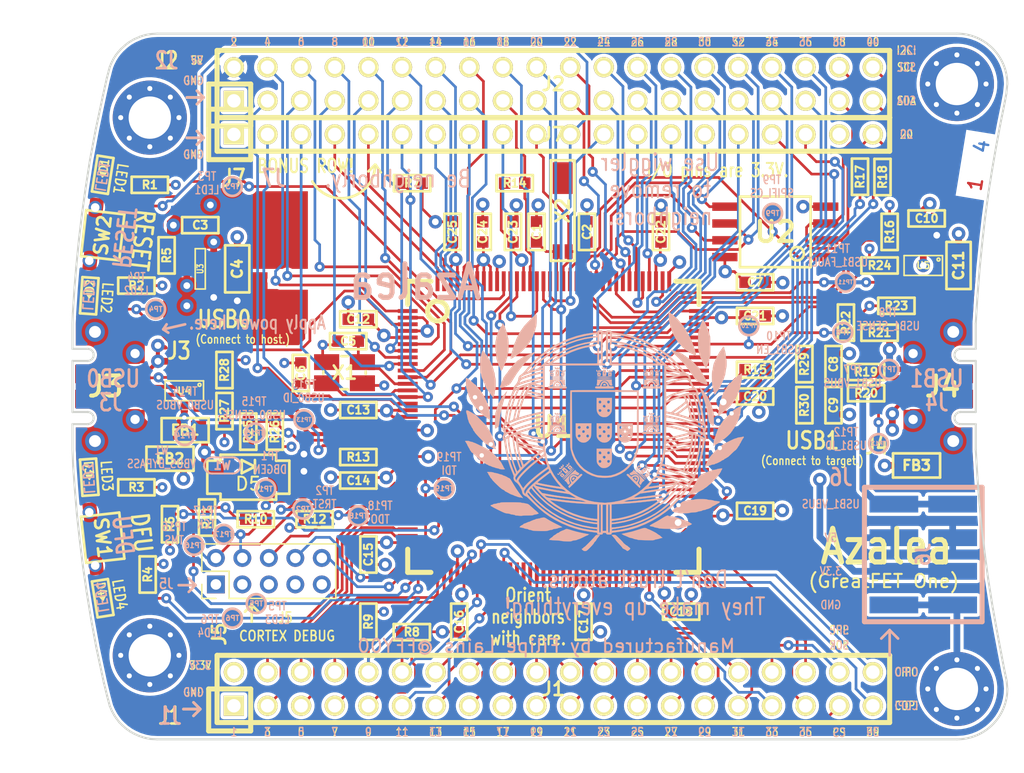
<source format=kicad_pcb>
(kicad_pcb (version 20200829) (generator pcbnew)
  (title_block (title "Azalea") (date "2018-07-24") (company "Copyright 2015-2018 Great Scott Gadgets") (comment 1 "License: BSD-3-Clause") (comment 2 "https://greatscottgadgets.com/greatfet/"))
  (layers (0 "F.Cu" signal) (1 "C2.Cu" power) (2 "C3.Cu" power) (31 "B.Cu" signal) (34 "B.Paste" user) (35 "F.Paste" user) (36 "B.SilkS" user) (37 "F.SilkS" user) (38 "B.Mask" user) (39 "F.Mask" user) (44 "Edge.Cuts" user))
  (net 0 "")
  (net 1 "GND")
  (net 2 "/RTCX1")
  (net 3 "/RTCX2")
  (net 4 "VCC")
  (net 5 "Net-(C5-Pad1)")
  (net 6 "Net-(C6-Pad1)")
  (net 7 "/USB1_VBUS")
  (net 8 "Net-(D1-Pad2)")
  (net 9 "/LED1")
  (net 10 "Net-(D2-Pad2)")
  (net 11 "/LED2")
  (net 12 "Net-(D3-Pad2)")
  (net 13 "/LED3")
  (net 14 "Net-(D4-Pad2)")
  (net 15 "/LED4")
  (net 16 "/P4_9")
  (net 17 "/P0_0")
  (net 18 "/P4_10")
  (net 19 "/P0_1")
  (net 20 "/P1_0")
  (net 21 "/P5_0")
  (net 22 "/P1_1")
  (net 23 "/P5_1")
  (net 24 "/CLK0")
  (net 25 "/P1_2")
  (net 26 "/P1_5")
  (net 27 "/P5_2")
  (net 28 "/P1_7")
  (net 29 "/P1_6")
  (net 30 "/P1_9")
  (net 31 "/P1_8")
  (net 32 "/P5_3")
  (net 33 "/P1_10")
  (net 34 "/P1_12")
  (net 35 "/P1_11")
  (net 36 "/P5_5")
  (net 37 "/P5_4")
  (net 38 "/P1_14")
  (net 39 "/P1_13")
  (net 40 "/P5_6")
  (net 41 "/P1_15")
  (net 42 "/P5_7")
  (net 43 "/P1_16")
  (net 44 "/P1_18")
  (net 45 "/P1_17")
  (net 46 "/P9_5")
  (net 47 "/P9_6")
  (net 48 "/P2_0")
  (net 49 "/P6_0")
  (net 50 "/P1_19")
  (net 51 "/P1_20")
  (net 52 "/P1_3")
  (net 53 "/P1_4")
  (net 54 "/P4_8")
  (net 55 "/P4_7")
  (net 56 "/P4_6")
  (net 57 "/P4_5")
  (net 58 "/P4_4")
  (net 59 "/P4_2")
  (net 60 "/P4_3")
  (net 61 "/ADC0_0")
  (net 62 "/P4_0")
  (net 63 "/P7_7")
  (net 64 "/WAKEUP0")
  (net 65 "/P3_7")
  (net 66 "/P3_6")
  (net 67 "/P3_5")
  (net 68 "/P3_4")
  (net 69 "/P3_3")
  (net 70 "/PF_4")
  (net 71 "/P3_2")
  (net 72 "/P7_2")
  (net 73 "/P3_1")
  (net 74 "/P7_1")
  (net 75 "/P3_0")
  (net 76 "/P7_0")
  (net 77 "/CLK2")
  (net 78 "/P2_8")
  (net 79 "/P2_7")
  (net 80 "/P2_6")
  (net 81 "/P2_5")
  (net 82 "/P2_4")
  (net 83 "/P2_3")
  (net 84 "/P6_8")
  (net 85 "/P6_7")
  (net 86 "/P2_2")
  (net 87 "/P6_6")
  (net 88 "/P2_1")
  (net 89 "/P6_3")
  (net 90 "/I2C0_SDA")
  (net 91 "/I2C0_SCL")
  (net 92 "/USB0_ID")
  (net 93 "/USB1_ID")
  (net 94 "Net-(J4-Pad3)")
  (net 95 "Net-(J4-Pad2)")
  (net 96 "/TMS")
  (net 97 "/TCK")
  (net 98 "/TDO")
  (net 99 "/TDI")
  (net 100 "/RESET")
  (net 101 "/VBAT")
  (net 102 "/RTC_ALARM")
  (net 103 "/ADC0_5")
  (net 104 "/ADC0_2")
  (net 105 "/P2_13")
  (net 106 "/P2_12")
  (net 107 "/P2_11")
  (net 108 "/P2_10")
  (net 109 "/P2_9")
  (net 110 "/P6_10")
  (net 111 "/P6_9")
  (net 112 "/P6_5")
  (net 113 "/P6_4")
  (net 114 "/P6_2")
  (net 115 "/P6_1")
  (net 116 "Net-(R13-Pad1)")
  (net 117 "/USB1_EN")
  (net 118 "/USB1_SENSE")
  (net 119 "Net-(R23-Pad2)")
  (net 120 "/USB1_FAULT")
  (net 121 "/SPIFI_CS")
  (net 122 "/DBGEN")
  (net 123 "/TRST")
  (net 124 "/USB1_D-")
  (net 125 "/USB1_D+")
  (net 126 "/USB0_D+")
  (net 127 "/USB0_D-")
  (net 128 "/USB0_SHIELD")
  (net 129 "/USB1_SHIELD")
  (net 130 "+5V")
  (net 131 "Net-(D5-Pad2)")
  (net 132 "/USB0_VBUS")
  (net 133 "/USB0_SENSE")
  (net 134 "Net-(J5-Pad7)")
  (net 135 "Net-(U4-Pad4)")
  (module "gsg-modules:0603" (layer "F.Cu") (at 140.97 86.106 90)
    (fp_text reference "C1" (at 0 0 90) (layer "F.SilkS") (effects (font (size 0.6096 0.6096) (thickness 0.1524))))
    (fp_text value "18pF" hide)
    (pad "1" smd rect (at -0.762 0 90) (size 0.8636 0.8636) (layers "F.Cu" "F.Paste" "F.Mask") (net 3 "/RTCX2") (clearance 0.1778))
    (pad "2" smd rect (at 0.762 0 90) (size 0.8636 0.8636) (layers "F.Cu" "F.Paste" "F.Mask") (net 1 "GND") (clearance 0.1778))
  )
  (module "gsg-modules:0603" (layer "F.Cu") (at 144.78 86.106 90)
    (fp_text reference "C2" (at 0 0 90) (layer "F.SilkS") (effects (font (size 0.6096 0.6096) (thickness 0.1524))))
    (fp_text value "18pF" hide)
    (pad "1" smd rect (at -0.762 0 90) (size 0.8636 0.8636) (layers "F.Cu" "F.Paste" "F.Mask") (net 2 "/RTCX1") (clearance 0.1778))
    (pad "2" smd rect (at 0.762 0 90) (size 0.8636 0.8636) (layers "F.Cu" "F.Paste" "F.Mask") (net 1 "GND") (clearance 0.1778))
  )
  (module "gsg-modules:0603" (layer "F.Cu") (at 115.57 85.598 180)
    (fp_text reference "C3" (at 0 0 180) (layer "F.SilkS") (effects (font (size 0.6096 0.6096) (thickness 0.1524))))
    (fp_text value "1uF" hide)
    (pad "1" smd rect (at -0.762 0 180) (size 0.8636 0.8636) (layers "F.Cu" "F.Paste" "F.Mask") (net 4 "VCC") (clearance 0.1778))
    (pad "2" smd rect (at 0.762 0 180) (size 0.8636 0.8636) (layers "F.Cu" "F.Paste" "F.Mask") (net 1 "GND") (clearance 0.1778))
  )
  (module "gsg-modules:0603" (layer "F.Cu") (at 126.746 94.361 180)
    (fp_text reference "C5" (at 0 0 180) (layer "F.SilkS") (effects (font (size 0.6096 0.6096) (thickness 0.1524))))
    (fp_text value "18pF" hide)
    (pad "1" smd rect (at -0.762 0 180) (size 0.8636 0.8636) (layers "F.Cu" "F.Paste" "F.Mask") (net 5 "Net-(C5-Pad1)") (clearance 0.1778))
    (pad "2" smd rect (at 0.762 0 180) (size 0.8636 0.8636) (layers "F.Cu" "F.Paste" "F.Mask") (net 1 "GND") (clearance 0.1778))
  )
  (module "gsg-modules:0603" (layer "F.Cu") (at 123.1646 96.774 90)
    (fp_text reference "C6" (at 0 0 90) (layer "F.SilkS") (effects (font (size 0.6096 0.6096) (thickness 0.1524))))
    (fp_text value "18pF" hide)
    (pad "1" smd rect (at -0.762 0 90) (size 0.8636 0.8636) (layers "F.Cu" "F.Paste" "F.Mask") (net 6 "Net-(C6-Pad1)") (clearance 0.1778))
    (pad "2" smd rect (at 0.762 0 90) (size 0.8636 0.8636) (layers "F.Cu" "F.Paste" "F.Mask") (net 1 "GND") (clearance 0.1778))
  )
  (module "gsg-modules:0603" (layer "F.Cu") (at 157.48 89.916)
    (fp_text reference "C7" (at 0 0) (layer "F.SilkS") (effects (font (size 0.6096 0.6096) (thickness 0.1524))))
    (fp_text value "100nF" hide)
    (pad "1" smd rect (at -0.762 0) (size 0.8636 0.8636) (layers "F.Cu" "F.Paste" "F.Mask") (net 4 "VCC") (clearance 0.1778))
    (pad "2" smd rect (at 0.762 0) (size 0.8636 0.8636) (layers "F.Cu" "F.Paste" "F.Mask") (net 1 "GND") (clearance 0.1778))
  )
  (module "gsg-modules:0603" (layer "F.Cu") (at 163.4 96.1 90)
    (fp_text reference "C8" (at 0 0 90) (layer "F.SilkS") (effects (font (size 0.6096 0.6096) (thickness 0.1524))))
    (fp_text value "18pF" hide)
    (pad "1" smd rect (at -0.762 0 90) (size 0.8636 0.8636) (layers "F.Cu" "F.Paste" "F.Mask") (net 124 "/USB1_D-") (clearance 0.1778))
    (pad "2" smd rect (at 0.762 0 90) (size 0.8636 0.8636) (layers "F.Cu" "F.Paste" "F.Mask") (net 1 "GND") (clearance 0.1778))
  )
  (module "gsg-modules:0603" (layer "F.Cu") (at 163.4 99.2 -90)
    (fp_text reference "C9" (at 0 0 -90) (layer "F.SilkS") (effects (font (size 0.6096 0.6096) (thickness 0.1524))))
    (fp_text value "18pF" hide)
    (pad "1" smd rect (at -0.762 0 270) (size 0.8636 0.8636) (layers "F.Cu" "F.Paste" "F.Mask") (net 125 "/USB1_D+") (clearance 0.1778))
    (pad "2" smd rect (at 0.762 0 270) (size 0.8636 0.8636) (layers "F.Cu" "F.Paste" "F.Mask") (net 1 "GND") (clearance 0.1778))
  )
  (module "gsg-modules:0603" (layer "F.Cu") (at 170.434 85.09 180)
    (fp_text reference "C10" (at 0 0 180) (layer "F.SilkS") (effects (font (size 0.6096 0.6096) (thickness 0.1524))))
    (fp_text value "1uF" hide)
    (pad "1" smd rect (at -0.762 0 180) (size 0.8636 0.8636) (layers "F.Cu" "F.Paste" "F.Mask") (net 130 "+5V") (clearance 0.1778))
    (pad "2" smd rect (at 0.762 0 180) (size 0.8636 0.8636) (layers "F.Cu" "F.Paste" "F.Mask") (net 1 "GND") (clearance 0.1778))
  )
  (module "gsg-modules:0603" (layer "F.Cu") (at 127.508 92.71 180)
    (fp_text reference "C12" (at 0 0 180) (layer "F.SilkS") (effects (font (size 0.6096 0.6096) (thickness 0.1524))))
    (fp_text value "100nF" hide)
    (pad "1" smd rect (at -0.762 0 180) (size 0.8636 0.8636) (layers "F.Cu" "F.Paste" "F.Mask") (net 4 "VCC") (clearance 0.1778))
    (pad "2" smd rect (at 0.762 0 180) (size 0.8636 0.8636) (layers "F.Cu" "F.Paste" "F.Mask") (net 1 "GND") (clearance 0.1778))
  )
  (module "gsg-modules:0603" (layer "F.Cu") (at 127.508 99.568 180)
    (fp_text reference "C13" (at 0 0 180) (layer "F.SilkS") (effects (font (size 0.6096 0.6096) (thickness 0.1524))))
    (fp_text value "100nF" hide)
    (pad "1" smd rect (at -0.762 0 180) (size 0.8636 0.8636) (layers "F.Cu" "F.Paste" "F.Mask") (net 4 "VCC") (clearance 0.1778))
    (pad "2" smd rect (at 0.762 0 180) (size 0.8636 0.8636) (layers "F.Cu" "F.Paste" "F.Mask") (net 1 "GND") (clearance 0.1778))
  )
  (module "gsg-modules:0603" (layer "F.Cu") (at 127.508 104.9 180)
    (fp_text reference "C14" (at 0 0 180) (layer "F.SilkS") (effects (font (size 0.6096 0.6096) (thickness 0.1524))))
    (fp_text value "100nF" hide)
    (pad "1" smd rect (at -0.762 0 180) (size 0.8636 0.8636) (layers "F.Cu" "F.Paste" "F.Mask") (net 4 "VCC") (clearance 0.1778))
    (pad "2" smd rect (at 0.762 0 180) (size 0.8636 0.8636) (layers "F.Cu" "F.Paste" "F.Mask") (net 1 "GND") (clearance 0.1778))
  )
  (module "gsg-modules:0603" (layer "F.Cu") (at 128.27 110.49 -90)
    (fp_text reference "C15" (at 0 0 -90) (layer "F.SilkS") (effects (font (size 0.6096 0.6096) (thickness 0.1524))))
    (fp_text value "100nF" hide)
    (pad "1" smd rect (at -0.762 0 270) (size 0.8636 0.8636) (layers "F.Cu" "F.Paste" "F.Mask") (net 4 "VCC") (clearance 0.1778))
    (pad "2" smd rect (at 0.762 0 270) (size 0.8636 0.8636) (layers "F.Cu" "F.Paste" "F.Mask") (net 1 "GND") (clearance 0.1778))
  )
  (module "gsg-modules:0603" (layer "F.Cu") (at 135.128 115.57 -90)
    (fp_text reference "C16" (at 0 0 -90) (layer "F.SilkS") (effects (font (size 0.6096 0.6096) (thickness 0.1524))))
    (fp_text value "100nF" hide)
    (pad "1" smd rect (at -0.762 0 270) (size 0.8636 0.8636) (layers "F.Cu" "F.Paste" "F.Mask") (net 4 "VCC") (clearance 0.1778))
    (pad "2" smd rect (at 0.762 0 270) (size 0.8636 0.8636) (layers "F.Cu" "F.Paste" "F.Mask") (net 1 "GND") (clearance 0.1778))
  )
  (module "gsg-modules:0603" (layer "F.Cu") (at 144.526 115.57 -90)
    (fp_text reference "C17" (at 0 0 -90) (layer "F.SilkS") (effects (font (size 0.6096 0.6096) (thickness 0.1524))))
    (fp_text value "100nF" hide)
    (pad "1" smd rect (at -0.762 0 270) (size 0.8636 0.8636) (layers "F.Cu" "F.Paste" "F.Mask") (net 4 "VCC") (clearance 0.1778))
    (pad "2" smd rect (at 0.762 0 270) (size 0.8636 0.8636) (layers "F.Cu" "F.Paste" "F.Mask") (net 1 "GND") (clearance 0.1778))
  )
  (module "gsg-modules:0603" (layer "F.Cu") (at 151.892 114.808)
    (fp_text reference "C18" (at 0 0) (layer "F.SilkS") (effects (font (size 0.6096 0.6096) (thickness 0.1524))))
    (fp_text value "100nF" hide)
    (pad "1" smd rect (at -0.762 0) (size 0.8636 0.8636) (layers "F.Cu" "F.Paste" "F.Mask") (net 4 "VCC") (clearance 0.1778))
    (pad "2" smd rect (at 0.762 0) (size 0.8636 0.8636) (layers "F.Cu" "F.Paste" "F.Mask") (net 1 "GND") (clearance 0.1778))
  )
  (module "gsg-modules:0603" (layer "F.Cu") (at 157.48 107.188)
    (fp_text reference "C19" (at 0 0) (layer "F.SilkS") (effects (font (size 0.6096 0.6096) (thickness 0.1524))))
    (fp_text value "100nF" hide)
    (pad "1" smd rect (at -0.762 0) (size 0.8636 0.8636) (layers "F.Cu" "F.Paste" "F.Mask") (net 4 "VCC") (clearance 0.1778))
    (pad "2" smd rect (at 0.762 0) (size 0.8636 0.8636) (layers "F.Cu" "F.Paste" "F.Mask") (net 1 "GND") (clearance 0.1778))
  )
  (module "gsg-modules:0603" (layer "F.Cu") (at 157.48 98.552)
    (fp_text reference "C20" (at 0 0) (layer "F.SilkS") (effects (font (size 0.6096 0.6096) (thickness 0.1524))))
    (fp_text value "100nF" hide)
    (pad "1" smd rect (at -0.762 0) (size 0.8636 0.8636) (layers "F.Cu" "F.Paste" "F.Mask") (net 4 "VCC") (clearance 0.1778))
    (pad "2" smd rect (at 0.762 0) (size 0.8636 0.8636) (layers "F.Cu" "F.Paste" "F.Mask") (net 1 "GND") (clearance 0.1778))
  )
  (module "gsg-modules:0603" (layer "F.Cu") (at 157.48 92.456)
    (fp_text reference "C21" (at 0 0) (layer "F.SilkS") (effects (font (size 0.6096 0.6096) (thickness 0.1524))))
    (fp_text value "100nF" hide)
    (pad "1" smd rect (at -0.762 0) (size 0.8636 0.8636) (layers "F.Cu" "F.Paste" "F.Mask") (net 4 "VCC") (clearance 0.1778))
    (pad "2" smd rect (at 0.762 0) (size 0.8636 0.8636) (layers "F.Cu" "F.Paste" "F.Mask") (net 1 "GND") (clearance 0.1778))
  )
  (module "gsg-modules:0603" (layer "F.Cu") (at 150.368 86.106 90)
    (fp_text reference "C22" (at 0 0 90) (layer "F.SilkS") (effects (font (size 0.6096 0.6096) (thickness 0.1524))))
    (fp_text value "100nF" hide)
    (pad "1" smd rect (at -0.762 0 90) (size 0.8636 0.8636) (layers "F.Cu" "F.Paste" "F.Mask") (net 4 "VCC") (clearance 0.1778))
    (pad "2" smd rect (at 0.762 0 90) (size 0.8636 0.8636) (layers "F.Cu" "F.Paste" "F.Mask") (net 1 "GND") (clearance 0.1778))
  )
  (module "gsg-modules:0603" (layer "F.Cu") (at 139.192 86.106 90)
    (fp_text reference "C23" (at 0 0 90) (layer "F.SilkS") (effects (font (size 0.6096 0.6096) (thickness 0.1524))))
    (fp_text value "100nF" hide)
    (pad "1" smd rect (at -0.762 0 90) (size 0.8636 0.8636) (layers "F.Cu" "F.Paste" "F.Mask") (net 4 "VCC") (clearance 0.1778))
    (pad "2" smd rect (at 0.762 0 90) (size 0.8636 0.8636) (layers "F.Cu" "F.Paste" "F.Mask") (net 1 "GND") (clearance 0.1778))
  )
  (module "gsg-modules:0603" (layer "F.Cu") (at 136.906 86.106 90)
    (fp_text reference "C24" (at 0 0 90) (layer "F.SilkS") (effects (font (size 0.6096 0.6096) (thickness 0.1524))))
    (fp_text value "100nF" hide)
    (pad "1" smd rect (at -0.762 0 90) (size 0.8636 0.8636) (layers "F.Cu" "F.Paste" "F.Mask") (net 4 "VCC") (clearance 0.1778))
    (pad "2" smd rect (at 0.762 0 90) (size 0.8636 0.8636) (layers "F.Cu" "F.Paste" "F.Mask") (net 1 "GND") (clearance 0.1778))
  )
  (module "gsg-modules:0603" (layer "F.Cu") (at 134.62 86.106 90)
    (fp_text reference "C25" (at 0 0 90) (layer "F.SilkS") (effects (font (size 0.6096 0.6096) (thickness 0.1524))))
    (fp_text value "100nF" hide)
    (pad "1" smd rect (at -0.762 0 90) (size 0.8636 0.8636) (layers "F.Cu" "F.Paste" "F.Mask") (net 4 "VCC") (clearance 0.1778))
    (pad "2" smd rect (at 0.762 0 90) (size 0.8636 0.8636) (layers "F.Cu" "F.Paste" "F.Mask") (net 1 "GND") (clearance 0.1778))
  )
  (module "gsg-modules:0603D" (layer "F.Cu") (at 108.204 81.788 81)
    (fp_text reference "D1" (at 0.7112 0 81) (layer "F.SilkS") (effects (font (size 0.6096 0.508) (thickness 0.127))))
    (fp_text value "LED1" hide)
    (pad "1" smd rect (at -0.762 0 81) (size 0.8636 0.8636) (layers "F.Cu" "F.Paste" "F.Mask") (net 9 "/LED1") (clearance 0.1778))
    (pad "2" smd rect (at 0.762 0 81) (size 0.8636 0.8636) (layers "F.Cu" "F.Paste" "F.Mask") (net 8 "Net-(D1-Pad2)") (clearance 0.1778))
  )
  (module "gsg-modules:0603D" (layer "F.Cu") (at 107.188 90.932 86.1)
    (fp_text reference "D2" (at 0.7112 0 86.1) (layer "F.SilkS") (effects (font (size 0.6096 0.508) (thickness 0.127))))
    (fp_text value "LED2" hide)
    (pad "1" smd rect (at -0.762 0 86.1) (size 0.8636 0.8636) (layers "F.Cu" "F.Paste" "F.Mask") (net 11 "/LED2") (clearance 0.1778))
    (pad "2" smd rect (at 0.762 0 86.1) (size 0.8636 0.8636) (layers "F.Cu" "F.Paste" "F.Mask") (net 10 "Net-(D2-Pad2)") (clearance 0.1778))
  )
  (module "gsg-modules:0603D" (layer "F.Cu") (at 107.188 104.648 93.9)
    (fp_text reference "D3" (at 0.7112 0 93.9) (layer "F.SilkS") (effects (font (size 0.6096 0.508) (thickness 0.127))))
    (fp_text value "LED3" hide)
    (pad "1" smd rect (at -0.762 0 93.9) (size 0.8636 0.8636) (layers "F.Cu" "F.Paste" "F.Mask") (net 13 "/LED3") (clearance 0.1778))
    (pad "2" smd rect (at 0.762 0 93.9) (size 0.8636 0.8636) (layers "F.Cu" "F.Paste" "F.Mask") (net 12 "Net-(D3-Pad2)") (clearance 0.1778))
  )
  (module "gsg-modules:0603D" (layer "F.Cu") (at 108.204 113.792 99)
    (fp_text reference "D4" (at 0.7112 0 99) (layer "F.SilkS") (effects (font (size 0.6096 0.508) (thickness 0.127))))
    (fp_text value "LED4" hide)
    (pad "1" smd rect (at -0.762 0 99) (size 0.8636 0.8636) (layers "F.Cu" "F.Paste" "F.Mask") (net 15 "/LED4") (clearance 0.1778))
    (pad "2" smd rect (at 0.762 0 99) (size 0.8636 0.8636) (layers "F.Cu" "F.Paste" "F.Mask") (net 14 "Net-(D4-Pad2)") (clearance 0.1778))
  )
  (module "gsg-modules:HEADER-2x20" (layer "F.Cu") (at 142.24 120.65)
    (fp_text reference "J1" (at 0 0) (layer "F.SilkS") (effects (font (size 1.016 1.016) (thickness 0.2032))))
    (fp_text value "NEIGHBOR1" hide)
    (pad "1" thru_hole rect (at -24.13 1.27) (size 1.524 1.524) (drill 1.016) (layers *.Cu *.Mask "F.SilkS") (net 1 "GND"))
    (pad "2" thru_hole circle (at -24.13 -1.27) (size 1.524 1.524) (drill 1.016) (layers *.Cu *.Mask "F.SilkS") (net 4 "VCC"))
    (pad "3" thru_hole circle (at -21.59 1.27) (size 1.524 1.524) (drill 1.016) (layers *.Cu *.Mask "F.SilkS") (net 16 "/P4_9"))
    (pad "4" thru_hole circle (at -21.59 -1.27) (size 1.524 1.524) (drill 1.016) (layers *.Cu *.Mask "F.SilkS") (net 17 "/P0_0"))
    (pad "5" thru_hole circle (at -19.05 1.27) (size 1.524 1.524) (drill 1.016) (layers *.Cu *.Mask "F.SilkS") (net 18 "/P4_10"))
    (pad "6" thru_hole circle (at -19.05 -1.27) (size 1.524 1.524) (drill 1.016) (layers *.Cu *.Mask "F.SilkS") (net 19 "/P0_1"))
    (pad "7" thru_hole circle (at -16.51 1.27) (size 1.524 1.524) (drill 1.016) (layers *.Cu *.Mask "F.SilkS") (net 20 "/P1_0"))
    (pad "8" thru_hole circle (at -16.51 -1.27) (size 1.524 1.524) (drill 1.016) (layers *.Cu *.Mask "F.SilkS") (net 21 "/P5_0"))
    (pad "9" thru_hole circle (at -13.97 1.27) (size 1.524 1.524) (drill 1.016) (layers *.Cu *.Mask "F.SilkS") (net 23 "/P5_1"))
    (pad "10" thru_hole circle (at -13.97 -1.27) (size 1.524 1.524) (drill 1.016) (layers *.Cu *.Mask "F.SilkS") (net 22 "/P1_1"))
    (pad "11" thru_hole circle (at -11.43 1.27) (size 1.524 1.524) (drill 1.016) (layers *.Cu *.Mask "F.SilkS") (net 24 "/CLK0"))
    (pad "12" thru_hole circle (at -11.43 -1.27) (size 1.524 1.524) (drill 1.016) (layers *.Cu *.Mask "F.SilkS") (net 25 "/P1_2"))
    (pad "13" thru_hole circle (at -8.89 1.27) (size 1.524 1.524) (drill 1.016) (layers *.Cu *.Mask "F.SilkS") (net 26 "/P1_5"))
    (pad "14" thru_hole circle (at -8.89 -1.27) (size 1.524 1.524) (drill 1.016) (layers *.Cu *.Mask "F.SilkS") (net 27 "/P5_2"))
    (pad "15" thru_hole circle (at -6.35 1.27) (size 1.524 1.524) (drill 1.016) (layers *.Cu *.Mask "F.SilkS") (net 28 "/P1_7"))
    (pad "16" thru_hole circle (at -6.35 -1.27) (size 1.524 1.524) (drill 1.016) (layers *.Cu *.Mask "F.SilkS") (net 29 "/P1_6"))
    (pad "17" thru_hole circle (at -3.81 1.27) (size 1.524 1.524) (drill 1.016) (layers *.Cu *.Mask "F.SilkS") (net 30 "/P1_9"))
    (pad "18" thru_hole circle (at -3.81 -1.27) (size 1.524 1.524) (drill 1.016) (layers *.Cu *.Mask "F.SilkS") (net 31 "/P1_8"))
    (pad "19" thru_hole circle (at -1.27 1.27) (size 1.524 1.524) (drill 1.016) (layers *.Cu *.Mask "F.SilkS") (net 32 "/P5_3"))
    (pad "20" thru_hole circle (at -1.27 -1.27) (size 1.524 1.524) (drill 1.016) (layers *.Cu *.Mask "F.SilkS") (net 33 "/P1_10"))
    (pad "21" thru_hole circle (at 1.27 1.27) (size 1.524 1.524) (drill 1.016) (layers *.Cu *.Mask "F.SilkS") (net 34 "/P1_12"))
    (pad "22" thru_hole circle (at 1.27 -1.27) (size 1.524 1.524) (drill 1.016) (layers *.Cu *.Mask "F.SilkS") (net 35 "/P1_11"))
    (pad "23" thru_hole circle (at 3.81 1.27) (size 1.524 1.524) (drill 1.016) (layers *.Cu *.Mask "F.SilkS") (net 36 "/P5_5"))
    (pad "24" thru_hole circle (at 3.81 -1.27) (size 1.524 1.524) (drill 1.016) (layers *.Cu *.Mask "F.SilkS") (net 37 "/P5_4"))
    (pad "25" thru_hole circle (at 6.35 1.27) (size 1.524 1.524) (drill 1.016) (layers *.Cu *.Mask "F.SilkS") (net 38 "/P1_14"))
    (pad "26" thru_hole circle (at 6.35 -1.27) (size 1.524 1.524) (drill 1.016) (layers *.Cu *.Mask "F.SilkS") (net 39 "/P1_13"))
    (pad "27" thru_hole circle (at 8.89 1.27) (size 1.524 1.524) (drill 1.016) (layers *.Cu *.Mask "F.SilkS") (net 40 "/P5_6"))
    (pad "28" thru_hole circle (at 8.89 -1.27) (size 1.524 1.524) (drill 1.016) (layers *.Cu *.Mask "F.SilkS") (net 41 "/P1_15"))
    (pad "29" thru_hole circle (at 11.43 1.27) (size 1.524 1.524) (drill 1.016) (layers *.Cu *.Mask "F.SilkS") (net 42 "/P5_7"))
    (pad "30" thru_hole circle (at 11.43 -1.27) (size 1.524 1.524) (drill 1.016) (layers *.Cu *.Mask "F.SilkS") (net 43 "/P1_16"))
    (pad "31" thru_hole circle (at 13.97 1.27) (size 1.524 1.524) (drill 1.016) (layers *.Cu *.Mask "F.SilkS") (net 44 "/P1_18"))
    (pad "32" thru_hole circle (at 13.97 -1.27) (size 1.524 1.524) (drill 1.016) (layers *.Cu *.Mask "F.SilkS") (net 45 "/P1_17"))
    (pad "33" thru_hole circle (at 16.51 1.27) (size 1.524 1.524) (drill 1.016) (layers *.Cu *.Mask "F.SilkS") (net 46 "/P9_5"))
    (pad "34" thru_hole circle (at 16.51 -1.27) (size 1.524 1.524) (drill 1.016) (layers *.Cu *.Mask "F.SilkS") (net 47 "/P9_6"))
    (pad "35" thru_hole circle (at 19.05 1.27) (size 1.524 1.524) (drill 1.016) (layers *.Cu *.Mask "F.SilkS") (net 48 "/P2_0"))
    (pad "36" thru_hole circle (at 19.05 -1.27) (size 1.524 1.524) (drill 1.016) (layers *.Cu *.Mask "F.SilkS") (net 49 "/P6_0"))
    (pad "37" thru_hole circle (at 21.59 1.27) (size 1.524 1.524) (drill 1.016) (layers *.Cu *.Mask "F.SilkS") (net 51 "/P1_20"))
    (pad "38" thru_hole circle (at 21.59 -1.27) (size 1.524 1.524) (drill 1.016) (layers *.Cu *.Mask "F.SilkS") (net 50 "/P1_19"))
    (pad "39" thru_hole circle (at 24.13 1.27) (size 1.524 1.524) (drill 1.016) (layers *.Cu *.Mask "F.SilkS") (net 53 "/P1_4"))
    (pad "40" thru_hole circle (at 24.13 -1.27) (size 1.524 1.524) (drill 1.016) (layers *.Cu *.Mask "F.SilkS") (net 52 "/P1_3"))
  )
  (module "gsg-modules:HEADER-2x20" (layer "F.Cu") (at 142.24 74.93)
    (fp_text reference "J2" (at 0 0) (layer "F.SilkS") (effects (font (size 1.016 1.016) (thickness 0.2032))))
    (fp_text value "NEIGHBOR2" hide)
    (pad "1" thru_hole rect (at -24.13 1.27) (size 1.524 1.524) (drill 1.016) (layers *.Cu *.Mask "F.SilkS") (net 1 "GND"))
    (pad "2" thru_hole circle (at -24.13 -1.27) (size 1.524 1.524) (drill 1.016) (layers *.Cu *.Mask "F.SilkS") (net 130 "+5V"))
    (pad "3" thru_hole circle (at -21.59 1.27) (size 1.524 1.524) (drill 1.016) (layers *.Cu *.Mask "F.SilkS") (net 54 "/P4_8"))
    (pad "4" thru_hole circle (at -21.59 -1.27) (size 1.524 1.524) (drill 1.016) (layers *.Cu *.Mask "F.SilkS") (net 62 "/P4_0"))
    (pad "5" thru_hole circle (at -19.05 1.27) (size 1.524 1.524) (drill 1.016) (layers *.Cu *.Mask "F.SilkS") (net 61 "/ADC0_0"))
    (pad "6" thru_hole circle (at -19.05 -1.27) (size 1.524 1.524) (drill 1.016) (layers *.Cu *.Mask "F.SilkS") (net 57 "/P4_5"))
    (pad "7" thru_hole circle (at -16.51 1.27) (size 1.524 1.524) (drill 1.016) (layers *.Cu *.Mask "F.SilkS") (net 58 "/P4_4"))
    (pad "8" thru_hole circle (at -16.51 -1.27) (size 1.524 1.524) (drill 1.016) (layers *.Cu *.Mask "F.SilkS") (net 59 "/P4_2"))
    (pad "9" thru_hole circle (at -13.97 1.27) (size 1.524 1.524) (drill 1.016) (layers *.Cu *.Mask "F.SilkS") (net 60 "/P4_3"))
    (pad "10" thru_hole circle (at -13.97 -1.27) (size 1.524 1.524) (drill 1.016) (layers *.Cu *.Mask "F.SilkS") (net 56 "/P4_6"))
    (pad "11" thru_hole circle (at -11.43 1.27) (size 1.524 1.524) (drill 1.016) (layers *.Cu *.Mask "F.SilkS") (net 55 "/P4_7"))
    (pad "12" thru_hole circle (at -11.43 -1.27) (size 1.524 1.524) (drill 1.016) (layers *.Cu *.Mask "F.SilkS") (net 77 "/CLK2"))
    (pad "13" thru_hole circle (at -8.89 1.27) (size 1.524 1.524) (drill 1.016) (layers *.Cu *.Mask "F.SilkS") (net 78 "/P2_8"))
    (pad "14" thru_hole circle (at -8.89 -1.27) (size 1.524 1.524) (drill 1.016) (layers *.Cu *.Mask "F.SilkS") (net 79 "/P2_7"))
    (pad "15" thru_hole circle (at -6.35 1.27) (size 1.524 1.524) (drill 1.016) (layers *.Cu *.Mask "F.SilkS") (net 80 "/P2_6"))
    (pad "16" thru_hole circle (at -6.35 -1.27) (size 1.524 1.524) (drill 1.016) (layers *.Cu *.Mask "F.SilkS") (net 63 "/P7_7"))
    (pad "17" thru_hole circle (at -3.81 1.27) (size 1.524 1.524) (drill 1.016) (layers *.Cu *.Mask "F.SilkS") (net 64 "/WAKEUP0"))
    (pad "18" thru_hole circle (at -3.81 -1.27) (size 1.524 1.524) (drill 1.016) (layers *.Cu *.Mask "F.SilkS") (net 81 "/P2_5"))
    (pad "19" thru_hole circle (at -1.27 1.27) (size 1.524 1.524) (drill 1.016) (layers *.Cu *.Mask "F.SilkS") (net 82 "/P2_4"))
    (pad "20" thru_hole circle (at -1.27 -1.27) (size 1.524 1.524) (drill 1.016) (layers *.Cu *.Mask "F.SilkS") (net 83 "/P2_3"))
    (pad "21" thru_hole circle (at 1.27 1.27) (size 1.524 1.524) (drill 1.016) (layers *.Cu *.Mask "F.SilkS") (net 70 "/PF_4"))
    (pad "22" thru_hole circle (at 1.27 -1.27) (size 1.524 1.524) (drill 1.016) (layers *.Cu *.Mask "F.SilkS") (net 71 "/P3_2"))
    (pad "23" thru_hole circle (at 3.81 1.27) (size 1.524 1.524) (drill 1.016) (layers *.Cu *.Mask "F.SilkS") (net 72 "/P7_2"))
    (pad "24" thru_hole circle (at 3.81 -1.27) (size 1.524 1.524) (drill 1.016) (layers *.Cu *.Mask "F.SilkS") (net 73 "/P3_1"))
    (pad "25" thru_hole circle (at 6.35 1.27) (size 1.524 1.524) (drill 1.016) (layers *.Cu *.Mask "F.SilkS") (net 74 "/P7_1"))
    (pad "26" thru_hole circle (at 6.35 -1.27) (size 1.524 1.524) (drill 1.016) (layers *.Cu *.Mask "F.SilkS") (net 75 "/P3_0"))
    (pad "27" thru_hole circle (at 8.89 1.27) (size 1.524 1.524) (drill 1.016) (layers *.Cu *.Mask "F.SilkS") (net 76 "/P7_0"))
    (pad "28" thru_hole circle (at 8.89 -1.27) (size 1.524 1.524) (drill 1.016) (layers *.Cu *.Mask "F.SilkS") (net 68 "/P3_4"))
    (pad "29" thru_hole circle (at 11.43 1.27) (size 1.524 1.524) (drill 1.016) (layers *.Cu *.Mask "F.SilkS") (net 84 "/P6_8"))
    (pad "30" thru_hole circle (at 11.43 -1.27) (size 1.524 1.524) (drill 1.016) (layers *.Cu *.Mask "F.SilkS") (net 65 "/P3_7"))
    (pad "31" thru_hole circle (at 13.97 1.27) (size 1.524 1.524) (drill 1.016) (layers *.Cu *.Mask "F.SilkS") (net 85 "/P6_7"))
    (pad "32" thru_hole circle (at 13.97 -1.27) (size 1.524 1.524) (drill 1.016) (layers *.Cu *.Mask "F.SilkS") (net 69 "/P3_3"))
    (pad "33" thru_hole circle (at 16.51 1.27) (size 1.524 1.524) (drill 1.016) (layers *.Cu *.Mask "F.SilkS") (net 86 "/P2_2"))
    (pad "34" thru_hole circle (at 16.51 -1.27) (size 1.524 1.524) (drill 1.016) (layers *.Cu *.Mask "F.SilkS") (net 87 "/P6_6"))
    (pad "35" thru_hole circle (at 19.05 1.27) (size 1.524 1.524) (drill 1.016) (layers *.Cu *.Mask "F.SilkS") (net 88 "/P2_1"))
    (pad "36" thru_hole circle (at 19.05 -1.27) (size 1.524 1.524) (drill 1.016) (layers *.Cu *.Mask "F.SilkS") (net 89 "/P6_3"))
    (pad "37" thru_hole circle (at 21.59 1.27) (size 1.524 1.524) (drill 1.016) (layers *.Cu *.Mask "F.SilkS") (net 67 "/P3_5"))
    (pad "38" thru_hole circle (at 21.59 -1.27) (size 1.524 1.524) (drill 1.016) (layers *.Cu *.Mask "F.SilkS") (net 66 "/P3_6"))
    (pad "39" thru_hole circle (at 24.13 1.27) (size 1.524 1.524) (drill 1.016) (layers *.Cu *.Mask "F.SilkS") (net 90 "/I2C0_SDA"))
    (pad "40" thru_hole circle (at 24.13 -1.27) (size 1.524 1.524) (drill 1.016) (layers *.Cu *.Mask "F.SilkS") (net 91 "/I2C0_SCL"))
  )
  (module "Connector_PinHeader_2.00mm:PinHeader_2x05_P2.00mm_Vertical" (layer "F.Cu") (at 116.75 112.75 90)
    (fp_text reference "J5" (at -3.75 0.25 90) (layer "F.SilkS") (effects (font (size 1.00076 1.00076) (thickness 0.2032))))
    (fp_text value "JTAG" hide)
    (pad "1" thru_hole rect (at 0 0 90) (size 1.35 1.35) (drill 0.8) (layers *.Cu *.Mask) (net 4 "VCC"))
    (pad "2" thru_hole oval (at 2 0 90) (size 1.35 1.35) (drill 0.8) (layers *.Cu *.Mask) (net 96 "/TMS"))
    (pad "3" thru_hole oval (at 0 2 90) (size 1.35 1.35) (drill 0.8) (layers *.Cu *.Mask) (net 1 "GND"))
    (pad "4" thru_hole oval (at 2 2 90) (size 1.35 1.35) (drill 0.8) (layers *.Cu *.Mask) (net 97 "/TCK"))
    (pad "5" thru_hole oval (at 0 4 90) (size 1.35 1.35) (drill 0.8) (layers *.Cu *.Mask) (net 1 "GND"))
    (pad "6" thru_hole oval (at 2 4 90) (size 1.35 1.35) (drill 0.8) (layers *.Cu *.Mask) (net 98 "/TDO"))
    (pad "7" thru_hole oval (at 0 6 90) (size 1.35 1.35) (drill 0.8) (layers *.Cu *.Mask) (net 134 "Net-(J5-Pad7)"))
    (pad "8" thru_hole oval (at 2 6 90) (size 1.35 1.35) (drill 0.8) (layers *.Cu *.Mask) (net 99 "/TDI"))
    (pad "9" thru_hole oval (at 0 8 90) (size 1.35 1.35) (drill 0.8) (layers *.Cu *.Mask) (net 1 "GND"))
    (pad "10" thru_hole oval (at 2 8 90) (size 1.35 1.35) (drill 0.8) (layers *.Cu *.Mask) (net 100 "/RESET"))
  )
  (module "gsg-modules:HEADER-1x20" (layer "F.Cu") (at 142.24 78.74)
    (fp_text reference "J7" (at 0 0) (layer "F.SilkS") (effects (font (size 1.016 1.016) (thickness 0.2032))))
    (fp_text value "BONUS_ROW" hide)
    (pad "1" thru_hole rect (at -24.13 0) (size 1.524 1.524) (drill 1.016) (layers *.Cu *.Mask "F.SilkS") (net 1 "GND"))
    (pad "2" thru_hole circle (at -21.59 0) (size 1.524 1.524) (drill 1.016) (layers *.Cu *.Mask "F.SilkS") (net 113 "/P6_4"))
    (pad "3" thru_hole circle (at -19.05 0) (size 1.524 1.524) (drill 1.016) (layers *.Cu *.Mask "F.SilkS") (net 112 "/P6_5"))
    (pad "4" thru_hole circle (at -16.51 0) (size 1.524 1.524) (drill 1.016) (layers *.Cu *.Mask "F.SilkS") (net 103 "/ADC0_5"))
    (pad "5" thru_hole circle (at -13.97 0) (size 1.524 1.524) (drill 1.016) (layers *.Cu *.Mask "F.SilkS") (net 104 "/ADC0_2"))
    (pad "6" thru_hole circle (at -11.43 0) (size 1.524 1.524) (drill 1.016) (layers *.Cu *.Mask "F.SilkS") (net 109 "/P2_9"))
    (pad "7" thru_hole circle (at -8.89 0) (size 1.524 1.524) (drill 1.016) (layers *.Cu *.Mask "F.SilkS") (net 106 "/P2_12"))
    (pad "8" thru_hole circle (at -6.35 0) (size 1.524 1.524) (drill 1.016) (layers *.Cu *.Mask "F.SilkS") (net 105 "/P2_13"))
    (pad "9" thru_hole circle (at -3.81 0) (size 1.524 1.524) (drill 1.016) (layers *.Cu *.Mask "F.SilkS") (net 102 "/RTC_ALARM"))
    (pad "10" thru_hole circle (at -1.27 0) (size 1.524 1.524) (drill 1.016) (layers *.Cu *.Mask "F.SilkS") (net 2 "/RTCX1"))
    (pad "11" thru_hole circle (at 1.27 0) (size 1.524 1.524) (drill 1.016) (layers *.Cu *.Mask "F.SilkS") (net 100 "/RESET"))
    (pad "12" thru_hole circle (at 3.81 0) (size 1.524 1.524) (drill 1.016) (layers *.Cu *.Mask "F.SilkS") (net 101 "/VBAT"))
    (pad "13" thru_hole circle (at 6.35 0) (size 1.524 1.524) (drill 1.016) (layers *.Cu *.Mask "F.SilkS") (net 107 "/P2_11"))
    (pad "14" thru_hole circle (at 8.89 0) (size 1.524 1.524) (drill 1.016) (layers *.Cu *.Mask "F.SilkS") (net 108 "/P2_10"))
    (pad "15" thru_hole circle (at 11.43 0) (size 1.524 1.524) (drill 1.016) (layers *.Cu *.Mask "F.SilkS") (net 110 "/P6_10"))
    (pad "16" thru_hole circle (at 13.97 0) (size 1.524 1.524) (drill 1.016) (layers *.Cu *.Mask "F.SilkS") (net 111 "/P6_9"))
    (pad "17" thru_hole circle (at 16.51 0) (size 1.524 1.524) (drill 1.016) (layers *.Cu *.Mask "F.SilkS") (net 114 "/P6_2"))
    (pad "18" thru_hole circle (at 19.05 0) (size 1.524 1.524) (drill 1.016) (layers *.Cu *.Mask "F.SilkS") (net 115 "/P6_1"))
    (pad "19" thru_hole circle (at 21.59 0) (size 1.524 1.524) (drill 1.016) (layers *.Cu *.Mask "F.SilkS") (net 1 "GND"))
    (pad "20" thru_hole circle (at 24.13 0) (size 1.524 1.524) (drill 1.016) (layers *.Cu *.Mask "F.SilkS") (net 4 "VCC"))
  )
  (module "gsg-modules:0603" (layer "F.Cu") (at 111.76 82.55 180)
    (fp_text reference "R1" (at 0 0 180) (layer "F.SilkS") (effects (font (size 0.6096 0.6096) (thickness 0.1524))))
    (fp_text value "330" hide)
    (pad "1" smd rect (at -0.762 0 180) (size 0.8636 0.8636) (layers "F.Cu" "F.Paste" "F.Mask") (net 4 "VCC") (clearance 0.1778))
    (pad "2" smd rect (at 0.762 0 180) (size 0.8636 0.8636) (layers "F.Cu" "F.Paste" "F.Mask") (net 8 "Net-(D1-Pad2)") (clearance 0.1778))
  )
  (module "gsg-modules:0603" (layer "F.Cu") (at 110.744 90.17 180)
    (fp_text reference "R2" (at 0 0 180) (layer "F.SilkS") (effects (font (size 0.6096 0.6096) (thickness 0.1524))))
    (fp_text value "330" hide)
    (pad "1" smd rect (at -0.762 0 180) (size 0.8636 0.8636) (layers "F.Cu" "F.Paste" "F.Mask") (net 4 "VCC") (clearance 0.1778))
    (pad "2" smd rect (at 0.762 0 180) (size 0.8636 0.8636) (layers "F.Cu" "F.Paste" "F.Mask") (net 10 "Net-(D2-Pad2)") (clearance 0.1778))
  )
  (module "gsg-modules:0603" (layer "F.Cu") (at 110.744 105.41 180)
    (fp_text reference "R3" (at 0 0 180) (layer "F.SilkS") (effects (font (size 0.6096 0.6096) (thickness 0.1524))))
    (fp_text value "330" hide)
    (pad "1" smd rect (at -0.762 0 180) (size 0.8636 0.8636) (layers "F.Cu" "F.Paste" "F.Mask") (net 4 "VCC") (clearance 0.1778))
    (pad "2" smd rect (at 0.762 0 180) (size 0.8636 0.8636) (layers "F.Cu" "F.Paste" "F.Mask") (net 12 "Net-(D3-Pad2)") (clearance 0.1778))
  )
  (module "gsg-modules:0603" (layer "F.Cu") (at 111.6 112 -90)
    (fp_text reference "R4" (at 0 0 -90) (layer "F.SilkS") (effects (font (size 0.6096 0.6096) (thickness 0.1524))))
    (fp_text value "330" hide)
    (pad "1" smd rect (at -0.762 0 270) (size 0.8636 0.8636) (layers "F.Cu" "F.Paste" "F.Mask") (net 4 "VCC") (clearance 0.1778))
    (pad "2" smd rect (at 0.762 0 270) (size 0.8636 0.8636) (layers "F.Cu" "F.Paste" "F.Mask") (net 14 "Net-(D4-Pad2)") (clearance 0.1778))
  )
  (module "gsg-modules:0603" (layer "F.Cu") (at 113.03 87.884 -90)
    (fp_text reference "R5" (at 0 0 -90) (layer "F.SilkS") (effects (font (size 0.6096 0.6096) (thickness 0.1524))))
    (fp_text value "10k" hide)
    (pad "1" smd rect (at -0.762 0 270) (size 0.8636 0.8636) (layers "F.Cu" "F.Paste" "F.Mask") (net 4 "VCC") (clearance 0.1778))
    (pad "2" smd rect (at 0.762 0 270) (size 0.8636 0.8636) (layers "F.Cu" "F.Paste" "F.Mask") (net 100 "/RESET") (clearance 0.1778))
  )
  (module "gsg-modules:0603" (layer "F.Cu") (at 113.284 108.204 -90)
    (fp_text reference "R6" (at 0 0 -90) (layer "F.SilkS") (effects (font (size 0.6096 0.6096) (thickness 0.1524))))
    (fp_text value "10k" hide)
    (pad "1" smd rect (at -0.762 0 270) (size 0.8636 0.8636) (layers "F.Cu" "F.Paste" "F.Mask") (net 78 "/P2_8") (clearance 0.1778))
    (pad "2" smd rect (at 0.762 0 270) (size 0.8636 0.8636) (layers "F.Cu" "F.Paste" "F.Mask") (net 1 "GND") (clearance 0.1778))
  )
  (module "gsg-modules:0603" (layer "F.Cu") (at 131.572 82.423)
    (fp_text reference "R7" (at 0 0) (layer "F.SilkS") (effects (font (size 0.6096 0.6096) (thickness 0.1524))))
    (fp_text value "10k" hide)
    (pad "1" smd rect (at -0.762 0) (size 0.8636 0.8636) (layers "F.Cu" "F.Paste" "F.Mask") (net 109 "/P2_9") (clearance 0.1778))
    (pad "2" smd rect (at 0.762 0) (size 0.8636 0.8636) (layers "F.Cu" "F.Paste" "F.Mask") (net 1 "GND") (clearance 0.1778))
  )
  (module "gsg-modules:0603" (layer "F.Cu") (at 131.5466 116.3574)
    (fp_text reference "R8" (at 0 0) (layer "F.SilkS") (effects (font (size 0.6096 0.6096) (thickness 0.1524))))
    (fp_text value "10k" hide)
    (pad "1" smd rect (at -0.762 0) (size 0.8636 0.8636) (layers "F.Cu" "F.Paste" "F.Mask") (net 25 "/P1_2") (clearance 0.1778))
    (pad "2" smd rect (at 0.762 0) (size 0.8636 0.8636) (layers "F.Cu" "F.Paste" "F.Mask") (net 1 "GND") (clearance 0.1778))
  )
  (module "gsg-modules:0603" (layer "F.Cu") (at 128.27 115.57 -90)
    (fp_text reference "R9" (at 0 0 -90) (layer "F.SilkS") (effects (font (size 0.6096 0.6096) (thickness 0.1524))))
    (fp_text value "10k" hide)
    (pad "1" smd rect (at -0.762 0 270) (size 0.8636 0.8636) (layers "F.Cu" "F.Paste" "F.Mask") (net 4 "VCC") (clearance 0.1778))
    (pad "2" smd rect (at 0.762 0 270) (size 0.8636 0.8636) (layers "F.Cu" "F.Paste" "F.Mask") (net 22 "/P1_1") (clearance 0.1778))
  )
  (module "gsg-modules:0603" (layer "F.Cu") (at 119.761 107.823)
    (fp_text reference "R10" (at 0 0) (layer "F.SilkS") (effects (font (size 0.6096 0.6096) (thickness 0.1524))))
    (fp_text value "10k" hide)
    (pad "1" smd rect (at -0.762 0) (size 0.8636 0.8636) (layers "F.Cu" "F.Paste" "F.Mask") (net 4 "VCC") (clearance 0.1778))
    (pad "2" smd rect (at 0.762 0) (size 0.8636 0.8636) (layers "F.Cu" "F.Paste" "F.Mask") (net 122 "/DBGEN") (clearance 0.1778))
  )
  (module "gsg-modules:0603" (layer "F.Cu") (at 116.078 107.696 -90)
    (fp_text reference "R11" (at 0 0 -90) (layer "F.SilkS") (effects (font (size 0.6096 0.6096) (thickness 0.1524))))
    (fp_text value "10k" hide)
    (pad "1" smd rect (at -0.762 0 270) (size 0.8636 0.8636) (layers "F.Cu" "F.Paste" "F.Mask") (net 4 "VCC") (clearance 0.1778))
    (pad "2" smd rect (at 0.762 0 270) (size 0.8636 0.8636) (layers "F.Cu" "F.Paste" "F.Mask") (net 97 "/TCK") (clearance 0.1778))
  )
  (module "gsg-modules:0603" (layer "F.Cu") (at 124.206 107.823)
    (fp_text reference "R12" (at 0 0) (layer "F.SilkS") (effects (font (size 0.6096 0.6096) (thickness 0.1524))))
    (fp_text value "10k" hide)
    (pad "1" smd rect (at -0.762 0) (size 0.8636 0.8636) (layers "F.Cu" "F.Paste" "F.Mask") (net 4 "VCC") (clearance 0.1778))
    (pad "2" smd rect (at 0.762 0) (size 0.8636 0.8636) (layers "F.Cu" "F.Paste" "F.Mask") (net 98 "/TDO") (clearance 0.1778))
  )
  (module "gsg-modules:0603" (layer "F.Cu") (at 127.508 103.124 180)
    (fp_text reference "R13" (at 0 0 180) (layer "F.SilkS") (effects (font (size 0.6096 0.6096) (thickness 0.1524))))
    (fp_text value "12.0k" hide)
    (pad "1" smd rect (at -0.762 0 180) (size 0.8636 0.8636) (layers "F.Cu" "F.Paste" "F.Mask") (net 116 "Net-(R13-Pad1)") (clearance 0.1778))
    (pad "2" smd rect (at 0.762 0 180) (size 0.8636 0.8636) (layers "F.Cu" "F.Paste" "F.Mask") (net 1 "GND") (clearance 0.1778))
  )
  (module "gsg-modules:0603" (layer "F.Cu") (at 139.319 82.423)
    (fp_text reference "R14" (at 0 0) (layer "F.SilkS") (effects (font (size 0.6096 0.6096) (thickness 0.1524))))
    (fp_text value "10k" hide)
    (pad "1" smd rect (at -0.762 0) (size 0.8636 0.8636) (layers "F.Cu" "F.Paste" "F.Mask") (net 4 "VCC") (clearance 0.1778))
    (pad "2" smd rect (at 0.762 0) (size 0.8636 0.8636) (layers "F.Cu" "F.Paste" "F.Mask") (net 64 "/WAKEUP0") (clearance 0.1778))
  )
  (module "gsg-modules:0603" (layer "F.Cu") (at 157.48 96.52 180)
    (fp_text reference "R15" (at 0 0 180) (layer "F.SilkS") (effects (font (size 0.6096 0.6096) (thickness 0.1524))))
    (fp_text value "10k" hide)
    (pad "1" smd rect (at -0.762 0 180) (size 0.8636 0.8636) (layers "F.Cu" "F.Paste" "F.Mask") (net 4 "VCC") (clearance 0.1778))
    (pad "2" smd rect (at 0.762 0 180) (size 0.8636 0.8636) (layers "F.Cu" "F.Paste" "F.Mask") (net 79 "/P2_7") (clearance 0.1778))
  )
  (module "gsg-modules:0603" (layer "F.Cu") (at 167.64 86.106 -90)
    (fp_text reference "R16" (at 0 0 -90) (layer "F.SilkS") (effects (font (size 0.6096 0.6096) (thickness 0.1524))))
    (fp_text value "10k" hide)
    (pad "1" smd rect (at -0.762 0 270) (size 0.8636 0.8636) (layers "F.Cu" "F.Paste" "F.Mask") (net 1 "GND") (clearance 0.1778))
    (pad "2" smd rect (at 0.762 0 270) (size 0.8636 0.8636) (layers "F.Cu" "F.Paste" "F.Mask") (net 117 "/USB1_EN") (clearance 0.1778))
  )
  (module "gsg-modules:0603" (layer "F.Cu") (at 165.4 81.938 -90)
    (fp_text reference "R17" (at 0 0 -90) (layer "F.SilkS") (effects (font (size 0.6096 0.6096) (thickness 0.1524))))
    (fp_text value "1.8k" hide)
    (pad "1" smd rect (at -0.762 0 270) (size 0.8636 0.8636) (layers "F.Cu" "F.Paste" "F.Mask") (net 4 "VCC") (clearance 0.1778))
    (pad "2" smd rect (at 0.762 0 270) (size 0.8636 0.8636) (layers "F.Cu" "F.Paste" "F.Mask") (net 90 "/I2C0_SDA") (clearance 0.1778))
  )
  (module "gsg-modules:0603" (layer "F.Cu") (at 167.1 81.962 -90)
    (fp_text reference "R18" (at 0 0 -90) (layer "F.SilkS") (effects (font (size 0.6096 0.6096) (thickness 0.1524))))
    (fp_text value "1.8k" hide)
    (pad "1" smd rect (at -0.762 0 270) (size 0.8636 0.8636) (layers "F.Cu" "F.Paste" "F.Mask") (net 4 "VCC") (clearance 0.1778))
    (pad "2" smd rect (at 0.762 0 270) (size 0.8636 0.8636) (layers "F.Cu" "F.Paste" "F.Mask") (net 91 "/I2C0_SCL") (clearance 0.1778))
  )
  (module "gsg-modules:0603" (layer "F.Cu") (at 165.862 96.7 180)
    (fp_text reference "R19" (at 0 0 180) (layer "F.SilkS") (effects (font (size 0.6096 0.6096) (thickness 0.1524))))
    (fp_text value "33.0" hide)
    (pad "1" smd rect (at -0.762 0 180) (size 0.8636 0.8636) (layers "F.Cu" "F.Paste" "F.Mask") (net 95 "Net-(J4-Pad2)") (clearance 0.1778))
    (pad "2" smd rect (at 0.762 0 180) (size 0.8636 0.8636) (layers "F.Cu" "F.Paste" "F.Mask") (net 124 "/USB1_D-") (clearance 0.1778))
  )
  (module "gsg-modules:0603" (layer "F.Cu") (at 165.862 98.3 180)
    (fp_text reference "R20" (at 0 0 180) (layer "F.SilkS") (effects (font (size 0.6096 0.6096) (thickness 0.1524))))
    (fp_text value "33.0" hide)
    (pad "1" smd rect (at -0.762 0 180) (size 0.8636 0.8636) (layers "F.Cu" "F.Paste" "F.Mask") (net 94 "Net-(J4-Pad3)") (clearance 0.1778))
    (pad "2" smd rect (at 0.762 0 180) (size 0.8636 0.8636) (layers "F.Cu" "F.Paste" "F.Mask") (net 125 "/USB1_D+") (clearance 0.1778))
  )
  (module "gsg-modules:0603" (layer "F.Cu") (at 166.878 93.726 180)
    (fp_text reference "R21" (at 0 0 180) (layer "F.SilkS") (effects (font (size 0.6096 0.6096) (thickness 0.1524))))
    (fp_text value "10k" hide)
    (pad "1" smd rect (at -0.762 0 180) (size 0.8636 0.8636) (layers "F.Cu" "F.Paste" "F.Mask") (net 7 "/USB1_VBUS") (clearance 0.1778))
    (pad "2" smd rect (at 0.762 0 180) (size 0.8636 0.8636) (layers "F.Cu" "F.Paste" "F.Mask") (net 118 "/USB1_SENSE") (clearance 0.1778))
  )
  (module "gsg-modules:0603" (layer "F.Cu") (at 164.338 92.964 -90)
    (fp_text reference "R22" (at 0 0 -90) (layer "F.SilkS") (effects (font (size 0.6096 0.6096) (thickness 0.1524))))
    (fp_text value "18k" hide)
    (pad "1" smd rect (at -0.762 0 270) (size 0.8636 0.8636) (layers "F.Cu" "F.Paste" "F.Mask") (net 1 "GND") (clearance 0.1778))
    (pad "2" smd rect (at 0.762 0 270) (size 0.8636 0.8636) (layers "F.Cu" "F.Paste" "F.Mask") (net 118 "/USB1_SENSE") (clearance 0.1778))
  )
  (module "gsg-modules:0603" (layer "F.Cu") (at 168.148 91.694)
    (fp_text reference "R23" (at 0 0) (layer "F.SilkS") (effects (font (size 0.6096 0.6096) (thickness 0.1524))))
    (fp_text value "43.2k" hide)
    (pad "1" smd rect (at -0.762 0) (size 0.8636 0.8636) (layers "F.Cu" "F.Paste" "F.Mask") (net 1 "GND") (clearance 0.1778))
    (pad "2" smd rect (at 0.762 0) (size 0.8636 0.8636) (layers "F.Cu" "F.Paste" "F.Mask") (net 119 "Net-(R23-Pad2)") (clearance 0.1778))
  )
  (module "gsg-modules:0603" (layer "F.Cu") (at 166.878 88.646 180)
    (fp_text reference "R24" (at 0 0 180) (layer "F.SilkS") (effects (font (size 0.6096 0.6096) (thickness 0.1524))))
    (fp_text value "10k" hide)
    (pad "1" smd rect (at -0.762 0 180) (size 0.8636 0.8636) (layers "F.Cu" "F.Paste" "F.Mask") (net 120 "/USB1_FAULT") (clearance 0.1778))
    (pad "2" smd rect (at 0.762 0 180) (size 0.8636 0.8636) (layers "F.Cu" "F.Paste" "F.Mask") (net 4 "VCC") (clearance 0.1778))
  )
  (module "gsg-modules:SOIC8-208" (layer "F.Cu") (at 159.004 86.106 180)
    (fp_text reference "U2" (at 0 0 180) (layer "F.SilkS") (effects (font (size 1.524 1.524) (thickness 0.3048))))
    (fp_text value "W25Q16DV" hide)
    (pad "1" smd rect (at -3.81 -1.905 180) (size 1.905 0.635) (layers "F.Cu" "F.Paste" "F.Mask") (net 121 "/SPIFI_CS"))
    (pad "2" smd rect (at -3.81 -0.635 180) (size 1.905 0.635) (layers "F.Cu" "F.Paste" "F.Mask") (net 66 "/P3_6"))
    (pad "3" smd rect (at -3.81 0.635 180) (size 1.905 0.635) (layers "F.Cu" "F.Paste" "F.Mask") (net 67 "/P3_5"))
    (pad "4" smd rect (at -3.81 1.905 180) (size 1.905 0.635) (layers "F.Cu" "F.Paste" "F.Mask") (net 1 "GND"))
    (pad "5" smd rect (at 3.81 1.905 180) (size 1.905 0.635) (layers "F.Cu" "F.Paste" "F.Mask") (net 65 "/P3_7"))
    (pad "6" smd rect (at 3.81 0.635 180) (size 1.905 0.635) (layers "F.Cu" "F.Paste" "F.Mask") (net 69 "/P3_3"))
    (pad "7" smd rect (at 3.81 -0.635 180) (size 1.905 0.635) (layers "F.Cu" "F.Paste" "F.Mask") (net 68 "/P3_4"))
    (pad "8" smd rect (at 3.81 -1.905 180) (size 1.905 0.635) (layers "F.Cu" "F.Paste" "F.Mask") (net 4 "VCC"))
  )
  (module "gsg-modules:SOT23-3" (layer "F.Cu") (at 115.57 88.9 -90)
    (fp_text reference "U3" (at 0 0 -90) (layer "F.SilkS") (effects (font (size 0.4572 0.381) (thickness 0.09525))))
    (fp_text value "AP7333" hide)
    (pad "1" smd rect (at 0.889 -1.016 270) (size 0.9144 0.9144) (layers "F.Cu" "F.Paste" "F.Mask") (net 130 "+5V"))
    (pad "2" smd rect (at -0.889 -1.016 270) (size 0.9144 0.9144) (layers "F.Cu" "F.Paste" "F.Mask") (net 4 "VCC"))
    (pad "3" smd rect (at 0 1.016 270) (size 0.9144 0.9144) (layers "F.Cu" "F.Paste" "F.Mask") (net 1 "GND"))
  )
  (module "gsg-modules:SOT457" (layer "F.Cu") (at 114.366 98.114 180)
    (fp_text reference "U4" (at 0 0 180) (layer "F.SilkS") (effects (font (size 0.508 0.508) (thickness 0.127))))
    (fp_text value "IP4220CZ6" hide)
    (pad "1" smd rect (at -0.95 1.2 180) (size 0.55 0.8) (layers "F.Cu" "F.Paste" "F.Mask") (net 126 "/USB0_D+"))
    (pad "2" smd rect (at 0 1.2 180) (size 0.55 0.8) (layers "F.Cu" "F.Paste" "F.Mask") (net 1 "GND"))
    (pad "3" smd rect (at 0.95 1.2 180) (size 0.55 0.8) (layers "F.Cu" "F.Paste" "F.Mask") (net 92 "/USB0_ID"))
    (pad "4" smd rect (at 0.95 -1.2 180) (size 0.55 0.8) (layers "F.Cu" "F.Paste" "F.Mask") (net 135 "Net-(U4-Pad4)"))
    (pad "5" smd rect (at 0 -1.2 180) (size 0.55 0.8) (layers "F.Cu" "F.Paste" "F.Mask") (net 132 "/USB0_VBUS"))
    (pad "6" smd rect (at -0.95 -1.2 180) (size 0.55 0.8) (layers "F.Cu" "F.Paste" "F.Mask") (net 127 "/USB0_D-"))
  )
  (module "gsg-modules:SOT457" (layer "F.Cu") (at 170.18 88.646 180)
    (fp_text reference "U5" (at 0 0 180) (layer "F.SilkS") (effects (font (size 0.508 0.508) (thickness 0.127))))
    (fp_text value "AP2553W6-7" hide)
    (pad "1" smd rect (at -0.95 1.2 180) (size 0.55 0.8) (layers "F.Cu" "F.Paste" "F.Mask") (net 130 "+5V"))
    (pad "2" smd rect (at 0 1.2 180) (size 0.55 0.8) (layers "F.Cu" "F.Paste" "F.Mask") (net 1 "GND"))
    (pad "3" smd rect (at 0.95 1.2 180) (size 0.55 0.8) (layers "F.Cu" "F.Paste" "F.Mask") (net 117 "/USB1_EN"))
    (pad "4" smd rect (at 0.95 -1.2 180) (size 0.55 0.8) (layers "F.Cu" "F.Paste" "F.Mask") (net 120 "/USB1_FAULT"))
    (pad "5" smd rect (at 0 -1.2 180) (size 0.55 0.8) (layers "F.Cu" "F.Paste" "F.Mask") (net 119 "Net-(R23-Pad2)"))
    (pad "6" smd rect (at -0.95 -1.2 180) (size 0.55 0.8) (layers "F.Cu" "F.Paste" "F.Mask") (net 7 "/USB1_VBUS"))
  )
  (module "gsg-modules:XTAL-AB26TRQ" (layer "F.Cu") (at 142.944 87.592 90)
    (fp_text reference "X2" (at 3.1 0 90) (layer "F.SilkS") (effects (font (size 1.00076 1.00076) (thickness 0.2032))))
    (fp_text value "RTC_XTAL" hide)
    (pad "0" smd rect (at 5.55 0 90) (size 2.4 1.5) (layers "F.Cu" "F.Paste" "F.Mask"))
    (pad "1" smd rect (at 0 -0.45 90) (size 1.1 0.6) (layers "F.Cu" "F.Paste" "F.Mask") (net 3 "/RTCX2"))
    (pad "2" smd rect (at 0 0.45 90) (size 1.1 0.6) (layers "F.Cu" "F.Paste" "F.Mask") (net 2 "/RTCX1"))
  )
  (module "gsg-modules:HOLE126MIL-COPPER" (layer "F.Cu") (at 111.76 77.47)
    (fp_text reference "MH1" hide)
    (fp_text value "MOUNTING_HOLE" hide)
    (pad "1" thru_hole circle (at 0 2.2) (size 0.6 0.6) (drill 0.381) (layers *.Cu *.Mask) (net 1 "GND"))
    (pad "1" thru_hole circle (at 0 -2.2) (size 0.6 0.6) (drill 0.381) (layers *.Cu *.Mask) (net 1 "GND"))
    (pad "1" thru_hole circle (at -1.55 1.55) (size 0.6 0.6) (drill 0.381) (layers *.Cu *.Mask) (net 1 "GND"))
    (pad "1" thru_hole circle (at 2.2 0) (size 0.6 0.6) (drill 0.381) (layers *.Cu *.Mask) (net 1 "GND"))
    (pad "1" thru_hole circle (at 1.55 1.55) (size 0.6 0.6) (drill 0.381) (layers *.Cu *.Mask) (net 1 "GND"))
    (pad "1" thru_hole circle (at 1.55 -1.55) (size 0.6 0.6) (drill 0.381) (layers *.Cu *.Mask) (net 1 "GND"))
    (pad "1" thru_hole circle (at -2.2 0) (size 0.6 0.6) (drill 0.381) (layers *.Cu *.Mask) (net 1 "GND"))
    (pad "1" thru_hole circle (at -1.55 -1.55) (size 0.6 0.6) (drill 0.381) (layers *.Cu *.Mask) (net 1 "GND"))
    (pad "1" thru_hole circle (at 0 0) (size 5.6 5.6) (drill 3.2004) (layers *.Cu *.Mask) (net 1 "GND"))
  )
  (module "gsg-modules:HOLE126MIL-COPPER" (layer "F.Cu") (at 111.76 118.11)
    (fp_text reference "MH2" hide)
    (fp_text value "MOUNTING_HOLE" hide)
    (pad "1" thru_hole circle (at 0 -2.2) (size 0.6 0.6) (drill 0.381) (layers *.Cu *.Mask) (net 1 "GND"))
    (pad "1" thru_hole circle (at -1.55 1.55) (size 0.6 0.6) (drill 0.381) (layers *.Cu *.Mask) (net 1 "GND"))
    (pad "1" thru_hole circle (at 1.55 -1.55) (size 0.6 0.6) (drill 0.381) (layers *.Cu *.Mask) (net 1 "GND"))
    (pad "1" thru_hole circle (at -1.55 -1.55) (size 0.6 0.6) (drill 0.381) (layers *.Cu *.Mask) (net 1 "GND"))
    (pad "1" thru_hole circle (at 0 0) (size 5.6 5.6) (drill 3.2004) (layers *.Cu *.Mask) (net 1 "GND"))
    (pad "1" thru_hole circle (at 1.55 1.55) (size 0.6 0.6) (drill 0.381) (layers *.Cu *.Mask) (net 1 "GND"))
    (pad "1" thru_hole circle (at 0 2.2) (size 0.6 0.6) (drill 0.381) (layers *.Cu *.Mask) (net 1 "GND"))
    (pad "1" thru_hole circle (at 2.2 0) (size 0.6 0.6) (drill 0.381) (layers *.Cu *.Mask) (net 1 "GND"))
    (pad "1" thru_hole circle (at -2.2 0) (size 0.6 0.6) (drill 0.381) (layers *.Cu *.Mask) (net 1 "GND"))
  )
  (module "gsg-modules:HOLE126MIL-COPPER" (layer "F.Cu") (at 172.72 120.65)
    (fp_text reference "MH3" hide)
    (fp_text value "MOUNTING_HOLE" hide)
    (pad "1" thru_hole circle (at 0 0) (size 5.6 5.6) (drill 3.2004) (layers *.Cu *.Mask) (net 1 "GND"))
    (pad "1" thru_hole circle (at 0 -2.2) (size 0.6 0.6) (drill 0.381) (layers *.Cu *.Mask) (net 1 "GND"))
    (pad "1" thru_hole circle (at 1.55 -1.55) (size 0.6 0.6) (drill 0.381) (layers *.Cu *.Mask) (net 1 "GND"))
    (pad "1" thru_hole circle (at -1.55 1.55) (size 0.6 0.6) (drill 0.381) (layers *.Cu *.Mask) (net 1 "GND"))
    (pad "1" thru_hole circle (at -1.55 -1.55) (size 0.6 0.6) (drill 0.381) (layers *.Cu *.Mask) (net 1 "GND"))
    (pad "1" thru_hole circle (at -2.2 0) (size 0.6 0.6) (drill 0.381) (layers *.Cu *.Mask) (net 1 "GND"))
    (pad "1" thru_hole circle (at 0 2.2) (size 0.6 0.6) (drill 0.381) (layers *.Cu *.Mask) (net 1 "GND"))
    (pad "1" thru_hole circle (at 2.2 0) (size 0.6 0.6) (drill 0.381) (layers *.Cu *.Mask) (net 1 "GND"))
    (pad "1" thru_hole circle (at 1.55 1.55) (size 0.6 0.6) (drill 0.381) (layers *.Cu *.Mask) (net 1 "GND"))
  )
  (module "gsg-modules:HOLE126MIL-COPPER" (layer "F.Cu") (at 172.72 74.93)
    (fp_text reference "MH4" hide)
    (fp_text value "MOUNTING_HOLE" hide)
    (pad "1" thru_hole circle (at 1.55 1.55) (size 0.6 0.6) (drill 0.381) (layers *.Cu *.Mask) (net 1 "GND"))
    (pad "1" thru_hole circle (at -2.2 0) (size 0.6 0.6) (drill 0.381) (layers *.Cu *.Mask) (net 1 "GND"))
    (pad "1" thru_hole circle (at 1.55 -1.55) (size 0.6 0.6) (drill 0.381) (layers *.Cu *.Mask) (net 1 "GND"))
    (pad "1" thru_hole circle (at 0 0) (size 5.6 5.6) (drill 3.2004) (layers *.Cu *.Mask) (net 1 "GND"))
    (pad "1" thru_hole circle (at 0 -2.2) (size 0.6 0.6) (drill 0.381) (layers *.Cu *.Mask) (net 1 "GND"))
    (pad "1" thru_hole circle (at 0 2.2) (size 0.6 0.6) (drill 0.381) (layers *.Cu *.Mask) (net 1 "GND"))
    (pad "1" thru_hole circle (at -1.55 -1.55) (size 0.6 0.6) (drill 0.381) (layers *.Cu *.Mask) (net 1 "GND"))
    (pad "1" thru_hole circle (at 2.2 0) (size 0.6 0.6) (drill 0.381) (layers *.Cu *.Mask) (net 1 "GND"))
    (pad "1" thru_hole circle (at -1.55 1.55) (size 0.6 0.6) (drill 0.381) (layers *.Cu *.Mask) (net 1 "GND"))
  )
  (module "gsg-modules:SWITCH-PTS840-P" (layer "F.Cu") (at 108.204 109.22 -83.6)
    (fp_text reference "SW1" (at 0 0 -83.6) (layer "F.SilkS") (effects (font (size 1.00076 1.00076) (thickness 0.2032))))
    (fp_text value "DFU" hide)
    (pad "0" smd rect (at 0 -1.7 276.4) (size 1.1 0.5) (layers "F.Cu" "F.Paste" "F.Mask"))
    (pad "1" smd rect (at -1.925 -0.725 276.4) (size 1.65 1.05) (layers "F.Cu" "F.Paste" "F.Mask") (net 78 "/P2_8"))
    (pad "1" smd rect (at 1.925 -0.725 276.4) (size 1.65 1.05) (layers "F.Cu" "F.Paste" "F.Mask") (net 78 "/P2_8"))
    (pad "2" smd rect (at 1.925 0.725 276.4) (size 1.65 1.05) (layers "F.Cu" "F.Paste" "F.Mask") (net 4 "VCC"))
    (pad "2" thru_hole circle (at 2.025 0.8 276.4) (size 1 1) (drill 0.65) (layers *.Cu *.Mask) (net 4 "VCC"))
    (pad "2" smd rect (at -1.925 0.725 276.4) (size 1.65 1.05) (layers "F.Cu" "F.Paste" "F.Mask") (net 4 "VCC"))
    (pad "2" thru_hole circle (at -2.025 0.8 276.4) (size 1 1) (drill 0.65) (layers *.Cu *.Mask) (net 4 "VCC"))
  )
  (module "gsg-modules:SWITCH-PTS840-P" (layer "F.Cu") (at 108.204 86.36 -96.4)
    (fp_text reference "SW2" (at 0 0 -96.4) (layer "F.SilkS") (effects (font (size 1.00076 1.00076) (thickness 0.2032))))
    (fp_text value "RESET" hide)
    (pad "0" smd rect (at 0 -1.7 263.6) (size 1.1 0.5) (layers "F.Cu" "F.Paste" "F.Mask"))
    (pad "1" smd rect (at -1.925 -0.725 263.6) (size 1.65 1.05) (layers "F.Cu" "F.Paste" "F.Mask") (net 100 "/RESET"))
    (pad "1" smd rect (at 1.925 -0.725 263.6) (size 1.65 1.05) (layers "F.Cu" "F.Paste" "F.Mask") (net 100 "/RESET"))
    (pad "2" thru_hole circle (at 2.025 0.8 263.6) (size 1 1) (drill 0.65) (layers *.Cu *.Mask) (net 1 "GND"))
    (pad "2" smd rect (at -1.925 0.725 263.6) (size 1.65 1.05) (layers "F.Cu" "F.Paste" "F.Mask") (net 1 "GND"))
    (pad "2" thru_hole circle (at -2.025 0.8 263.6) (size 1 1) (drill 0.65) (layers *.Cu *.Mask) (net 1 "GND"))
    (pad "2" smd rect (at 1.925 0.725 263.6) (size 1.65 1.05) (layers "F.Cu" "F.Paste" "F.Mask") (net 1 "GND"))
  )
  (module "gsg-modules:0805" (layer "F.Cu") (at 118.364 88.9 90)
    (fp_text reference "C4" (at 0 0 90) (layer "F.SilkS") (effects (font (size 0.762 0.762) (thickness 0.1905))))
    (fp_text value "10uF" hide)
    (pad "1" smd rect (at -1.016 0 90) (size 1.15062 1.44018) (layers "F.Cu" "F.Paste" "F.Mask") (net 130 "+5V") (clearance 0.1778))
    (pad "2" smd rect (at 1.016 0 90) (size 1.15062 1.44018) (layers "F.Cu" "F.Paste" "F.Mask") (net 1 "GND") (clearance 0.1778))
  )
  (module "gsg-modules:0805" (layer "F.Cu") (at 172.847 88.646 90)
    (fp_text reference "C11" (at 0 0 90) (layer "F.SilkS") (effects (font (size 0.762 0.762) (thickness 0.1905))))
    (fp_text value "10uF" hide)
    (pad "1" smd rect (at -1.016 0 90) (size 1.15062 1.44018) (layers "F.Cu" "F.Paste" "F.Mask") (net 7 "/USB1_VBUS") (clearance 0.1778))
    (pad "2" smd rect (at 1.016 0 90) (size 1.15062 1.44018) (layers "F.Cu" "F.Paste" "F.Mask") (net 1 "GND") (clearance 0.1778))
  )
  (module "gsg-modules:0805" (layer "F.Cu") (at 114.427 101.092)
    (fp_text reference "FB1" (at 0 0) (layer "F.SilkS") (effects (font (size 0.762 0.762) (thickness 0.1905))))
    (fp_text value "FILTER" hide)
    (pad "1" smd rect (at -1.016 0) (size 1.15062 1.44018) (layers "F.Cu" "F.Paste" "F.Mask") (net 132 "/USB0_VBUS") (clearance 0.1778))
    (pad "2" smd rect (at 1.016 0) (size 1.15062 1.44018) (layers "F.Cu" "F.Paste" "F.Mask") (net 131 "Net-(D5-Pad2)") (clearance 0.1778))
  )
  (module "gsg-modules:0805" (layer "F.Cu") (at 113.284 103.251 180)
    (fp_text reference "FB2" (at 0 0 180) (layer "F.SilkS") (effects (font (size 0.762 0.762) (thickness 0.1905))))
    (fp_text value "FILTER" hide)
    (pad "1" smd rect (at -1.016 0 180) (size 1.15062 1.44018) (layers "F.Cu" "F.Paste" "F.Mask") (net 1 "GND") (clearance 0.1778))
    (pad "2" smd rect (at 1.016 0 180) (size 1.15062 1.44018) (layers "F.Cu" "F.Paste" "F.Mask") (net 128 "/USB0_SHIELD") (clearance 0.1778))
  )
  (module "gsg-modules:0805" (layer "F.Cu") (at 169.672 103.759 180)
    (fp_text reference "FB3" (at 0 0 180) (layer "F.SilkS") (effects (font (size 0.762 0.762) (thickness 0.1905))))
    (fp_text value "FILTER" hide)
    (pad "1" smd rect (at -1.016 0 180) (size 1.15062 1.44018) (layers "F.Cu" "F.Paste" "F.Mask") (net 129 "/USB1_SHIELD") (clearance 0.1778))
    (pad "2" smd rect (at 1.016 0 180) (size 1.15062 1.44018) (layers "F.Cu" "F.Paste" "F.Mask") (net 1 "GND") (clearance 0.1778))
  )
  (module "gsg-modules:USB-MICROB-FCI-10103592-LONGPADS" (layer "F.Cu") (at 105.918 97.79)
    (fp_text reference "J3" (at 2.49936 0) (layer "F.SilkS") (effects (font (size 1.524 1.524) (thickness 0.3048))))
    (fp_text value "USB-MICRO-B-SHIELDED" hide)
    (pad "0" smd rect (at 4.73 -2.83) (size 1.46 2.14) (layers "F.Cu" "F.Paste" "F.Mask") (net 128 "/USB0_SHIELD"))
    (pad "0" smd rect (at 1.45 -0.9375) (size 2.5 1.375) (layers "F.Cu" "F.Paste" "F.Mask") (net 128 "/USB0_SHIELD"))
    (pad "0" thru_hole circle (at 1.7 -4.125) (size 1.5 1.5) (drill 0.9) (layers *.Cu *.Mask) (net 128 "/USB0_SHIELD"))
    (pad "0" smd rect (at 1.65 -4) (size 2.1 1.75) (layers "F.Cu" "F.Paste" "F.Mask") (net 128 "/USB0_SHIELD"))
    (pad "0" smd rect (at 3.075 -2.9875) (size 1.35 1.825) (layers "F.Cu" "F.Mask") (net 128 "/USB0_SHIELD"))
    (pad "0" smd rect (at 1.45 0.9375) (size 2.5 1.375) (layers "F.Cu" "F.Paste" "F.Mask") (net 128 "/USB0_SHIELD"))
    (pad "0" smd rect (at 4.73 2.83) (size 1.46 2.14) (layers "F.Cu" "F.Paste" "F.Mask") (net 128 "/USB0_SHIELD"))
    (pad "0" thru_hole circle (at 4.73 -2.49) (size 1.4 1.4) (drill 0.7) (layers *.Cu *.Mask) (net 128 "/USB0_SHIELD"))
    (pad "0" thru_hole circle (at 1.7 4.125) (size 1.5 1.5) (drill 0.9) (layers *.Cu *.Mask) (net 128 "/USB0_SHIELD"))
    (pad "0" smd rect (at 1.65 4) (size 2.1 1.75) (layers "F.Cu" "F.Paste" "F.Mask") (net 128 "/USB0_SHIELD"))
    (pad "0" thru_hole circle (at 4.73 2.49) (size 1.4 1.4) (drill 0.7) (layers *.Cu *.Mask) (net 128 "/USB0_SHIELD"))
    (pad "0" smd rect (at 3.075 2.9875) (size 1.35 1.825) (layers "F.Cu" "F.Mask") (net 128 "/USB0_SHIELD"))
    (pad "1" smd rect (at 4.775 1.3) (size 2.25 0.4) (layers "F.Cu" "F.Paste" "F.Mask") (net 132 "/USB0_VBUS") (clearance 0.2032))
    (pad "2" smd rect (at 4.775 0.65) (size 2.25 0.4) (layers "F.Cu" "F.Paste" "F.Mask") (net 127 "/USB0_D-") (clearance 0.2032))
    (pad "3" smd rect (at 4.775 0) (size 2.25 0.4) (layers "F.Cu" "F.Paste" "F.Mask") (net 126 "/USB0_D+") (clearance 0.2032))
    (pad "4" smd rect (at 4.775 -0.65) (size 2.25 0.4) (layers "F.Cu" "F.Paste" "F.Mask") (net 92 "/USB0_ID") (clearance 0.2032))
    (pad "5" smd rect (at 4.775 -1.3) (size 2.25 0.4) (layers "F.Cu" "F.Paste" "F.Mask") (net 1 "GND") (clearance 0.2032))
  )
  (module "gsg-modules:USB-MICROB-FCI-10103592-LONGPADS" (layer "F.Cu") (at 174.1424 97.79 180)
    (fp_text reference "J4" (at 2.49936 0 180) (layer "F.SilkS") (effects (font (size 1.524 1.524) (thickness 0.3048))))
    (fp_text value "USB-MICRO-B-SHIELDED" hide)
    (pad "0" smd rect (at 1.45 0.9375 180) (size 2.5 1.375) (layers "F.Cu" "F.Paste" "F.Mask") (net 129 "/USB1_SHIELD"))
    (pad "0" smd rect (at 1.65 -4 180) (size 2.1 1.75) (layers "F.Cu" "F.Paste" "F.Mask") (net 129 "/USB1_SHIELD"))
    (pad "0" smd rect (at 4.73 2.83 180) (size 1.46 2.14) (layers "F.Cu" "F.Paste" "F.Mask") (net 129 "/USB1_SHIELD"))
    (pad "0" thru_hole circle (at 4.73 2.49 180) (size 1.4 1.4) (drill 0.7) (layers *.Cu *.Mask) (net 129 "/USB1_SHIELD"))
    (pad "0" smd rect (at 3.075 -2.9875 180) (size 1.35 1.825) (layers "F.Cu" "F.Mask") (net 129 "/USB1_SHIELD"))
    (pad "0" smd rect (at 1.65 4 180) (size 2.1 1.75) (layers "F.Cu" "F.Paste" "F.Mask") (net 129 "/USB1_SHIELD"))
    (pad "0" smd rect (at 4.73 -2.83 180) (size 1.46 2.14) (layers "F.Cu" "F.Paste" "F.Mask") (net 129 "/USB1_SHIELD"))
    (pad "0" thru_hole circle (at 1.7 4.125 180) (size 1.5 1.5) (drill 0.9) (layers *.Cu *.Mask) (net 129 "/USB1_SHIELD"))
    (pad "0" thru_hole circle (at 4.73 -2.49 180) (size 1.4 1.4) (drill 0.7) (layers *.Cu *.Mask) (net 129 "/USB1_SHIELD"))
    (pad "0" smd rect (at 1.45 -0.9375 180) (size 2.5 1.375) (layers "F.Cu" "F.Paste" "F.Mask") (net 129 "/USB1_SHIELD"))
    (pad "0" thru_hole circle (at 1.7 -4.125 180) (size 1.5 1.5) (drill 0.9) (layers *.Cu *.Mask) (net 129 "/USB1_SHIELD"))
    (pad "0" smd rect (at 3.075 2.9875 180) (size 1.35 1.825) (layers "F.Cu" "F.Mask") (net 129 "/USB1_SHIELD"))
    (pad "1" smd rect (at 4.775 1.3 180) (size 2.25 0.4) (layers "F.Cu" "F.Paste" "F.Mask") (net 7 "/USB1_VBUS") (clearance 0.2032))
    (pad "2" smd rect (at 4.775 0.65 180) (size 2.25 0.4) (layers "F.Cu" "F.Paste" "F.Mask") (net 95 "Net-(J4-Pad2)") (clearance 0.2032))
    (pad "3" smd rect (at 4.775 0 180) (size 2.25 0.4) (layers "F.Cu" "F.Paste" "F.Mask") (net 94 "Net-(J4-Pad3)") (clearance 0.2032))
    (pad "4" smd rect (at 4.775 -0.65 180) (size 2.25 0.4) (layers "F.Cu" "F.Paste" "F.Mask") (net 93 "/USB1_ID") (clearance 0.2032))
    (pad "5" smd rect (at 4.775 -1.3 180) (size 2.25 0.4) (layers "F.Cu" "F.Paste" "F.Mask") (net 1 "GND") (clearance 0.2032))
  )
  (module "gsg-modules:XTAL3.2x2.5mm-EXT" (layer "F.Cu") (at 126.4666 96.7486 180)
    (fp_text reference "X1" (at 0 0 180) (layer "F.SilkS") (effects (font (thickness 0.2))))
    (fp_text value "MCU_XTAL" hide)
    (pad "1" smd rect (at -1.35 0.8 180) (size 1.9 1.2) (layers "F.Cu" "F.Paste" "F.Mask") (net 5 "Net-(C5-Pad1)"))
    (pad "2" smd rect (at 1.35 0.8 180) (size 1.9 1.2) (layers "F.Cu" "F.Paste" "F.Mask") (net 1 "GND"))
    (pad "3" smd rect (at 1.35 -0.8 180) (size 1.9 1.2) (layers "F.Cu" "F.Paste" "F.Mask") (net 6 "Net-(C6-Pad1)"))
    (pad "4" smd rect (at -1.35 -0.8 180) (size 1.9 1.2) (layers "F.Cu" "F.Paste" "F.Mask") (net 1 "GND"))
  )
  (module "gsg-modules:0603" (layer "F.Cu") (at 119.2 101.2 90)
    (fp_text reference "R25" (at 0 0 90) (layer "F.SilkS") (effects (font (size 0.6096 0.6096) (thickness 0.1524))))
    (fp_text value "10k" hide)
    (pad "1" smd rect (at -0.762 0 90) (size 0.8636 0.8636) (layers "F.Cu" "F.Paste" "F.Mask") (net 131 "Net-(D5-Pad2)") (clearance 0.1778))
    (pad "2" smd rect (at 0.762 0 90) (size 0.8636 0.8636) (layers "F.Cu" "F.Paste" "F.Mask") (net 133 "/USB0_SENSE") (clearance 0.1778))
  )
  (module "gsg-modules:0603" (layer "F.Cu") (at 121.2 101.2 90)
    (fp_text reference "R26" (at 0 0 90) (layer "F.SilkS") (effects (font (size 0.6096 0.6096) (thickness 0.1524))))
    (fp_text value "18k" hide)
    (pad "1" smd rect (at -0.762 0 90) (size 0.8636 0.8636) (layers "F.Cu" "F.Paste" "F.Mask") (net 1 "GND") (clearance 0.1778))
    (pad "2" smd rect (at 0.762 0 90) (size 0.8636 0.8636) (layers "F.Cu" "F.Paste" "F.Mask") (net 133 "/USB0_SENSE") (clearance 0.1778))
  )
  (module "gsg-modules:SOD128" (layer "F.Cu") (at 119.2 104.648 180)
    (fp_text reference "D5" (at 0 -0.5 180) (layer "F.SilkS"))
    (fp_text value "VBUS_DIODE" hide)
    (pad "1" smd rect (at -2.2 0) (size 1.4 2.1) (layers "F.Cu" "F.Paste" "F.Mask") (net 130 "+5V"))
    (pad "2" smd rect (at 2.2 0) (size 1.4 2.1) (layers "F.Cu" "F.Paste" "F.Mask") (net 131 "Net-(D5-Pad2)"))
  )
  (module "gsg-modules:0603" (layer "F.Cu") (at 117.4 99.65 -90)
    (fp_text reference "R27" (at 0 0 -90) (layer "F.SilkS") (effects (font (size 0.6096 0.6096) (thickness 0.1524))))
    (fp_text value "15k" hide)
    (pad "1" smd rect (at -0.762 0 270) (size 0.8636 0.8636) (layers "F.Cu" "F.Paste" "F.Mask") (net 127 "/USB0_D-"))
    (pad "2" smd rect (at 0.762 0 270) (size 0.8636 0.8636) (layers "F.Cu" "F.Paste" "F.Mask") (net 1 "GND"))
  )
  (module "gsg-modules:0603" (layer "F.Cu") (at 117.4 96.55 90)
    (fp_text reference "R28" (at 0 0 90) (layer "F.SilkS") (effects (font (size 0.6096 0.6096) (thickness 0.1524))))
    (fp_text value "15k" hide)
    (pad "1" smd rect (at -0.762 0 90) (size 0.8636 0.8636) (layers "F.Cu" "F.Paste" "F.Mask") (net 126 "/USB0_D+"))
    (pad "2" smd rect (at 0.762 0 90) (size 0.8636 0.8636) (layers "F.Cu" "F.Paste" "F.Mask") (net 1 "GND"))
  )
  (module "gsg-modules:0603" (layer "F.Cu") (at 161.2 96.1 90)
    (fp_text reference "R29" (at 0 0 90) (layer "F.SilkS") (effects (font (size 0.6096 0.6096) (thickness 0.1524))))
    (fp_text value "15k" hide)
    (pad "1" smd rect (at -0.762 0 90) (size 0.8636 0.8636) (layers "F.Cu" "F.Paste" "F.Mask") (net 124 "/USB1_D-"))
    (pad "2" smd rect (at 0.762 0 90) (size 0.8636 0.8636) (layers "F.Cu" "F.Paste" "F.Mask") (net 1 "GND"))
  )
  (module "gsg-modules:0603" (layer "F.Cu") (at 161.2 99.2 -90)
    (fp_text reference "R30" (at 0 0 -90) (layer "F.SilkS") (effects (font (size 0.6096 0.6096) (thickness 0.1524))))
    (fp_text value "15k" hide)
    (pad "1" smd rect (at -0.762 0 270) (size 0.8636 0.8636) (layers "F.Cu" "F.Paste" "F.Mask") (net 125 "/USB1_D+"))
    (pad "2" smd rect (at 0.762 0 270) (size 0.8636 0.8636) (layers "F.Cu" "F.Paste" "F.Mask") (net 1 "GND"))
  )
  (module "gsg-modules:LQFP144" (layer "F.Cu") (at 142.24 100.838)
    (fp_text reference "U1" (at 0 0) (layer "F.SilkS") (effects (font (size 1.524 1.524) (thickness 0.3048))))
    (fp_text value "LPC4330FBD144" hide)
    (pad "1" smd rect (at -11.00074 -8.7503) (size 1.50114 0.29464) (layers "F.Cu" "F.Paste" "F.Mask") (net 62 "/P4_0"))
    (pad "2" smd rect (at -11.00074 -8.24992) (size 1.50114 0.29464) (layers "F.Cu" "F.Paste" "F.Mask") (net 1 "GND"))
    (pad "3" smd rect (at -11.00074 -7.74954) (size 1.50114 0.29464) (layers "F.Cu" "F.Paste" "F.Mask") (net 11 "/LED2"))
    (pad "4" smd rect (at -11.00074 -7.24916) (size 1.50114 0.29464) (layers "F.Cu" "F.Paste" "F.Mask") (net 1 "GND"))
    (pad "5" smd rect (at -11.00074 -6.74878) (size 1.50114 0.29464) (layers "F.Cu" "F.Paste" "F.Mask") (net 4 "VCC"))
    (pad "6" smd rect (at -11.00074 -6.25094) (size 1.50114 0.29464) (layers "F.Cu" "F.Paste" "F.Mask") (net 61 "/ADC0_0"))
    (pad "7" smd rect (at -11.00074 -5.75056) (size 1.50114 0.29464) (layers "F.Cu" "F.Paste" "F.Mask") (net 60 "/P4_3"))
    (pad "8" smd rect (at -11.00074 -5.25018) (size 1.50114 0.29464) (layers "F.Cu" "F.Paste" "F.Mask") (net 59 "/P4_2"))
    (pad "9" smd rect (at -11.00074 -4.7498) (size 1.50114 0.29464) (layers "F.Cu" "F.Paste" "F.Mask") (net 58 "/P4_4"))
    (pad "10" smd rect (at -11.00074 -4.24942) (size 1.50114 0.29464) (layers "F.Cu" "F.Paste" "F.Mask") (net 57 "/P4_5"))
    (pad "11" smd rect (at -11.00074 -3.74904) (size 1.50114 0.29464) (layers "F.Cu" "F.Paste" "F.Mask") (net 56 "/P4_6"))
    (pad "12" smd rect (at -11.00074 -3.2512) (size 1.50114 0.29464) (layers "F.Cu" "F.Paste" "F.Mask") (net 5 "Net-(C5-Pad1)"))
    (pad "13" smd rect (at -11.00074 -2.75082) (size 1.50114 0.29464) (layers "F.Cu" "F.Paste" "F.Mask") (net 6 "Net-(C6-Pad1)"))
    (pad "14" smd rect (at -11.00074 -2.25044) (size 1.50114 0.29464) (layers "F.Cu" "F.Paste" "F.Mask") (net 55 "/P4_7"))
    (pad "15" smd rect (at -11.00074 -1.75006) (size 1.50114 0.29464) (layers "F.Cu" "F.Paste" "F.Mask") (net 54 "/P4_8"))
    (pad "16" smd rect (at -11.00074 -1.24968) (size 1.50114 0.29464) (layers "F.Cu" "F.Paste" "F.Mask") (net 4 "VCC"))
    (pad "17" smd rect (at -11.00074 -0.7493) (size 1.50114 0.29464) (layers "F.Cu" "F.Paste" "F.Mask") (net 4 "VCC"))
    (pad "18" smd rect (at -11.00074 -0.24892) (size 1.50114 0.29464) (layers "F.Cu" "F.Paste" "F.Mask") (net 126 "/USB0_D+"))
    (pad "19" smd rect (at -11.00074 0.24892) (size 1.50114 0.29464) (layers "F.Cu" "F.Paste" "F.Mask") (net 1 "GND"))
    (pad "20" smd rect (at -11.00074 0.7493) (size 1.50114 0.29464) (layers "F.Cu" "F.Paste" "F.Mask") (net 127 "/USB0_D-"))
    (pad "21" smd rect (at -11.00074 1.24968) (size 1.50114 0.29464) (layers "F.Cu" "F.Paste" "F.Mask") (net 133 "/USB0_SENSE"))
    (pad "22" smd rect (at -11.00074 1.75006) (size 1.50114 0.29464) (layers "F.Cu" "F.Paste" "F.Mask") (net 92 "/USB0_ID"))
    (pad "23" smd rect (at -11.00074 2.25044) (size 1.50114 0.29464) (layers "F.Cu" "F.Paste" "F.Mask") (net 1 "GND"))
    (pad "24" smd rect (at -11.00074 2.75082) (size 1.50114 0.29464) (layers "F.Cu" "F.Paste" "F.Mask") (net 116 "Net-(R13-Pad1)"))
    (pad "25" smd rect (at -11.00074 3.2512) (size 1.50114 0.29464) (layers "F.Cu" "F.Paste" "F.Mask") (net 4 "VCC"))
    (pad "26" smd rect (at -11.00074 3.74904) (size 1.50114 0.29464) (layers "F.Cu" "F.Paste" "F.Mask") (net 99 "/TDI"))
    (pad "27" smd rect (at -11.00074 4.24942) (size 1.50114 0.29464) (layers "F.Cu" "F.Paste" "F.Mask") (net 97 "/TCK"))
    (pad "28" smd rect (at -11.00074 4.7498) (size 1.50114 0.29464) (layers "F.Cu" "F.Paste" "F.Mask") (net 122 "/DBGEN"))
    (pad "29" smd rect (at -11.00074 5.25018) (size 1.50114 0.29464) (layers "F.Cu" "F.Paste" "F.Mask") (net 123 "/TRST"))
    (pad "30" smd rect (at -11.00074 5.75056) (size 1.50114 0.29464) (layers "F.Cu" "F.Paste" "F.Mask") (net 96 "/TMS"))
    (pad "31" smd rect (at -11.00074 6.25094) (size 1.50114 0.29464) (layers "F.Cu" "F.Paste" "F.Mask") (net 98 "/TDO"))
    (pad "32" smd rect (at -11.00074 6.74878) (size 1.50114 0.29464) (layers "F.Cu" "F.Paste" "F.Mask") (net 17 "/P0_0"))
    (pad "33" smd rect (at -11.00074 7.24916) (size 1.50114 0.29464) (layers "F.Cu" "F.Paste" "F.Mask") (net 16 "/P4_9"))
    (pad "34" smd rect (at -11.00074 7.74954) (size 1.50114 0.29464) (layers "F.Cu" "F.Paste" "F.Mask") (net 19 "/P0_1"))
    (pad "35" smd rect (at -11.00074 8.24992) (size 1.50114 0.29464) (layers "F.Cu" "F.Paste" "F.Mask") (net 18 "/P4_10"))
    (pad "36" smd rect (at -11.00074 8.7503) (size 1.50114 0.29464) (layers "F.Cu" "F.Paste" "F.Mask") (net 4 "VCC"))
    (pad "37" smd rect (at -8.7503 11.00074 90) (size 1.50114 0.29464) (layers "F.Cu" "F.Paste" "F.Mask") (net 21 "/P5_0"))
    (pad "38" smd rect (at -8.24992 11.00074 90) (size 1.50114 0.29464) (layers "F.Cu" "F.Paste" "F.Mask") (net 20 "/P1_0"))
    (pad "39" smd rect (at -7.74954 11.00074 90) (size 1.50114 0.29464) (layers "F.Cu" "F.Paste" "F.Mask") (net 23 "/P5_1"))
    (pad "40" smd rect (at -7.24916 11.00074 90) (size 1.50114 0.29464) (layers "F.Cu" "F.Paste" "F.Mask") (net 1 "GND"))
    (pad "41" smd rect (at -6.74878 11.00074 90) (size 1.50114 0.29464) (layers "F.Cu" "F.Paste" "F.Mask") (net 4 "VCC"))
    (pad "42" smd rect (at -6.25094 11.00074 90) (size 1.50114 0.29464) (layers "F.Cu" "F.Paste" "F.Mask") (net 22 "/P1_1"))
    (pad "43" smd rect (at -5.75056 11.00074 90) (size 1.50114 0.29464) (layers "F.Cu" "F.Paste" "F.Mask") (net 25 "/P1_2"))
    (pad "44" smd rect (at -5.25018 11.00074 90) (size 1.50114 0.29464) (layers "F.Cu" "F.Paste" "F.Mask") (net 52 "/P1_3"))
    (pad "45" smd rect (at -4.7498 11.00074 90) (size 1.50114 0.29464) (layers "F.Cu" "F.Paste" "F.Mask") (net 24 "/CLK0"))
    (pad "46" smd rect (at -4.24942 11.00074 90) (size 1.50114 0.29464) (layers "F.Cu" "F.Paste" "F.Mask") (net 27 "/P5_2"))
    (pad "47" smd rect (at -3.74904 11.00074 90) (size 1.50114 0.29464) (layers "F.Cu" "F.Paste" "F.Mask") (net 53 "/P1_4"))
    (pad "48" smd rect (at -3.2512 11.00074 90) (size 1.50114 0.29464) (layers "F.Cu" "F.Paste" "F.Mask") (net 26 "/P1_5"))
    (pad "49" smd rect (at -2.75082 11.00074 90) (size 1.50114 0.29464) (layers "F.Cu" "F.Paste" "F.Mask") (net 29 "/P1_6"))
    (pad "50" smd rect (at -2.25044 11.00074 90) (size 1.50114 0.29464) (layers "F.Cu" "F.Paste" "F.Mask") (net 28 "/P1_7"))
    (pad "51" smd rect (at -1.75006 11.00074 90) (size 1.50114 0.29464) (layers "F.Cu" "F.Paste" "F.Mask") (net 31 "/P1_8"))
    (pad "52" smd rect (at -1.24968 11.00074 90) (size 1.50114 0.29464) (layers "F.Cu" "F.Paste" "F.Mask") (net 30 "/P1_9"))
    (pad "53" smd rect (at -0.7493 11.00074 90) (size 1.50114 0.29464) (layers "F.Cu" "F.Paste" "F.Mask") (net 33 "/P1_10"))
    (pad "54" smd rect (at -0.24892 11.00074 90) (size 1.50114 0.29464) (layers "F.Cu" "F.Paste" "F.Mask") (net 32 "/P5_3"))
    (pad "55" smd rect (at 0.24892 11.00074 90) (size 1.50114 0.29464) (layers "F.Cu" "F.Paste" "F.Mask") (net 35 "/P1_11"))
    (pad "56" smd rect (at 0.7493 11.00074 90) (size 1.50114 0.29464) (layers "F.Cu" "F.Paste" "F.Mask") (net 34 "/P1_12"))
    (pad "57" smd rect (at 1.24968 11.00074 90) (size 1.50114 0.29464) (layers "F.Cu" "F.Paste" "F.Mask") (net 37 "/P5_4"))
    (pad "58" smd rect (at 1.75006 11.00074 90) (size 1.50114 0.29464) (layers "F.Cu" "F.Paste" "F.Mask") (net 36 "/P5_5"))
    (pad "59" smd rect (at 2.25044 11.00074 90) (size 1.50114 0.29464) (layers "F.Cu" "F.Paste" "F.Mask") (net 4 "VCC"))
    (pad "60" smd rect (at 2.75082 11.00074 90) (size 1.50114 0.29464) (layers "F.Cu" "F.Paste" "F.Mask") (net 39 "/P1_13"))
    (pad "61" smd rect (at 3.2512 11.00074 90) (size 1.50114 0.29464) (layers "F.Cu" "F.Paste" "F.Mask") (net 38 "/P1_14"))
    (pad "62" smd rect (at 3.74904 11.00074 90) (size 1.50114 0.29464) (layers "F.Cu" "F.Paste" "F.Mask") (net 41 "/P1_15"))
    (pad "63" smd rect (at 4.24942 11.00074 90) (size 1.50114 0.29464) (layers "F.Cu" "F.Paste" "F.Mask") (net 40 "/P5_6"))
    (pad "64" smd rect (at 4.7498 11.00074 90) (size 1.50114 0.29464) (layers "F.Cu" "F.Paste" "F.Mask") (net 43 "/P1_16"))
    (pad "65" smd rect (at 5.25018 11.00074 90) (size 1.50114 0.29464) (layers "F.Cu" "F.Paste" "F.Mask") (net 42 "/P5_7"))
    (pad "66" smd rect (at 5.75056 11.00074 90) (size 1.50114 0.29464) (layers "F.Cu" "F.Paste" "F.Mask") (net 45 "/P1_17"))
    (pad "67" smd rect (at 6.25094 11.00074 90) (size 1.50114 0.29464) (layers "F.Cu" "F.Paste" "F.Mask") (net 44 "/P1_18"))
    (pad "68" smd rect (at 6.74878 11.00074 90) (size 1.50114 0.29464) (layers "F.Cu" "F.Paste" "F.Mask") (net 50 "/P1_19"))
    (pad "69" smd rect (at 7.24916 11.00074 90) (size 1.50114 0.29464) (layers "F.Cu" "F.Paste" "F.Mask") (net 46 "/P9_5"))
    (pad "70" smd rect (at 7.74954 11.00074 90) (size 1.50114 0.29464) (layers "F.Cu" "F.Paste" "F.Mask") (net 51 "/P1_20"))
    (pad "71" smd rect (at 8.24992 11.00074 90) (size 1.50114 0.29464) (layers "F.Cu" "F.Paste" "F.Mask") (net 4 "VCC"))
    (pad "72" smd rect (at 8.7503 11.00074 90) (size 1.50114 0.29464) (layers "F.Cu" "F.Paste" "F.Mask") (net 47 "/P9_6"))
    (pad "73" smd rect (at 11.00074 8.7503) (size 1.50114 0.29464) (layers "F.Cu" "F.Paste" "F.Mask") (net 49 "/P6_0"))
    (pad "74" smd rect (at 11.00074 8.24992) (size 1.50114 0.29464) (layers "F.Cu" "F.Paste" "F.Mask") (net 115 "/P6_1"))
    (pad "75" smd rect (at 11.00074 7.74954) (size 1.50114 0.29464) (layers "F.Cu" "F.Paste" "F.Mask") (net 48 "/P2_0"))
    (pad "76" smd rect (at 11.00074 7.24916) (size 1.50114 0.29464) (layers "F.Cu" "F.Paste" "F.Mask") (net 1 "GND"))
    (pad "77" smd rect (at 11.00074 6.74878) (size 1.50114 0.29464) (layers "F.Cu" "F.Paste" "F.Mask") (net 4 "VCC"))
    (pad "78" smd rect (at 11.00074 6.25094) (size 1.50114 0.29464) (layers "F.Cu" "F.Paste" "F.Mask") (net 114 "/P6_2"))
    (pad "79" smd rect (at 11.00074 5.75056) (size 1.50114 0.29464) (layers "F.Cu" "F.Paste" "F.Mask") (net 89 "/P6_3"))
    (pad "80" smd rect (at 11.00074 5.25018) (size 1.50114 0.29464) (layers "F.Cu" "F.Paste" "F.Mask") (net 113 "/P6_4"))
    (pad "81" smd rect (at 11.00074 4.7498) (size 1.50114 0.29464) (layers "F.Cu" "F.Paste" "F.Mask") (net 88 "/P2_1"))
    (pad "82" smd rect (at 11.00074 4.24942) (size 1.50114 0.29464) (layers "F.Cu" "F.Paste" "F.Mask") (net 112 "/P6_5"))
    (pad "83" smd rect (at 11.00074 3.74904) (size 1.50114 0.29464) (layers "F.Cu" "F.Paste" "F.Mask") (net 87 "/P6_6"))
    (pad "84" smd rect (at 11.00074 3.2512) (size 1.50114 0.29464) (layers "F.Cu" "F.Paste" "F.Mask") (net 86 "/P2_2"))
    (pad "85" smd rect (at 11.00074 2.75082) (size 1.50114 0.29464) (layers "F.Cu" "F.Paste" "F.Mask") (net 85 "/P6_7"))
    (pad "86" smd rect (at 11.00074 2.25044) (size 1.50114 0.29464) (layers "F.Cu" "F.Paste" "F.Mask") (net 84 "/P6_8"))
    (pad "87" smd rect (at 11.00074 1.75006) (size 1.50114 0.29464) (layers "F.Cu" "F.Paste" "F.Mask") (net 83 "/P2_3"))
    (pad "88" smd rect (at 11.00074 1.24968) (size 1.50114 0.29464) (layers "F.Cu" "F.Paste" "F.Mask") (net 82 "/P2_4"))
    (pad "89" smd rect (at 11.00074 0.7493) (size 1.50114 0.29464) (layers "F.Cu" "F.Paste" "F.Mask") (net 125 "/USB1_D+"))
    (pad "90" smd rect (at 11.00074 0.24892) (size 1.50114 0.29464) (layers "F.Cu" "F.Paste" "F.Mask") (net 124 "/USB1_D-"))
    (pad "91" smd rect (at 11.00074 -0.24892) (size 1.50114 0.29464) (layers "F.Cu" "F.Paste" "F.Mask") (net 81 "/P2_5"))
    (pad "92" smd rect (at 11.00074 -0.7493) (size 1.50114 0.29464) (layers "F.Cu" "F.Paste" "F.Mask") (net 91 "/I2C0_SCL"))
    (pad "93" smd rect (at 11.00074 -1.24968) (size 1.50114 0.29464) (layers "F.Cu" "F.Paste" "F.Mask") (net 90 "/I2C0_SDA"))
    (pad "94" smd rect (at 11.00074 -1.75006) (size 1.50114 0.29464) (layers "F.Cu" "F.Paste" "F.Mask") (net 4 "VCC"))
    (pad "95" smd rect (at 11.00074 -2.25044) (size 1.50114 0.29464) (layers "F.Cu" "F.Paste" "F.Mask") (net 80 "/P2_6"))
    (pad "96" smd rect (at 11.00074 -2.75082) (size 1.50114 0.29464) (layers "F.Cu" "F.Paste" "F.Mask") (net 79 "/P2_7"))
    (pad "97" smd rect (at 11.00074 -3.2512) (size 1.50114 0.29464) (layers "F.Cu" "F.Paste" "F.Mask") (net 111 "/P6_9"))
    (pad "98" smd rect (at 11.00074 -3.74904) (size 1.50114 0.29464) (layers "F.Cu" "F.Paste" "F.Mask") (net 78 "/P2_8"))
    (pad "99" smd rect (at 11.00074 -4.24942) (size 1.50114 0.29464) (layers "F.Cu" "F.Paste" "F.Mask") (net 77 "/CLK2"))
    (pad "100" smd rect (at 11.00074 -4.7498) (size 1.50114 0.29464) (layers "F.Cu" "F.Paste" "F.Mask") (net 110 "/P6_10"))
    (pad "101" smd rect (at 11.00074 -5.25018) (size 1.50114 0.29464) (layers "F.Cu" "F.Paste" "F.Mask") (net 118 "/USB1_SENSE"))
    (pad "102" smd rect (at 11.00074 -5.75056) (size 1.50114 0.29464) (layers "F.Cu" "F.Paste" "F.Mask") (net 109 "/P2_9"))
    (pad "103" smd rect (at 11.00074 -6.25094) (size 1.50114 0.29464) (layers "F.Cu" "F.Paste" "F.Mask") (net 117 "/USB1_EN"))
    (pad "104" smd rect (at 11.00074 -6.74878) (size 1.50114 0.29464) (layers "F.Cu" "F.Paste" "F.Mask") (net 108 "/P2_10"))
    (pad "105" smd rect (at 11.00074 -7.24916) (size 1.50114 0.29464) (layers "F.Cu" "F.Paste" "F.Mask") (net 107 "/P2_11"))
    (pad "106" smd rect (at 11.00074 -7.74954) (size 1.50114 0.29464) (layers "F.Cu" "F.Paste" "F.Mask") (net 106 "/P2_12"))
    (pad "107" smd rect (at 11.00074 -8.24992) (size 1.50114 0.29464) (layers "F.Cu" "F.Paste" "F.Mask") (net 4 "VCC"))
    (pad "108" smd rect (at 11.00074 -8.7503) (size 1.50114 0.29464) (layers "F.Cu" "F.Paste" "F.Mask") (net 105 "/P2_13"))
    (pad "109" smd rect (at 8.7503 -11.00074 90) (size 1.50114 0.29464) (layers "F.Cu" "F.Paste" "F.Mask") (net 1 "GND"))
    (pad "110" smd rect (at 8.24992 -11.00074 90) (size 1.50114 0.29464) (layers "F.Cu" "F.Paste" "F.Mask") (net 76 "/P7_0"))
    (pad "111" smd rect (at 7.74954 -11.00074 90) (size 1.50114 0.29464) (layers "F.Cu" "F.Paste" "F.Mask") (net 4 "VCC"))
    (pad "112" smd rect (at 7.24916 -11.00074 90) (size 1.50114 0.29464) (layers "F.Cu" "F.Paste" "F.Mask") (net 75 "/P3_0"))
    (pad "113" smd rect (at 6.74878 -11.00074 90) (size 1.50114 0.29464) (layers "F.Cu" "F.Paste" "F.Mask") (net 74 "/P7_1"))
    (pad "114" smd rect (at 6.25094 -11.00074 90) (size 1.50114 0.29464) (layers "F.Cu" "F.Paste" "F.Mask") (net 73 "/P3_1"))
    (pad "115" smd rect (at 5.75056 -11.00074 90) (size 1.50114 0.29464) (layers "F.Cu" "F.Paste" "F.Mask") (net 72 "/P7_2"))
    (pad "116" smd rect (at 5.25018 -11.00074 90) (size 1.50114 0.29464) (layers "F.Cu" "F.Paste" "F.Mask") (net 71 "/P3_2"))
    (pad "117" smd rect (at 4.7498 -11.00074 90) (size 1.50114 0.29464) (layers "F.Cu" "F.Paste" "F.Mask") (net 120 "/USB1_FAULT"))
    (pad "118" smd rect (at 4.24942 -11.00074 90) (size 1.50114 0.29464) (layers "F.Cu" "F.Paste" "F.Mask") (net 69 "/P3_3"))
    (pad "119" smd rect (at 3.74904 -11.00074 90) (size 1.50114 0.29464) (layers "F.Cu" "F.Paste" "F.Mask") (net 68 "/P3_4"))
    (pad "120" smd rect (at 3.2512 -11.00074 90) (size 1.50114 0.29464) (layers "F.Cu" "F.Paste" "F.Mask") (net 70 "/PF_4"))
    (pad "121" smd rect (at 2.75082 -11.00074 90) (size 1.50114 0.29464) (layers "F.Cu" "F.Paste" "F.Mask") (net 67 "/P3_5"))
    (pad "122" smd rect (at 2.25044 -11.00074 90) (size 1.50114 0.29464) (layers "F.Cu" "F.Paste" "F.Mask") (net 66 "/P3_6"))
    (pad "123" smd rect (at 1.75006 -11.00074 90) (size 1.50114 0.29464) (layers "F.Cu" "F.Paste" "F.Mask") (net 65 "/P3_7"))
    (pad "124" smd rect (at 1.24968 -11.00074 90) (size 1.50114 0.29464) (layers "F.Cu" "F.Paste" "F.Mask") (net 121 "/SPIFI_CS"))
    (pad "125" smd rect (at 0.7493 -11.00074 90) (size 1.50114 0.29464) (layers "F.Cu" "F.Paste" "F.Mask") (net 2 "/RTCX1"))
    (pad "126" smd rect (at 0.24892 -11.00074 90) (size 1.50114 0.29464) (layers "F.Cu" "F.Paste" "F.Mask") (net 3 "/RTCX2"))
    (pad "127" smd rect (at -0.24892 -11.00074 90) (size 1.50114 0.29464) (layers "F.Cu" "F.Paste" "F.Mask") (net 101 "/VBAT"))
    (pad "128" smd rect (at -0.7493 -11.00074 90) (size 1.50114 0.29464) (layers "F.Cu" "F.Paste" "F.Mask") (net 100 "/RESET"))
    (pad "129" smd rect (at -1.24968 -11.00074 90) (size 1.50114 0.29464) (layers "F.Cu" "F.Paste" "F.Mask") (net 102 "/RTC_ALARM"))
    (pad "130" smd rect (at -1.75006 -11.00074 90) (size 1.50114 0.29464) (layers "F.Cu" "F.Paste" "F.Mask") (net 64 "/WAKEUP0"))
    (pad "131" smd rect (at -2.25044 -11.00074 90) (size 1.50114 0.29464) (layers "F.Cu" "F.Paste" "F.Mask") (net 4 "VCC"))
    (pad "132" smd rect (at -2.75082 -11.00074 90) (size 1.50114 0.29464) (layers "F.Cu" "F.Paste" "F.Mask") (net 15 "/LED4"))
    (pad "133" smd rect (at -3.2512 -11.00074 90) (size 1.50114 0.29464) (layers "F.Cu" "F.Paste" "F.Mask") (net 13 "/LED3"))
    (pad "134" smd rect (at -3.74904 -11.00074 90) (size 1.50114 0.29464) (layers "F.Cu" "F.Paste" "F.Mask") (net 9 "/LED1"))
    (pad "135" smd rect (at -4.24942 -11.00074 90) (size 1.50114 0.29464) (layers "F.Cu" "F.Paste" "F.Mask") (net 1 "GND"))
    (pad "136" smd rect (at -4.7498 -11.00074 90) (size 1.50114 0.29464) (layers "F.Cu" "F.Paste" "F.Mask") (net 4 "VCC"))
    (pad "137" smd rect (at -5.25018 -11.00074 90) (size 1.50114 0.29464) (layers "F.Cu" "F.Paste" "F.Mask") (net 4 "VCC"))
    (pad "138" smd rect (at -5.75056 -11.00074 90) (size 1.50114 0.29464) (layers "F.Cu" "F.Paste" "F.Mask") (net 4 "VCC"))
    (pad "139" smd rect (at -6.25094 -11.00074 90) (size 1.50114 0.29464) (layers "F.Cu" "F.Paste" "F.Mask") (net 4 "VCC"))
    (pad "140" smd rect (at -6.74878 -11.00074 90) (size 1.50114 0.29464) (layers "F.Cu" "F.Paste" "F.Mask") (net 63 "/P7_7"))
    (pad "141" smd rect (at -7.24916 -11.00074 90) (size 1.50114 0.29464) (layers "F.Cu" "F.Paste" "F.Mask") (net 4 "VCC"))
    (pad "142" smd rect (at -7.74954 -11.00074 90) (size 1.50114 0.29464) (layers "F.Cu" "F.Paste" "F.Mask") (net 4 "VCC"))
    (pad "143" smd rect (at -8.24992 -11.00074 90) (size 1.50114 0.29464) (layers "F.Cu" "F.Paste" "F.Mask") (net 104 "/ADC0_2"))
    (pad "144" smd rect (at -8.7503 -11.00074 90) (size 1.50114 0.29464) (layers "F.Cu" "F.Paste" "F.Mask") (net 103 "/ADC0_5"))
  )
  (module "gsg-modules:TESTPOINT-50MIL" (layer "B.Cu") (at 120.523 105.537)
    (fp_text reference "TP1" (at 0 0) (layer "B.SilkS") (effects (font (size 0.381 0.381) (thickness 0.09652)) (justify mirror)))
    (fp_text value "DBGEN" hide)
    (pad "1" smd circle (at 0 0) (size 1.27 1.27) (layers "B.Cu" "B.Mask") (net 122 "/DBGEN"))
  )
  (module "gsg-modules:TESTPOINT-50MIL" (layer "B.Cu") (at 123.317 107.061)
    (fp_text reference "TP2" (at 0 0) (layer "B.SilkS") (effects (font (size 0.381 0.381) (thickness 0.09652)) (justify mirror)))
    (fp_text value "TRST" hide)
    (pad "1" smd circle (at 0 0) (size 1.27 1.27) (layers "B.Cu" "B.Mask") (net 123 "/TRST"))
  )
  (module "gsg-modules:TESTPOINT-50MIL" (layer "B.Cu") (at 117.9957 82.677)
    (fp_text reference "TP3" (at 0 0) (layer "B.SilkS") (effects (font (size 0.381 0.381) (thickness 0.09652)) (justify mirror)))
    (fp_text value "LED1" hide)
    (pad "1" smd circle (at 0 0) (size 1.27 1.27) (layers "B.Cu" "B.Mask") (net 9 "/LED1"))
  )
  (module "gsg-modules:TESTPOINT-50MIL" (layer "B.Cu") (at 112.2 91.948)
    (fp_text reference "TP4" (at 0 0) (layer "B.SilkS") (effects (font (size 0.381 0.381) (thickness 0.09652)) (justify mirror)))
    (fp_text value "LED2" hide)
    (pad "1" smd circle (at 0 0) (size 1.27 1.27) (layers "B.Cu" "B.Mask") (net 11 "/LED2"))
  )
  (module "gsg-modules:TESTPOINT-50MIL" (layer "B.Cu") (at 119.8 114.2)
    (fp_text reference "TP5" (at 0 0) (layer "B.SilkS") (effects (font (size 0.381 0.381) (thickness 0.09652)) (justify mirror)))
    (fp_text value "LED3" hide)
    (pad "1" smd circle (at 0 0) (size 1.27 1.27) (layers "B.Cu" "B.Mask") (net 13 "/LED3"))
  )
  (module "gsg-modules:TESTPOINT-50MIL" (layer "B.Cu") (at 118 115.3)
    (fp_text reference "TP6" (at 0 0) (layer "B.SilkS") (effects (font (size 0.381 0.381) (thickness 0.09652)) (justify mirror)))
    (fp_text value "LED4" hide)
    (pad "1" smd circle (at 0 0) (size 1.27 1.27) (layers "B.Cu" "B.Mask") (net 15 "/LED4"))
  )
  (module "gsg-modules:TESTPOINT-50MIL" (layer "B.Cu") (at 167.6 96.5)
    (fp_text reference "TP7" (at 0 0) (layer "B.SilkS") (effects (font (size 0.381 0.381) (thickness 0.09652)) (justify mirror)))
    (fp_text value "USB1_VBUS" hide)
    (pad "1" smd circle (at 0 0) (size 1.27 1.27) (layers "B.Cu" "B.Mask") (net 7 "/USB1_VBUS"))
  )
  (module "gsg-modules:TESTPOINT-50MIL" (layer "B.Cu") (at 164.1 93.7)
    (fp_text reference "TP8" (at 0 0) (layer "B.SilkS") (effects (font (size 0.381 0.381) (thickness 0.09652)) (justify mirror)))
    (fp_text value "USB1_SENSE" hide)
    (pad "1" smd circle (at 0 0) (size 1.27 1.27) (layers "B.Cu" "B.Mask") (net 118 "/USB1_SENSE"))
  )
  (module "gsg-modules:TESTPOINT-50MIL" (layer "B.Cu") (at 158.8 84.7)
    (fp_text reference "TP9" (at 0 0) (layer "B.SilkS") (effects (font (size 0.381 0.381) (thickness 0.09652)) (justify mirror)))
    (fp_text value "SPIFI_CS" hide)
    (pad "1" smd circle (at 0 0) (size 1.27 1.27) (layers "B.Cu" "B.Mask") (net 121 "/SPIFI_CS"))
  )
  (module "gsg-modules:TESTPOINT-50MIL" (layer "B.Cu") (at 157 93.2)
    (fp_text reference "TP10" (at 0 0) (layer "B.SilkS") (effects (font (size 0.3048 0.3048) (thickness 0.0762)) (justify mirror)))
    (fp_text value "USB1_EN" hide)
    (pad "1" smd circle (at 0 0) (size 1.27 1.27) (layers "B.Cu" "B.Mask") (net 117 "/USB1_EN"))
  )
  (module "gsg-modules:TESTPOINT-50MIL" (layer "B.Cu") (at 164.3 89.9)
    (fp_text reference "TP11" (at 0 0) (layer "B.SilkS") (effects (font (size 0.3048 0.3048) (thickness 0.0762)) (justify mirror)))
    (fp_text value "USB1_FAULT" hide)
    (pad "1" smd circle (at 0 0) (size 1.27 1.27) (layers "B.Cu" "B.Mask") (net 120 "/USB1_FAULT"))
  )
  (module "gsg-modules:TESTPOINT-50MIL" (layer "B.Cu") (at 166.8 102.1)
    (fp_text reference "TP12" (at 0 0) (layer "B.SilkS") (effects (font (size 0.3048 0.3048) (thickness 0.0762)) (justify mirror)))
    (fp_text value "USB1_ID" hide)
    (pad "1" smd circle (at 0 0) (size 1.27 1.27) (layers "B.Cu" "B.Mask") (net 93 "/USB1_ID"))
  )
  (module "gsg-modules:TESTPOINT-50MIL" (layer "B.Cu") (at 123.4 100.3)
    (fp_text reference "TP13" (at 0 0) (layer "B.SilkS") (effects (font (size 0.3048 0.3048) (thickness 0.0762)) (justify mirror)))
    (fp_text value "USB0_ID" hide)
    (pad "1" smd circle (at 0 0) (size 1.27 1.27) (layers "B.Cu" "B.Mask") (net 92 "/USB0_ID"))
  )
  (module "gsg-modules:TESTPOINT-50MIL" (layer "B.Cu") (at 114.4 101.5)
    (fp_text reference "TP14" (at 0 0) (layer "B.SilkS") (effects (font (size 0.381 0.381) (thickness 0.09652)) (justify mirror)))
    (fp_text value "USB0_VBUS" hide)
    (pad "1" smd circle (at 0 0) (size 1.27 1.27) (layers "B.Cu" "B.Mask") (net 132 "/USB0_VBUS"))
  )
  (module "gsg-modules:TESTPOINT-50MIL" (layer "B.Cu") (at 119.7 101.3)
    (fp_text reference "TP15" (at 0 0) (layer "B.SilkS") (effects (font (size 0.381 0.381) (thickness 0.09652)) (justify mirror)))
    (fp_text value "USB0_SENSE" hide)
    (pad "1" smd circle (at 0 0) (size 1.27 1.27) (layers "B.Cu" "B.Mask") (net 133 "/USB0_SENSE"))
  )
  (module "gsg-modules:TESTPOINT-50MIL" (layer "B.Cu") (at 115.1 109.8)
    (fp_text reference "TP16" (at 0 0) (layer "B.SilkS") (effects (font (size 0.381 0.381) (thickness 0.09652)) (justify mirror)))
    (fp_text value "TMS" hide)
    (pad "1" smd circle (at 0 0) (size 1.27 1.27) (layers "B.Cu" "B.Mask") (net 96 "/TMS"))
  )
  (module "gsg-modules:TESTPOINT-50MIL" (layer "B.Cu") (at 117.348 108.966)
    (fp_text reference "TP17" (at 0 0) (layer "B.SilkS") (effects (font (size 0.381 0.381) (thickness 0.09652)) (justify mirror)))
    (fp_text value "TCK" hide)
    (pad "1" smd circle (at 0 0) (size 1.27 1.27) (layers "B.Cu" "B.Mask") (net 97 "/TCK"))
  )
  (module "gsg-modules:TESTPOINT-50MIL" (layer "B.Cu") (at 127.508 107.569)
    (fp_text reference "TP18" (at 0 0) (layer "B.SilkS") (effects (font (size 0.381 0.381) (thickness 0.09652)) (justify mirror)))
    (fp_text value "TDO" hide)
    (pad "1" smd circle (at 0 0) (size 1.27 1.27) (layers "B.Cu" "B.Mask") (net 98 "/TDO"))
  )
  (module "gsg-modules:TESTPOINT-50MIL" (layer "B.Cu") (at 134 105.5)
    (fp_text reference "TP19" (at 0 0) (layer "B.SilkS") (effects (font (size 0.381 0.381) (thickness 0.09652)) (justify mirror)))
    (fp_text value "TDI" hide)
    (pad "1" smd circle (at 0 0) (size 1.27 1.27) (layers "B.Cu" "B.Mask") (net 99 "/TDI"))
  )
  (module "gsg-modules:HEADER-SMT-2x4" (layer "B.Cu") (at 170.18 110.49 90)
    (fp_text reference "J6" (at 0 0 90) (layer "B.SilkS") (effects (font (size 1.016 1.016) (thickness 0.2032)) (justify mirror)))
    (fp_text value "POWER" hide)
    (pad "1" smd rect (at -3.81 -2.22 90) (size 1.27 3.68) (layers "B.Cu" "B.Paste" "B.Mask") (net 1 "GND"))
    (pad "2" smd rect (at -3.81 2.22 90) (size 1.27 3.68) (layers "B.Cu" "B.Paste" "B.Mask") (net 1 "GND"))
    (pad "3" smd rect (at -1.27 -2.22 90) (size 1.27 3.68) (layers "B.Cu" "B.Paste" "B.Mask") (net 4 "VCC"))
    (pad "4" smd rect (at -1.27 2.22 90) (size 1.27 3.68) (layers "B.Cu" "B.Paste" "B.Mask") (net 4 "VCC"))
    (pad "5" smd rect (at 1.27 -2.22 90) (size 1.27 3.68) (layers "B.Cu" "B.Paste" "B.Mask") (net 130 "+5V"))
    (pad "6" smd rect (at 1.27 2.22 90) (size 1.27 3.68) (layers "B.Cu" "B.Paste" "B.Mask") (net 130 "+5V"))
    (pad "7" smd rect (at 3.81 -2.22 90) (size 1.27 3.68) (layers "B.Cu" "B.Paste" "B.Mask") (net 7 "/USB1_VBUS"))
    (pad "8" smd rect (at 3.81 2.22 90) (size 1.27 3.68) (layers "B.Cu" "B.Paste" "B.Mask") (net 7 "/USB1_VBUS"))
  )
  (module "gsg-modules:0603-JUMPER" (layer "B.Cu") (at 117.2337 103.759 180)
    (fp_text reference "W1" (at 0 0 180) (layer "B.SilkS") (effects (font (size 0.6096 0.6096) (thickness 0.1524)) (justify mirror)))
    (fp_text value "VBUS_BYPASS" hide)
    (pad "1" smd rect (at -0.3556 0 180) (size 0.508 0.8636) (layers "B.Cu" "B.Mask") (net 130 "+5V") (clearance 0.1778))
    (pad "1" smd oval (at -0.6477 0 180) (size 1.0922 0.8636) (layers "B.Cu" "B.Mask") (net 130 "+5V") (clearance 0.1778))
    (pad "2" smd rect (at 0.3556 0 180) (size 0.508 0.8636) (layers "B.Cu" "B.Mask") (net 131 "Net-(D5-Pad2)") (clearance 0.1778))
    (pad "2" smd oval (at 0.6477 0 180) (size 1.0922 0.8636) (layers "B.Cu" "B.Mask") (net 131 "Net-(D5-Pad2)"))
  )
  (module "ffy00-modules:brasao-smaller" (layer "B.Cu") (at 146.1 100.6 180)
    (fp_text reference "G***" hide)
    (fp_text value "LOGO" hide)
  )
  (gr_line (start 115.57 122.174) (end 115.062 122.682) (angle 90) (layer "B.SilkS") (width 0.2032))
  (gr_line (start 115.57 122.174) (end 115.062 121.666) (angle 90) (layer "B.SilkS") (width 0.2032))
  (gr_line (start 115.57 122.174) (end 114.3 122.174) (angle 90) (layer "B.SilkS") (width 0.2032))
  (gr_line (start 115.824 78.994) (end 115.316 79.502) (angle 90) (layer "B.SilkS") (width 0.2032))
  (gr_line (start 115.824 78.994) (end 115.316 78.486) (angle 90) (layer "B.SilkS") (width 0.2032))
  (gr_line (start 115.824 78.994) (end 114.554 78.994) (angle 90) (layer "B.SilkS") (width 0.2032))
  (gr_line (start 115.824 75.946) (end 115.316 76.454) (angle 90) (layer "B.SilkS") (width 0.2032))
  (gr_line (start 115.824 75.946) (end 115.316 75.438) (angle 90) (layer "B.SilkS") (width 0.2032))
  (gr_line (start 114.554 75.946) (end 115.824 75.946) (angle 90) (layer "B.SilkS") (width 0.2032))
  (gr_line (start 115.208 112.808) (end 113.938 112.808) (angle 90) (layer "B.SilkS") (width 0.2032))
  (gr_line (start 115.208 112.808) (end 114.7 113.316) (angle 90) (layer "B.SilkS") (width 0.2032))
  (gr_line (start 115.208 112.808) (end 114.7 112.3) (angle 90) (layer "B.SilkS") (width 0.2032))
  (gr_line (start 112.776 93.472) (end 113.03 93.091) (layer "B.SilkS") (width 0.2032))
  (gr_line (start 112.776 93.472) (end 113.157 93.726) (layer "B.SilkS") (width 0.2032))
  (gr_line (start 112.776 93.472) (end 114.427 93.091) (layer "B.SilkS") (width 0.2032))
  (gr_line (start 115.824 78.994) (end 115.316 79.502) (angle 90) (layer "F.SilkS") (width 0.2032))
  (gr_line (start 114.554 75.946) (end 115.824 75.946) (angle 90) (layer "F.SilkS") (width 0.2032))
  (gr_arc (start 126.238 81.026) (end 128.778 81.026) (angle 150) (layer "F.SilkS") (width 0.2032))
  (gr_line (start 115.824 75.946) (end 115.316 76.454) (angle 90) (layer "F.SilkS") (width 0.2032))
  (gr_line (start 119.46 114.3) (end 119.46 115.57) (angle 90) (layer "F.SilkS") (width 0.2032))
  (gr_line (start 119.46 114.3) (end 118.952 114.808) (angle 90) (layer "F.SilkS") (width 0.2032))
  (gr_line (start 128.778 81.026) (end 128.27 81.534) (angle 90) (layer "F.SilkS") (width 0.15))
  (gr_line (start 115.57 122.174) (end 115.062 121.666) (angle 90) (layer "F.SilkS") (width 0.2032))
  (gr_line (start 115.824 78.994) (end 115.316 78.486) (angle 90) (layer "F.SilkS") (width 0.2032))
  (gr_line (start 128.27 81.534) (end 128.778 81.026) (angle 90) (layer "F.SilkS") (width 0.2032))
  (gr_line (start 115.824 78.994) (end 114.554 78.994) (angle 90) (layer "F.SilkS") (width 0.2032))
  (gr_line (start 115.57 122.174) (end 115.062 122.682) (angle 90) (layer "F.SilkS") (width 0.2032))
  (gr_line (start 115.57 122.174) (end 114.3 122.174) (angle 90) (layer "F.SilkS") (width 0.2032))
  (gr_line (start 128.8034 81.026) (end 129.2098 81.6102) (angle 90) (layer "F.SilkS") (width 0.2032))
  (gr_line (start 115.824 75.946) (end 115.316 75.438) (angle 90) (layer "F.SilkS") (width 0.2032))
  (gr_line (start 119.46 114.3) (end 119.968 114.808) (angle 90) (layer "F.SilkS") (width 0.2032))
  (gr_arc (start 172.9994 100.1776) (end 172.9994 100.6348) (angle 180) (layer "Edge.Cuts") (width 0.15))
  (gr_arc (start 107.061 95.4024) (end 107.061 94.9452) (angle 180) (layer "Edge.Cuts") (width 0.15))
  (gr_arc (start 107.061 100.1776) (end 107.061 99.7204) (angle 180) (layer "Edge.Cuts") (width 0.15))
  (gr_line (start 106.1974 88.7984) (end 106.0704 90.3224) (angle 90) (layer "Edge.Cuts") (width 0.15))
  (gr_line (start 109.1946 72.7456) (end 109.0168 73.025) (angle 90) (layer "Edge.Cuts") (width 0.15))
  (gr_line (start 109.0168 73.025) (end 108.839 73.3806) (angle 90) (layer "Edge.Cuts") (width 0.15))
  (gr_line (start 108.5088 74.4982) (end 108.204 75.8698) (angle 90) (layer "Edge.Cuts") (width 0.15))
  (gr_line (start 110.5662 71.5518) (end 110.2106 71.755) (angle 90) (layer "Edge.Cuts") (width 0.15))
  (gr_line (start 106.6292 84.8106) (end 106.4006 86.741) (angle 90) (layer "Edge.Cuts") (width 0.15))
  (gr_line (start 175.7426 116.2558) (end 176.0728 118.0084) (angle 90) (layer "Edge.Cuts") (width 0.15))
  (gr_line (start 105.9434 92.2528) (end 105.918 93.0402) (angle 90) (layer "Edge.Cuts") (width 0.15))
  (gr_line (start 112.3188 124.46) (end 111.8362 124.4346) (angle 90) (layer "Edge.Cuts") (width 0.15))
  (gr_line (start 175.387 81.3562) (end 175.6918 79.6036) (angle 90) (layer "Edge.Cuts") (width 0.15))
  (gr_line (start 108.585 74.2188) (end 108.5088 74.4982) (angle 90) (layer "Edge.Cuts") (width 0.15))
  (gr_line (start 111.8362 124.4346) (end 111.4298 124.3584) (angle 90) (layer "Edge.Cuts") (width 0.15))
  (gr_line (start 174.4218 106.6546) (end 174.5996 108.5342) (angle 90) (layer "Edge.Cuts") (width 0.15))
  (gr_arc (start 172.72 120.65) (end 176.53 120.65) (angle 90) (layer "Edge.Cuts") (width 0.15))
  (gr_line (start 172.9994 100.6348) (end 174.1424 100.6348) (angle 90) (layer "Edge.Cuts") (width 0.15))
  (gr_line (start 107.3404 115.4684) (end 106.9848 113.284) (angle 90) (layer "Edge.Cuts") (width 0.15))
  (gr_line (start 172.72 124.46) (end 112.3188 124.46) (angle 90) (layer "Edge.Cuts") (width 0.15))
  (gr_line (start 108.8898 122.301) (end 108.7374 121.9454) (angle 90) (layer "Edge.Cuts") (width 0.15))
  (gr_line (start 175.0822 112.3442) (end 175.4124 114.427) (angle 90) (layer "Edge.Cuts") (width 0.15))
  (gr_line (start 108.204 75.8698) (end 107.6706 78.3844) (angle 90) (layer "Edge.Cuts") (width 0.15))
  (gr_line (start 109.3724 72.517) (end 109.1946 72.7456) (angle 90) (layer "Edge.Cuts") (width 0.15))
  (gr_line (start 175.6918 79.6036) (end 175.9966 77.978) (angle 90) (layer "Edge.Cuts") (width 0.15))
  (gr_line (start 174.1424 95.8596) (end 174.1424 99.7204) (angle 90) (layer "Edge.Cuts") (width 0.15))
  (gr_line (start 175.1076 83.1088) (end 175.387 81.3562) (angle 90) (layer "Edge.Cuts") (width 0.15))
  (gr_line (start 175.4124 114.427) (end 175.7426 116.2558) (angle 90) (layer "Edge.Cuts") (width 0.15))
  (gr_line (start 106.2482 107.3912) (end 106.0958 105.5624) (angle 90) (layer "Edge.Cuts") (width 0.15))
  (gr_line (start 174.1424 93.0402) (end 174.2694 91.0082) (angle 90) (layer "Edge.Cuts") (width 0.15))
  (gr_line (start 110.9472 124.206) (end 110.5662 124.0282) (angle 90) (layer "Edge.Cuts") (width 0.15))
  (gr_line (start 105.918 99.7204) (end 107.061 99.7204) (angle 90) (layer "Edge.Cuts") (width 0.15))
  (gr_line (start 111.4298 124.3584) (end 110.9472 124.206) (angle 90) (layer "Edge.Cuts") (width 0.15))
  (gr_line (start 176.4538 75.6666) (end 176.53 74.93) (angle 90) (layer "Edge.Cuts") (width 0.15))
  (gr_line (start 106.9848 113.284) (end 106.7054 111.3536) (angle 90) (layer "Edge.Cuts") (width 0.15))
  (gr_line (start 105.918 94.9452) (end 105.918 93.0402) (angle 90) (layer "Edge.Cuts") (width 0.15))
  (gr_line (start 107.2388 80.6704) (end 106.9086 82.804) (angle 90) (layer "Edge.Cuts") (width 0.15))
  (gr_line (start 107.6706 78.3844) (end 107.2388 80.6704) (angle 90) (layer "Edge.Cuts") (width 0.15))
  (gr_line (start 108.6612 73.914) (end 108.585 74.2188) (angle 90) (layer "Edge.Cuts") (width 0.15))
  (gr_line (start 107.061 100.6348) (end 105.918 100.6348) (angle 90) (layer "Edge.Cuts") (width 0.15))
  (gr_line (start 176.3268 119.3292) (end 176.4792 120.0404) (angle 90) (layer "Edge.Cuts") (width 0.15))
  (gr_line (start 106.4514 109.2708) (end 106.2482 107.3912) (angle 90) (layer "Edge.Cuts") (width 0.15))
  (gr_line (start 174.2694 91.0082) (end 174.4472 88.773) (angle 90) (layer "Edge.Cuts") (width 0.15))
  (gr_arc (start 172.72 74.93) (end 172.72 71.12) (angle 90) (layer "Edge.Cuts") (width 0.15))
  (gr_line (start 111.0234 71.3486) (end 110.5662 71.5518) (angle 90) (layer "Edge.Cuts") (width 0.15))
  (gr_line (start 174.5996 108.5342) (end 174.8282 110.4646) (angle 90) (layer "Edge.Cuts") (width 0.15))
  (gr_line (start 109.0676 122.6312) (end 108.8898 122.301) (angle 90) (layer "Edge.Cuts") (width 0.15))
  (gr_line (start 109.5756 72.2884) (end 109.3724 72.517) (angle 90) (layer "Edge.Cuts") (width 0.15))
  (gr_line (start 108.2802 120.142) (end 107.7214 117.5258) (angle 90) (layer "Edge.Cuts") (width 0.15))
  (gr_line (start 105.9688 103.8352) (end 105.918 102.5398) (angle 90) (layer "Edge.Cuts") (width 0.15))
  (gr_line (start 174.1424 100.6348) (end 174.1424 102.5398) (angle 90) (layer "Edge.Cuts") (width 0.15))
  (gr_line (start 109.6772 123.3932) (end 109.4486 123.1646) (angle 90) (layer "Edge.Cuts") (width 0.15))
  (gr_line (start 110.5662 124.0282) (end 110.2868 123.8758) (angle 90) (layer "Edge.Cuts") (width 0.15))
  (gr_line (start 108.7374 73.6346) (end 108.6612 73.914) (angle 90) (layer "Edge.Cuts") (width 0.15))
  (gr_line (start 174.1424 99.7204) (end 172.9994 99.7204) (angle 90) (layer "Edge.Cuts") (width 0.15))
  (gr_line (start 174.4472 88.773) (end 174.6504 86.7664) (angle 90) (layer "Edge.Cuts") (width 0.15))
  (gr_line (start 111.4298 71.2216) (end 111.0234 71.3486) (angle 90) (layer "Edge.Cuts") (width 0.15))
  (gr_line (start 172.9994 95.8596) (end 174.1424 95.8596) (angle 90) (layer "Edge.Cuts") (width 0.15))
  (gr_line (start 175.9966 77.978) (end 176.3268 76.3524) (angle 90) (layer "Edge.Cuts") (width 0.15))
  (gr_line (start 174.1424 102.5398) (end 174.2694 104.648) (angle 90) (layer "Edge.Cuts") (width 0.15))
  (gr_line (start 176.3268 76.3524) (end 176.4538 75.6666) (angle 90) (layer "Edge.Cuts") (width 0.15))
  (gr_line (start 172.9994 94.9452) (end 174.1424 94.9452) (angle 90) (layer "Edge.Cuts") (width 0.15))
  (gr_line (start 111.887 71.1454) (end 111.4298 71.2216) (angle 90) (layer "Edge.Cuts") (width 0.15))
  (gr_line (start 174.2694 104.648) (end 174.4218 106.6546) (angle 90) (layer "Edge.Cuts") (width 0.15))
  (gr_line (start 112.3188 71.12) (end 172.72 71.12) (angle 90) (layer "Edge.Cuts") (width 0.15))
  (gr_line (start 174.8282 110.4646) (end 175.0822 112.3442) (angle 90) (layer "Edge.Cuts") (width 0.15))
  (gr_line (start 107.7214 117.5258) (end 107.3404 115.4684) (angle 90) (layer "Edge.Cuts") (width 0.15))
  (gr_line (start 109.4486 123.1646) (end 109.22 122.8598) (angle 90) (layer "Edge.Cuts") (width 0.15))
  (gr_line (start 106.9086 82.804) (end 106.6292 84.8106) (angle 90) (layer "Edge.Cuts") (width 0.15))
  (gr_line (start 106.4006 86.741) (end 106.1974 88.7984) (angle 90) (layer "Edge.Cuts") (width 0.15))
  (gr_line (start 110.2106 71.755) (end 109.8804 72.009) (angle 90) (layer "Edge.Cuts") (width 0.15))
  (gr_line (start 174.1424 94.9452) (end 174.1424 93.0402) (angle 90) (layer "Edge.Cuts") (width 0.15))
  (gr_line (start 109.8804 72.009) (end 109.5756 72.2884) (angle 90) (layer "Edge.Cuts") (width 0.15))
  (gr_line (start 109.9312 123.6218) (end 109.6772 123.3932) (angle 90) (layer "Edge.Cuts") (width 0.15))
  (gr_line (start 108.7374 121.9454) (end 108.6358 121.5644) (angle 90) (layer "Edge.Cuts") (width 0.15))
  (gr_line (start 109.22 122.8598) (end 109.0676 122.6312) (angle 90) (layer "Edge.Cuts") (width 0.15))
  (gr_line (start 112.3188 71.12) (end 111.887 71.1454) (angle 90) (layer "Edge.Cuts") (width 0.15))
  (gr_line (start 176.0728 118.0084) (end 176.3268 119.3292) (angle 90) (layer "Edge.Cuts") (width 0.15))
  (gr_line (start 108.839 73.3806) (end 108.7374 73.6346) (angle 90) (layer "Edge.Cuts") (width 0.15))
  (gr_line (start 174.8536 84.9884) (end 175.1076 83.1088) (angle 90) (layer "Edge.Cuts") (width 0.15))
  (gr_line (start 108.5342 121.1834) (end 108.2802 120.142) (angle 90) (layer "Edge.Cuts") (width 0.15))
  (gr_line (start 110.2868 123.8758) (end 109.9312 123.6218) (angle 90) (layer "Edge.Cuts") (width 0.15))
  (gr_line (start 174.6504 86.7664) (end 174.8536 84.9884) (angle 90) (layer "Edge.Cuts") (width 0.15))
  (gr_line (start 108.6358 121.5644) (end 108.5342 121.1834) (angle 90) (layer "Edge.Cuts") (width 0.15))
  (gr_line (start 107.061 94.9452) (end 105.918 94.9452) (angle 90) (layer "Edge.Cuts") (width 0.15))
  (gr_line (start 105.918 95.8596) (end 105.918 99.7204) (angle 90) (layer "Edge.Cuts") (width 0.15))
  (gr_line (start 176.4792 120.0404) (end 176.53 120.65) (angle 90) (layer "Edge.Cuts") (width 0.15))
  (gr_line (start 106.0958 105.5624) (end 105.9688 103.8352) (angle 90) (layer "Edge.Cuts") (width 0.15))
  (gr_line (start 106.0704 90.3224) (end 105.9434 92.2528) (angle 90) (layer "Edge.Cuts") (width 0.15))
  (gr_line (start 106.7054 111.3536) (end 106.4514 109.2708) (angle 90) (layer "Edge.Cuts") (width 0.15))
  (gr_line (start 107.061 95.8596) (end 105.918 95.8596) (angle 90) (layer "Edge.Cuts") (width 0.15))
  (gr_line (start 105.918 100.6348) (end 105.918 102.5398) (angle 90) (layer "Edge.Cuts") (width 0.15))
  (gr_arc (start 172.9994 95.4024) (end 172.9994 95.8596) (angle 180) (layer "Edge.Cuts") (width 0.15))
  (gr_text "1" (at 174.117 82.4992 80.5) (layer "F.Cu") (effects (font (size 1.016 1.016) (thickness 0.1778))))
  (gr_text "4" (at 174.5996 79.6544 80.5) (layer "B.Cu") (effects (font (size 1.016 1.016) (thickness 0.1778))))
  (gr_text "Apply power here." (at 119.888 92.964) (layer "B.SilkS") (effects (font (size 1.016 0.762) (thickness 0.1524)) (justify mirror)))
  (gr_text "USB1_VBUS" (at 163.195 106.68) (layer "B.SilkS") (effects (font (size 0.635 0.508) (thickness 0.1016)) (justify mirror)))
  (gr_text "5V" (at 163.195 109.22) (layer "B.SilkS") (effects (font (size 0.635 0.508) (thickness 0.1016)) (justify mirror)))
  (gr_text "3.3V" (at 163.195 111.76) (layer "B.SilkS") (effects (font (size 0.635 0.508) (thickness 0.1016)) (justify mirror)))
  (gr_text "GND" (at 163.195 114.3) (layer "B.SilkS") (effects (font (size 0.635 0.508) (thickness 0.1016)) (justify mirror)))
  (gr_text "J6" (at 163.957 104.648) (layer "B.SilkS") (effects (font (size 1.27 1.016) (thickness 0.2032)) (justify mirror)))
  (gr_text "TP12\nUSB1_ID" (at 164.35 101.75) (layer "B.SilkS") (effects (font (size 0.635 0.508) (thickness 0.1016)) (justify mirror)))
  (gr_text "TP7\nUSB1_VBUS" (at 164.846 97.028) (layer "B.SilkS") (effects (font (size 0.635 0.508) (thickness 0.1016)) (justify mirror)))
  (gr_text "TP8\nUSB1_SENSE" (at 167.513 92.71) (layer "B.SilkS") (effects (font (size 0.635 0.508) (thickness 0.1016)) (justify mirror)))
  (gr_text "TP11\nUSB1_FAULT" (at 163.703 87.884) (layer "B.SilkS") (effects (font (size 0.635 0.508) (thickness 0.1016)) (justify mirror)))
  (gr_text "TP9\nSPIFI_CS" (at 158.75 82.677) (layer "B.SilkS") (effects (font (size 0.635 0.508) (thickness 0.1016)) (justify mirror)))
  (gr_text "TP10\nUSB1_EN" (at 159.258 94.488) (layer "B.SilkS") (effects (font (size 0.635 0.508) (thickness 0.1016)) (justify mirror)))
  (gr_text "TP3\nLED1" (at 116.078 82.423) (layer "B.SilkS") (effects (font (size 0.635 0.508) (thickness 0.1016)) (justify mirror)))
  (gr_text "TP4\nLED2" (at 110.744 90.043) (layer "B.SilkS") (effects (font (size 0.635 0.508) (thickness 0.1016)) (justify mirror)))
  (gr_text "TP5\nLED3" (at 121.4 114.9) (layer "B.SilkS") (effects (font (size 0.635 0.508) (thickness 0.1016)) (justify mirror)))
  (gr_text "TP6\nLED4" (at 116.3 115.9) (layer "B.SilkS") (effects (font (size 0.635 0.508) (thickness 0.1016)) (justify mirror)))
  (gr_text "TP16\nTMS" (at 113.6 108.9) (layer "B.SilkS") (effects (font (size 0.635 0.508) (thickness 0.1016)) (justify mirror)))
  (gr_text "TP17\nTCK" (at 116 107.7) (layer "B.SilkS") (effects (font (size 0.635 0.508) (thickness 0.1016)) (justify mirror)))
  (gr_text "TP1\nDBGEN" (at 120.85 103.55) (layer "B.SilkS") (effects (font (size 0.635 0.508) (thickness 0.1016)) (justify mirror)))
  (gr_text "TP2\nTRST" (at 124.968 106.172) (layer "B.SilkS") (effects (font (size 0.635 0.508) (thickness 0.1016)) (justify mirror)))
  (gr_text "TP18\nTDO" (at 129.159 107.315) (layer "B.SilkS") (effects (font (size 0.635 0.508) (thickness 0.1016)) (justify mirror)))
  (gr_text "TP19\nTDI" (at 134.366 103.632) (layer "B.SilkS") (effects (font (size 0.635 0.508) (thickness 0.1016)) (justify mirror)))
  (gr_text "TP13\nUSB0_ID" (at 123.39 98.141) (layer "B.SilkS") (effects (font (size 0.635 0.508) (thickness 0.1016)) (justify mirror)))
  (gr_text "TP15\nUSB0_SENSE" (at 119.634 99.436) (layer "B.SilkS") (effects (font (size 0.635 0.508) (thickness 0.1016)) (justify mirror)))
  (gr_text "TP14\nUSB0_VBUS" (at 114.427 98.679) (layer "B.SilkS") (effects (font (size 0.635 0.508) (thickness 0.1016)) (justify mirror)))
  (gr_text "Be neighborly." (at 130.5 82.1) (layer "B.SilkS") (effects (font (size 1.27 1.016) (thickness 0.1524)) (justify mirror)))
  (gr_text "Use wiggler\nto remove\nneighbors." (at 150.3 82.9) (layer "B.SilkS") (effects (font (size 1.27 1.016) (thickness 0.1524)) (justify mirror)))
  (gr_text "W1\nVBUS_BYPASS" (at 112.649 103.124) (layer "B.SilkS") (effects (font (size 0.635 0.508) (thickness 0.1016)) (justify mirror)))
  (gr_text "39" (at 166.37 123.9139) (layer "B.SilkS") (effects (font (size 0.635 0.508) (thickness 0.1016)) (justify mirror)))
  (gr_text "35" (at 161.29 123.9139) (layer "B.SilkS") (effects (font (size 0.635 0.508) (thickness 0.1016)) (justify mirror)))
  (gr_text "33" (at 158.75 123.9139) (layer "B.SilkS") (effects (font (size 0.635 0.508) (thickness 0.1016)) (justify mirror)))
  (gr_text "31" (at 156.21 123.9139) (layer "B.SilkS") (effects (font (size 0.635 0.508) (thickness 0.1016)) (justify mirror)))
  (gr_text "29" (at 153.67 123.9139) (layer "B.SilkS") (effects (font (size 0.635 0.508) (thickness 0.1016)) (justify mirror)))
  (gr_text "27" (at 151.13 123.9139) (layer "B.SilkS") (effects (font (size 0.635 0.508) (thickness 0.1016)) (justify mirror)))
  (gr_text "25" (at 148.59 123.9139) (layer "B.SilkS") (effects (font (size 0.635 0.508) (thickness 0.1016)) (justify mirror)))
  (gr_text "23" (at 146.05 123.9139) (layer "B.SilkS") (effects (font (size 0.635 0.508) (thickness 0.1016)) (justify mirror)))
  (gr_text "21" (at 143.51 123.9139) (layer "B.SilkS") (effects (font (size 0.635 0.508) (thickness 0.1016)) (justify mirror)))
  (gr_text "19" (at 140.97 123.9139) (layer "B.SilkS") (effects (font (size 0.635 0.508) (thickness 0.1016)) (justify mirror)))
  (gr_text "17" (at 138.43 123.9139) (layer "B.SilkS") (effects (font (size 0.635 0.508) (thickness 0.1016)) (justify mirror)))
  (gr_text "15" (at 135.89 123.9139) (layer "B.SilkS") (effects (font (size 0.635 0.508) (thickness 0.1016)) (justify mirror)))
  (gr_text "13" (at 133.35 123.9139) (layer "B.SilkS") (effects (font (size 0.635 0.508) (thickness 0.1016)) (justify mirror)))
  (gr_text "11" (at 130.81 123.9139) (layer "B.SilkS") (effects (font (size 0.635 0.508) (thickness 0.1016)) (justify mirror)))
  (gr_text "9" (at 128.27 123.9139) (layer "B.SilkS") (effects (font (size 0.635 0.508) (thickness 0.1016)) (justify mirror)))
  (gr_text "7" (at 125.73 123.9139) (layer "B.SilkS") (effects (font (size 0.635 0.508) (thickness 0.1016)) (justify mirror)))
  (gr_text "5" (at 123.19 123.9139) (layer "B.SilkS") (effects (font (size 0.635 0.508) (thickness 0.1016)) (justify mirror)))
  (gr_text "3" (at 120.65 123.9139) (layer "B.SilkS") (effects (font (size 0.635 0.508) (thickness 0.1016)) (justify mirror)))
  (gr_text "CS" (at 163.83 123.952) (layer "B.SilkS") (effects (font (size 0.635 0.508) (thickness 0.1016)) (justify mirror)))
  (gr_text "40" (at 166.37 71.755) (layer "B.SilkS") (effects (font (size 0.635 0.508) (thickness 0.1016)) (justify mirror)))
  (gr_text "38" (at 163.83 71.755) (layer "B.SilkS") (effects (font (size 0.635 0.508) (thickness 0.1016)) (justify mirror)))
  (gr_text "36" (at 161.29 71.755) (layer "B.SilkS") (effects (font (size 0.635 0.508) (thickness 0.1016)) (justify mirror)))
  (gr_text "34" (at 158.75 71.755) (layer "B.SilkS") (effects (font (size 0.635 0.508) (thickness 0.1016)) (justify mirror)))
  (gr_text "32" (at 156.21 71.755) (layer "B.SilkS") (effects (font (size 0.635 0.508) (thickness 0.1016)) (justify mirror)))
  (gr_text "30" (at 153.67 71.755) (layer "B.SilkS") (effects (font (size 0.635 0.508) (thickness 0.1016)) (justify mirror)))
  (gr_text "28" (at 151.13 71.755) (layer "B.SilkS") (effects (font (size 0.635 0.508) (thickness 0.1016)) (justify mirror)))
  (gr_text "26" (at 148.59 71.755) (layer "B.SilkS") (effects (font (size 0.635 0.508) (thickness 0.1016)) (justify mirror)))
  (gr_text "24" (at 146.05 71.755) (layer "B.SilkS") (effects (font (size 0.635 0.508) (thickness 0.1016)) (justify mirror)))
  (gr_text "22" (at 143.51 71.755) (layer "B.SilkS") (effects (font (size 0.635 0.508) (thickness 0.1016)) (justify mirror)))
  (gr_text "20" (at 140.97 71.755) (layer "B.SilkS") (effects (font (size 0.635 0.508) (thickness 0.1016)) (justify mirror)))
  (gr_text "18" (at 138.43 71.755) (layer "B.SilkS") (effects (font (size 0.635 0.508) (thickness 0.1016)) (justify mirror)))
  (gr_text "16" (at 135.89 71.755) (layer "B.SilkS") (effects (font (size 0.635 0.508) (thickness 0.1016)) (justify mirror)))
  (gr_text "14" (at 133.35 71.755) (layer "B.SilkS") (effects (font (size 0.635 0.508) (thickness 0.1016)) (justify mirror)))
  (gr_text "12" (at 130.81 71.755) (layer "B.SilkS") (effects (font (size 0.635 0.508) (thickness 0.1016)) (justify mirror)))
  (gr_text "10" (at 128.27 71.755) (layer "B.SilkS") (effects (font (size 0.635 0.508) (thickness 0.1016)) (justify mirror)))
  (gr_text "8" (at 125.73 71.755) (layer "B.SilkS") (effects (font (size 0.635 0.508) (thickness 0.1016)) (justify mirror)))
  (gr_text "6" (at 123.19 71.755) (layer "B.SilkS") (effects (font (size 0.635 0.508) (thickness 0.1016)) (justify mirror)))
  (gr_text "4" (at 120.65 71.755) (layer "B.SilkS") (effects (font (size 0.635 0.508) (thickness 0.1016)) (justify mirror)))
  (gr_text "2" (at 118.11 71.755) (layer "B.SilkS") (effects (font (size 0.635 0.508) (thickness 0.1016)) (justify mirror)))
  (gr_text "J2" (at 113.03 73.152) (layer "B.SilkS") (effects (font (size 1.27 1.016) (thickness 0.2032)) (justify mirror)))
  (gr_text "J7" (at 121.11 82.042) (layer "B.SilkS") (effects (font (size 1.27 1.016) (thickness 0.2032)) (justify mirror)))
  (gr_text "J1" (at 113.284 122.682) (layer "B.SilkS") (effects (font (size 1.27 1.016) (thickness 0.2032)) (justify mirror)))
  (gr_text "3.3V" (at 115.57 118.872) (layer "B.SilkS") (effects (font (size 0.635 0.508) (thickness 0.1016)) (justify mirror)))
  (gr_text "GND" (at 115.062 120.904) (layer "B.SilkS") (effects (font (size 0.635 0.508) (thickness 0.1016)) (justify mirror)))
  (gr_text "SPI:" (at 163.83 116.205) (layer "B.SilkS") (effects (font (size 0.635 0.508) (thickness 0.1016)) (justify mirror)))
  (gr_text "SCK" (at 163.83 117.348) (layer "B.SilkS") (effects (font (size 0.635 0.508) (thickness 0.1016)) (justify mirror)))
  (gr_text "CIPO" (at 168.91 119.38) (layer "B.SilkS") (effects (font (size 0.635 0.508) (thickness 0.1016)) (justify mirror)))
  (gr_text "COPI" (at 168.91 121.92) (layer "B.SilkS") (effects (font (size 0.635 0.508) (thickness 0.1016)) (justify mirror)))
  (gr_text "20" (at 168.91 78.74) (layer "B.SilkS") (effects (font (size 0.635 0.508) (thickness 0.1016)) (justify mirror)))
  (gr_text "I2C:" (at 168.91 72.39) (layer "B.SilkS") (effects (font (size 0.635 0.508) (thickness 0.1016)) (justify mirror)))
  (gr_text "SCL" (at 168.91 73.66) (layer "B.SilkS") (effects (font (size 0.635 0.508) (thickness 0.1016)) (justify mirror)))
  (gr_text "SDA" (at 168.91 76.2) (layer "B.SilkS") (effects (font (size 0.635 0.508) (thickness 0.1016)) (justify mirror)))
  (gr_text "GND" (at 115.062 80.264) (layer "B.SilkS") (effects (font (size 0.635 0.508) (thickness 0.1016)) (justify mirror)))
  (gr_text "GND" (at 115.062 74.676) (layer "B.SilkS") (effects (font (size 0.635 0.508) (thickness 0.1016)) (justify mirror)))
  (gr_text "5V" (at 115.316 73.152) (layer "B.SilkS") (effects (font (size 0.635 0.508) (thickness 0.1016)) (justify mirror)))
  (gr_text "RESET" (at 109.8012 86.541 263.6) (layer "B.SilkS") (effects (font (size 1.27 1.016) (thickness 0.2032)) (justify mirror)))
  (gr_text "LED2" (at 107.1088 90.8844 266.1) (layer "B.SilkS") (effects (font (size 0.762 0.635) (thickness 0.127)) (justify mirror)))
  (gr_text "LED1" (at 108.1502 81.8928 261) (layer "B.SilkS") (effects (font (size 0.762 0.635) (thickness 0.127)) (justify mirror)))
  (gr_text "DFU" (at 109.725 109.039 276.4) (layer "B.SilkS") (effects (font (size 1.27 1.016) (thickness 0.2032)) (justify mirror)))
  (gr_text "LED4" (at 108.074 113.7126 279) (layer "B.SilkS") (effects (font (size 0.762 0.635) (thickness 0.127)) (justify mirror)))
  (gr_text "LED3" (at 107.1088 104.7464 273.8) (layer "B.SilkS") (effects (font (size 0.762 0.635) (thickness 0.127)) (justify mirror)))
  (gr_text "Don't trust atoms.\nThey make up everything!" (at 148.4 113.4) (layer "B.SilkS") (effects (font (size 1.27 1.016) (thickness 0.1524)) (justify mirror)))
  (gr_text "Azalea" (at 131.8 89.9) (layer "B.SilkS") (effects (font (size 2.54 2.032) (thickness 0.381)) (justify mirror)))
  (gr_text "1" (at 118.11 123.9139) (layer "B.SilkS") (effects (font (size 0.635 0.508) (thickness 0.1016)) (justify mirror)))
  (gr_text "USB0" (at 109 97.2) (layer "B.SilkS") (effects (font (size 1.27 1.016) (thickness 0.2032)) (justify mirror)))
  (gr_text "USB1" (at 171.2 97.2) (layer "B.SilkS") (effects (font (size 1.27 1.016) (thickness 0.2032)) (justify mirror)))
  (gr_text "J4" (at 171.2 99) (layer "B.SilkS") (effects (font (size 1.27 1.016) (thickness 0.2032)) (justify mirror)))
  (gr_text "J3" (at 108.8 99) (layer "B.SilkS") (effects (font (size 1.27 1.016) (thickness 0.2032)) (justify mirror)))
  (gr_text "J5" (at 113 112.7) (layer "B.SilkS") (effects (font (size 0.762 0.635) (thickness 0.127)) (justify mirror)))
  (gr_text "Manufactured by Filipe Laíns @FFY00" (at 141.7 117.4) (layer "B.SilkS") (effects (font (size 1 1)) (justify mirror)))
  (gr_text "LED2" (at 108.5088 91.0844 266.1) (layer "F.SilkS") (effects (font (size 0.762 0.635) (thickness 0.127))))
  (gr_text "LED3" (at 108.5088 104.5464 273.8) (layer "F.SilkS") (effects (font (size 0.762 0.635) (thickness 0.127))))
  (gr_text "LED4" (at 109.474 113.5126 279) (layer "F.SilkS") (effects (font (size 0.762 0.635) (thickness 0.127))))
  (gr_text "DFU" (at 111.125 108.839 276.4) (layer "F.SilkS") (effects (font (size 1.27 1.016) (thickness 0.2032))))
  (gr_text "RESET" (at 111.2012 86.741 263.6) (layer "F.SilkS") (effects (font (size 1.27 1.016) (thickness 0.2032))))
  (gr_text "USB0" (at 117.3871 92.7026) (layer "F.SilkS") (effects (font (size 1.27 1.016) (thickness 0.2032))))
  (gr_text "J3" (at 113.9698 95.0976) (layer "F.SilkS") (effects (font (size 1.27 1.016) (thickness 0.2032))))
  (gr_text "J4" (at 166.6748 102.2604) (layer "F.SilkS") (effects (font (size 1.27 1.016) (thickness 0.2032))))
  (gr_text "USB1" (at 161.8 101.876) (layer "F.SilkS") (effects (font (size 1.27 1.016) (thickness 0.2032))))
  (gr_text "J1" (at 113.284 122.682) (layer "F.SilkS") (effects (font (size 1.27 1.016) (thickness 0.2032))))
  (gr_text "J2" (at 113.03 73.152) (layer "F.SilkS") (effects (font (size 1.27 1.016) (thickness 0.2032))))
  (gr_text "J7" (at 118.11 82.042) (layer "F.SilkS") (effects (font (size 1.27 1.016) (thickness 0.2032))))
  (gr_text "BONUS ROW!" (at 123.5202 81.1276) (layer "F.SilkS") (effects (font (size 1.016 0.762) (thickness 0.1524))))
  (gr_text "COPI" (at 168.91 121.92) (layer "F.SilkS") (effects (font (size 0.635 0.508) (thickness 0.1016))))
  (gr_text "CIPO" (at 168.91 119.38) (layer "F.SilkS") (effects (font (size 0.635 0.508) (thickness 0.1016))))
  (gr_text "CS" (at 163.83 123.952) (layer "F.SilkS") (effects (font (size 0.635 0.508) (thickness 0.1016))))
  (gr_text "SCK" (at 163.83 117.348) (layer "F.SilkS") (effects (font (size 0.635 0.508) (thickness 0.1016))))
  (gr_text "SDA" (at 168.91 76.2) (layer "F.SilkS") (effects (font (size 0.635 0.508) (thickness 0.1016))))
  (gr_text "SCL" (at 168.91 73.66) (layer "F.SilkS") (effects (font (size 0.635 0.508) (thickness 0.1016))))
  (gr_text "I2C:" (at 168.91 72.39) (layer "F.SilkS") (effects (font (size 0.635 0.508) (thickness 0.1016))))
  (gr_text "SPI:" (at 163.83 116.205) (layer "F.SilkS") (effects (font (size 0.635 0.508) (thickness 0.1016))))
  (gr_text "GND" (at 115.062 120.904) (layer "F.SilkS") (effects (font (size 0.635 0.508) (thickness 0.1016))))
  (gr_text "3.3V" (at 115.57 118.872) (layer "F.SilkS") (effects (font (size 0.635 0.508) (thickness 0.1016))))
  (gr_text "5V" (at 115.316 73.152) (layer "F.SilkS") (effects (font (size 0.635 0.508) (thickness 0.1016))))
  (gr_text "GND" (at 115.062 74.676) (layer "F.SilkS") (effects (font (size 0.635 0.508) (thickness 0.1016))))
  (gr_text "J5" (at 122 115.25) (layer "F.SilkS") (effects (font (size 0.762 0.635) (thickness 0.127))))
  (gr_text "I/O pins are 3.3V." (at 154.64028 81.44764) (layer "F.SilkS") (effects (font (size 1.016 0.762) (thickness 0.1524))))
  (gr_text "CORTEX DEBUG" (at 122.127 116.647) (layer "F.SilkS") (effects (font (size 0.762 0.635) (thickness 0.127))))
  (gr_text "3" (at 120.65 123.9139) (layer "F.SilkS") (effects (font (size 0.635 0.508) (thickness 0.1016))))
  (gr_text "5" (at 123.19 123.9139) (layer "F.SilkS") (effects (font (size 0.635 0.508) (thickness 0.1016))))
  (gr_text "7" (at 125.73 123.9139) (layer "F.SilkS") (effects (font (size 0.635 0.508) (thickness 0.1016))))
  (gr_text "9" (at 128.27 123.9139) (layer "F.SilkS") (effects (font (size 0.635 0.508) (thickness 0.1016))))
  (gr_text "11" (at 130.81 123.9139) (layer "F.SilkS") (effects (font (size 0.635 0.508) (thickness 0.1016))))
  (gr_text "13" (at 133.35 123.9139) (layer "F.SilkS") (effects (font (size 0.635 0.508) (thickness 0.1016))))
  (gr_text "15" (at 135.89 123.9139) (layer "F.SilkS") (effects (font (size 0.635 0.508) (thickness 0.1016))))
  (gr_text "17" (at 138.43 123.9139) (layer "F.SilkS") (effects (font (size 0.635 0.508) (thickness 0.1016))))
  (gr_text "19" (at 140.97 123.9139) (layer "F.SilkS") (effects (font (size 0.635 0.508) (thickness 0.1016))))
  (gr_text "21" (at 143.51 123.9139) (layer "F.SilkS") (effects (font (size 0.635 0.508) (thickness 0.1016))))
  (gr_text "23" (at 146.05 123.9139) (layer "F.SilkS") (effects (font (size 0.635 0.508) (thickness 0.1016))))
  (gr_text "25" (at 148.59 123.9139) (layer "F.SilkS") (effects (font (size 0.635 0.508) (thickness 0.1016))))
  (gr_text "27" (at 151.13 123.9139) (layer "F.SilkS") (effects (font (size 0.635 0.508) (thickness 0.1016))))
  (gr_text "29" (at 153.67 123.9139) (layer "F.SilkS") (effects (font (size 0.635 0.508) (thickness 0.1016))))
  (gr_text "31" (at 156.21 123.9139) (layer "F.SilkS") (effects (font (size 0.635 0.508) (thickness 0.1016))))
  (gr_text "33" (at 158.75 123.9139) (layer "F.SilkS") (effects (font (size 0.635 0.508) (thickness 0.1016))))
  (gr_text "35" (at 161.29 123.9139) (layer "F.SilkS") (effects (font (size 0.635 0.508) (thickness 0.1016))))
  (gr_text "39" (at 166.37 123.9139) (layer "F.SilkS") (effects (font (size 0.635 0.508) (thickness 0.1016))))
  (gr_text "2" (at 118.11 71.755) (layer "F.SilkS") (effects (font (size 0.635 0.508) (thickness 0.1016))))
  (gr_text "4" (at 120.65 71.755) (layer "F.SilkS") (effects (font (size 0.635 0.508) (thickness 0.1016))))
  (gr_text "6" (at 123.19 71.755) (layer "F.SilkS") (effects (font (size 0.635 0.508) (thickness 0.1016))))
  (gr_text "8" (at 125.73 71.755) (layer "F.SilkS") (effects (font (size 0.635 0.508) (thickness 0.1016))))
  (gr_text "10" (at 128.27 71.755) (layer "F.SilkS") (effects (font (size 0.635 0.508) (thickness 0.1016))))
  (gr_text "12" (at 130.81 71.755) (layer "F.SilkS") (effects (font (size 0.635 0.508) (thickness 0.1016))))
  (gr_text "14" (at 133.35 71.755) (layer "F.SilkS") (effects (font (size 0.635 0.508) (thickness 0.1016))))
  (gr_text "16" (at 135.89 71.755) (layer "F.SilkS") (effects (font (size 0.635 0.508) (thickness 0.1016))))
  (gr_text "18" (at 138.43 71.755) (layer "F.SilkS") (effects (font (size 0.635 0.508) (thickness 0.1016))))
  (gr_text "20" (at 140.97 71.755) (layer "F.SilkS") (effects (font (size 0.635 0.508) (thickness 0.1016))))
  (gr_text "22" (at 143.51 71.755) (layer "F.SilkS") (effects (font (size 0.635 0.508) (thickness 0.1016))))
  (gr_text "24" (at 146.05 71.755) (layer "F.SilkS") (effects (font (size 0.635 0.508) (thickness 0.1016))))
  (gr_text "26" (at 148.59 71.755) (layer "F.SilkS") (effects (font (size 0.635 0.508) (thickness 0.1016))))
  (gr_text "28" (at 151.13 71.755) (layer "F.SilkS") (effects (font (size 0.635 0.508) (thickness 0.1016))))
  (gr_text "30" (at 153.67 71.755) (layer "F.SilkS") (effects (font (size 0.635 0.508) (thickness 0.1016))))
  (gr_text "32" (at 156.21 71.755) (layer "F.SilkS") (effects (font (size 0.635 0.508) (thickness 0.1016))))
  (gr_text "34" (at 158.75 71.755) (layer "F.SilkS") (effects (font (size 0.635 0.508) (thickness 0.1016))))
  (gr_text "36" (at 161.29 71.755) (layer "F.SilkS") (effects (font (size 0.635 0.508) (thickness 0.1016))))
  (gr_text "38" (at 163.83 71.755) (layer "F.SilkS") (effects (font (size 0.635 0.508) (thickness 0.1016))))
  (gr_text "40" (at 166.37 71.755) (layer "F.SilkS") (effects (font (size 0.635 0.508) (thickness 0.1016))))
  (gr_text "Orient\nneighbors\nwith care." (at 140.335 115.189) (layer "F.SilkS") (effects (font (size 1.016 0.762) (thickness 0.1524))))
  (gr_text "20" (at 168.91 78.74) (layer "F.SilkS") (effects (font (size 0.635 0.508) (thickness 0.1016))))
  (gr_text "(Connect to host.)" (at 118.7841 94.2266) (layer "F.SilkS") (effects (font (size 0.635 0.508) (thickness 0.1016))))
  (gr_text "(Connect to target.)" (at 161.8 103.4) (layer "F.SilkS") (effects (font (size 0.635 0.508) (thickness 0.1016))))
  (gr_text "GND" (at 115.062 80.264) (layer "F.SilkS") (effects (font (size 0.635 0.508) (thickness 0.1016))))
  (gr_text "Azalea" (at 167.4 109.9) (layer "F.SilkS") (effects (font (size 2.54 2.032) (thickness 0.381))))
  (gr_text "(GreatFET One)" (at 167.2 112.5) (layer "F.SilkS") (effects (font (size 1 1))))
  (gr_text "LED1" (at 109.5502 82.0928 261) (layer "F.SilkS") (effects (font (size 0.762 0.635) (thickness 0.127))))
  (segment (start 137.99058 88.50122) (end 138.1506 88.3412) (width 0.2032) (layer "F.Cu") (net 1))
  (segment (start 132.70484 93.58884) (end 132.715 93.599) (width 0.2032) (layer "F.Cu") (net 1))
  (segment (start 107.63471 84.258445) (end 107.183261 88.283205) (width 0.2032) (layer "F.Cu") (net 1))
  (segment (start 167.8432 99.695) (end 168.4482 99.09) (width 0.3048) (layer "F.Cu") (net 1))
  (segment (start 167.8432 99.695) (end 167.8432 99.8474) (width 0.3048) (layer "F.Cu") (net 1))
  (segment (start 112.3696 95.885) (end 111.7646 96.49) (width 0.3048) (layer "F.Cu") (net 1))
  (segment (start 113.792 95.885) (end 114.366 96.459) (width 0.508) (layer "F.Cu") (net 1))
  (segment (start 114.366 96.459) (end 114.366 96.914) (width 0.508) (layer "F.Cu") (net 1))
  (segment (start 114.3762 96.9264) (end 114.366 96.914) (width 0.508) (layer "F.Cu") (net 1))
  (segment (start 139.446 85.09) (end 139.192 85.344) (width 0.3048) (layer "F.Cu") (net 1))
  (segment (start 127.9818 97.7138) (end 129.4638 97.7138) (width 0.2032) (layer "F.Cu") (net 1))
  (segment (start 124.8156 94.6404) (end 124.8156 95.6476) (width 0.2032) (layer "F.Cu") (net 1))
  (segment (start 125.7046 94.6404) (end 125.984 94.361) (width 0.2032) (layer "F.Cu") (net 1))
  (segment (start 163.438 95.3) (end 163.4 95.338) (width 0.508) (layer "F.Cu") (net 1))
  (segment (start 163.462 99.9) (end 163.4 99.962) (width 0.508) (layer "F.Cu") (net 1))
  (segment (start 118.988 95.788) (end 119 95.8) (width 0.2032) (layer "F.Cu") (net 1))
  (segment (start 121.5746 102.3366) (end 122.4534 102.3366) (width 0.2032) (layer "F.Cu") (net 1))
  (segment (start 132.38808 92.58808) (end 132.715 92.915) (width 0.2032) (layer "F.Cu") (net 1))
  (segment (start 132.715 92.915) (end 132.715 93.599) (width 0.2032) (layer "F.Cu") (net 1))
  (segment (start 131.23926 92.58808) (end 132.38808 92.58808) (width 0.2032) (layer "F.Cu") (net 1))
  (segment (start 132.68452 101.08692) (end 132.715 101.1174) (width 0.2032) (layer "F.Cu") (net 1))
  (segment (start 118.364 87.884) (end 118.364 86.487) (width 0.508) (layer "F.Cu") (net 1))
  (segment (start 128.27 111.252) (end 129.54 111.252) (width 0.2032) (layer "F.Cu") (net 1))
  (segment (start 163.438 95.3) (end 164.6 95.3) (width 0.508) (layer "F.Cu") (net 1))
  (segment (start 157.7594 99.0092) (end 157.7594 99.7204) (width 0.2032) (layer "F.Cu") (net 1))
  (segment (start 168.656 103.759) (end 167.259 103.759) (width 0.508) (layer "F.Cu") (net 1))
  (segment (start 132.334 82.423) (end 132.334 84.3534) (width 0.2032) (layer "F.Cu") (net 1))
  (segment (start 163.462 99.9) (end 164.6 99.9) (width 0.508) (layer "F.Cu") (net 1))
  (segment (start 163.4 99.962) (end 161.2 99.962) (width 0.2032) (layer "F.Cu") (net 1))
  (segment (start 114.808 85.598) (end 113.538 85.598) (width 0.508) (layer "F.Cu") (net 1))
  (segment (start 144.526 116.332) (end 145.796 116.332) (width 0.2032) (layer "F.Cu") (net 1))
  (segment (start 159.512 107.188) (end 159.5374 107.1626) (width 0.2032) (layer "F.Cu") (net 1))
  (segment (start 117.4 100.412) (end 117.4 102) (width 0.2032) (layer "F.Cu") (net 1))
  (segment (start 158.242 107.188) (end 159.512 107.188) (width 0.2032) (layer "F.Cu") (net 1))
  (segment (start 125.1166 95.9486) (end 124.8156 95.6476) (width 0.2032) (layer "F.Cu") (net 1))
  (segment (start 140.97 84.201) (end 141.097 84.074) (width 0.2032) (layer "F.Cu") (net 1))
  (segment (start 167.64 85.344) (end 167.64 84.074) (width 0.2032) (layer "F.Cu") (net 1))
  (segment (start 158.115 92.456) (end 158.242 92.456) (width 0.2032) (layer "F.Cu") (net 1))
  (segment (start 126.746 103.124) (end 126.746 104.9) (width 0.2032) (layer "F.Cu") (net 1))
  (segment (start 158.2166 98.552) (end 157.7594 99.0092) (width 0.2032) (layer "F.Cu") (net 1))
  (segment (start 167.386 91.694) (end 166.116 91.694) (width 0.2032) (layer "F.Cu") (net 1))
  (segment (start 126.494 104.648) (end 126.746 104.9) (width 0.2032) (layer "F.Cu") (net 1))
  (segment (start 172.847 87.63) (end 172.847 86.233) (width 0.508) (layer "F.Cu") (net 1))
  (segment (start 150.9903 89.1667) (end 151.765 88.392) (width 0.2032) (layer "F.Cu") (net 1))
  (segment (start 152.654 114.808) (end 152.654 113.49228) (width 0.2032) (layer "F.Cu") (net 1))
  (segment (start 170.18 87.446) (end 170.18 88.646) (width 0.508) (layer "F.Cu") (net 1))
  (segment (start 121.2 101.962) (end 121.5746 102.3366) (width 0.2032) (layer "F.Cu") (net 1))
  (segment (start 131.23926 101.08692) (end 132.68452 101.08692) (width 0.2032) (layer "F.Cu") (net 1))
  (segment (start 139.446 84.074) (end 139.446 85.09) (width 0.3048) (layer "F.Cu") (net 1))
  (segment (start 125.4252 104.648) (end 126.494 104.648) (width 0.2032) (layer "F.Cu") (net 1))
  (segment (start 114.554 91.694) (end 114.554 90.17) (width 0.508) (layer "F.Cu") (net 1))
  (segment (start 137.99058 89.83726) (end 137.99058 88.50122) (width 0.2032) (layer "F.Cu") (net 1))
  (segment (start 167.8432 101.0666) (end 167.8432 99.8474) (width 0.508) (layer "F.Cu") (net 1))
  (segment (start 165.608 92.202) (end 166.116 91.694) (width 0.2032) (layer "F.Cu") (net 1))
  (segment (start 169.3674 99.09) (end 168.4482 99.09) (width 0.3048) (layer "F.Cu") (net 1))
  (segment (start 134.99084 110.24616) (end 135.001 110.236) (width 0.2032) (layer "F.Cu") (net 1))
  (segment (start 114.554 90.17) (end 114.554 88.9) (width 0.508) (layer "F.Cu") (net 1))
  (segment (start 131.23926 103.08844) (end 132.78104 103.08844) (width 0.2032) (layer "F.Cu") (net 1))
  (segment (start 158.242 89.916) (end 159.5374 89.916) (width 0.2032) (layer "F.Cu") (net 1))
  (segment (start 123.1646 96.012) (end 121.92 96.012) (width 0.2032) (layer "F.Cu") (net 1))
  (segment (start 132.334 84.3534) (end 133.3246 85.344) (width 0.2032) (layer "F.Cu") (net 1))
  (segment (start 151.67356 108.08716) (end 151.6634 108.077) (width 0.2032) (layer "F.Cu") (net 1))
  (segment (start 113.284 108.966) (end 113.284 110.1852) (width 0.2032) (layer "F.Cu") (net 1))
  (segment (start 164.338 92.202) (end 165.608 92.202) (width 0.2032) (layer "F.Cu") (net 1))
  (segment (start 158.242 92.456) (end 159.5374 92.456) (width 0.2032) (layer "F.Cu") (net 1))
  (segment (start 150.368 85.344) (end 150.368 84.0994) (width 0.2032) (layer "F.Cu") (net 1))
  (segment (start 140.97 85.344) (end 140.97 84.201) (width 0.2032) (layer "F.Cu") (net 1))
  (segment (start 114.3 103.251) (end 114.3 104.775) (width 0.508) (layer "F.Cu") (net 1))
  (segment (start 153.24074 108.08716) (end 151.67356 108.08716) (width 0.2032) (layer "F.Cu") (net 1))
  (segment (start 161.2 95.338) (end 163.4 95.338) (width 0.2032) (layer "F.Cu") (net 1))
  (segment (start 135.128 116.332) (end 133.858 116.332) (width 0.2032) (layer "F.Cu") (net 1))
  (segment (start 126.746 99.568) (end 125.4252 99.568) (width 0.2032) (layer "F.Cu") (net 1))
  (segment (start 132.334 116.332) (end 132.3086 116.3574) (width 0.2032) (layer "F.Cu") (net 1))
  (segment (start 126.746 92.71) (end 126.746 91.4146) (width 0.2032) (layer "F.Cu") (net 1))
  (segment (start 133.858 116.332) (end 132.334 116.332) (width 0.2032) (layer "F.Cu") (net 1))
  (segment (start 158.242 98.552) (end 158.2166 98.552) (width 0.2032) (layer "F.Cu") (net 1))
  (segment (start 127.8166 97.5486) (end 127.9818 97.7138) (width 0.2032) (layer "F.Cu") (net 1))
  (segment (start 112.3696 95.885) (end 113.792 95.885) (width 0.508) (layer "F.Cu") (net 1))
  (segment (start 134.99084 111.83874) (end 134.99084 110.24616) (width 0.2032) (layer "F.Cu") (net 1))
  (segment (start 150.9903 89.83726) (end 150.9903 89.1667) (width 0.2032) (layer "F.Cu") (net 1))
  (segment (start 112.3696 94.6912) (end 112.3696 95.885) (width 0.3048) (layer "F.Cu") (net 1))
  (segment (start 159.5374 89.916) (end 159.5628 89.9414) (width 0.2032) (layer "F.Cu") (net 1))
  (segment (start 125.7046 94.6404) (end 124.8156 94.6404) (width 0.2032) (layer "F.Cu") (net 1))
  (segment (start 132.70484 93.58884) (end 131.23926 93.58884) (width 0.2032) (layer "F.Cu") (net 1))
  (segment (start 134.62 85.344) (end 133.3246 85.344) (width 0.2032) (layer "F.Cu") (net 1))
  (segment (start 132.78104 103.08844) (end 132.7912 103.0986) (width 0.2032) (layer "F.Cu") (net 1))
  (segment (start 144.78 85.344) (end 144.78 84.074) (width 0.2032) (layer "F.Cu") (net 1))
  (segment (start 136.906 85.344) (end 136.906 84.0232) (width 0.2032) (layer "F.Cu") (net 1))
  (segment (start 169.672 85.09) (end 169.672 84.981657) (width 0.3048) (layer "F.Cu") (net 1))
  (segment (start 117.4 95.788) (end 118.988 95.788) (width 0.2032) (layer "F.Cu") (net 1))
  (segment (start 162.814 84.201) (end 161.101 84.201) (width 0.2032) (layer "F.Cu") (net 1))
  (segment (start 110.693 96.49) (end 111.7646 96.49) (width 0.3048) (layer "F.Cu") (net 1))
  (segment (start 169.672 84.981657) (end 170.675499 83.978158) (width 0.508) (layer "F.Cu") (net 1))
  (via (at 166.116 91.694) (size 0.762) (drill 0.3302) (layers "F.Cu" "B.Cu") (net 1))
  (via (at 129.4638 97.7138) (size 0.762) (drill 0.3302) (layers "F.Cu" "B.Cu") (net 1))
  (via (at 121.92 96.012) (size 0.762) (drill 0.3302) (layers "F.Cu" "B.Cu") (net 1))
  (via (at 161.1 84.2) (size 1.016) (drill 0.508) (layers "F.Cu" "B.Cu") (net 1))
  (via (at 145.796 116.332) (size 1.016) (drill 0.508) (layers "F.Cu" "B.Cu") (net 1))
  (via (at 132.715 93.599) (size 1.016) (drill 0.508) (layers "F.Cu" "B.Cu") (net 1))
  (via (at 114.554 91.694) (size 1.016) (drill 0.508) (layers "F.Cu" "B.Cu") (net 1))
  (via (at 152.654 113.49228) (size 1.016) (drill 0.508) (layers "F.Cu" "B.Cu") (net 1))
  (via (at 172.847 86.233) (size 1.016) (drill 0.508) (layers "F.Cu" "B.Cu") (net 1))
  (via (at 135.001 110.236) (size 1.016) (drill 0.508) (layers "F.Cu" "B.Cu") (net 1))
  (via (at 150.368 84.0994) (size 1.016) (drill 0.508) (layers "F.Cu" "B.Cu") (net 1))
  (via (at 167.64 84.074) (size 0.762) (drill 0.3302) (layers "F.Cu" "B.Cu") (net 1))
  (via (at 151.6634 108.077) (size 1.016) (drill 0.508) (layers "F.Cu" "B.Cu") (net 1))
  (via (at 159.5374 107.1626) (size 1.016) (drill 0.508) (layers "F.Cu" "B.Cu") (net 1))
  (via (at 112.3696 95.885) (size 1.016) (drill 0.508) (layers "F.Cu" "B.Cu") (net 1))
  (via (at 144.78 84.074) (size 1.016) (drill 0.508) (layers "F.Cu" "B.Cu") (net 1))
  (via (at 133.3246 85.344) (size 1.016) (drill 0.508) (layers "F.Cu" "B.Cu") (net 1))
  (via (at 167.8432 101.0666) (size 1.016) (drill 0.508) (layers "F.Cu" "B.Cu") (net 1))
  (via (at 114.3 104.775) (size 1.016) (drill 0.508) (layers "F.Cu" "B.Cu") (net 1))
  (via (at 167.8432 99.8474) (size 1.016) (drill 0.508) (layers "F.Cu" "B.Cu") (net 1))
  (via (at 164.6 95.3) (size 1.016) (drill 0.508) (layers "F.Cu" "B.Cu") (net 1))
  (via (at 159.5628 89.9414) (size 1.016) (drill 0.508) (layers "F.Cu" "B.Cu") (net 1))
  (via (at 113.538 85.598) (size 1.016) (drill 0.508) (layers "F.Cu" "B.Cu") (net 1))
  (via (at 119 95.8) (size 0.762) (drill 0.3302) (layers "F.Cu" "B.Cu") (net 1))
  (via (at 129.54 111.252) (size 1.016) (drill 0.508) (layers "F.Cu" "B.Cu") (net 1))
  (via (at 170.18 88.646) (size 1.016) (drill 0.508) (layers "F.Cu" "B.Cu") (net 1))
  (via (at 164.6 99.9) (size 1.016) (drill 0.508) (layers "F.Cu" "B.Cu") (net 1))
  (via (at 112.3696 94.6912) (size 1.016) (drill 0.508) (layers "F.Cu" "B.Cu") (net 1))
  (via (at 117.4 102) (size 0.762) (drill 0.3302) (layers "F.Cu" "B.Cu") (net 1))
  (via (at 159.5374 92.456) (size 1.016) (drill 0.508) (layers "F.Cu" "B.Cu") (net 1))
  (via (at 157.7594 99.7204) (size 1.016) (drill 0.508) (layers "F.Cu" "B.Cu") (net 1))
  (via (at 122.4534 102.3366) (size 0.762) (drill 0.3302) (layers "F.Cu" "B.Cu") (net 1))
  (via (at 170.675499 83.978158) (size 1.016) (drill 0.508) (layers "F.Cu" "B.Cu") (net 1))
  (via (at 132.7912 103.0986) (size 1.016) (drill 0.508) (layers "F.Cu" "B.Cu") (net 1))
  (via (at 132.715 101.1174) (size 1.016) (drill 0.508) (layers "F.Cu" "B.Cu") (net 1))
  (via (at 126.746 91.4146) (size 1.016) (drill 0.508) (layers "F.Cu" "B.Cu") (net 1))
  (via (at 141.097 84.074) (size 1.016) (drill 0.508) (layers "F.Cu" "B.Cu") (net 1))
  (via (at 139.446 84.074) (size 1.016) (drill 0.508) (layers "F.Cu" "B.Cu") (net 1))
  (via (at 133.858 116.332) (size 1.016) (drill 0.508) (layers "F.Cu" "B.Cu") (net 1))
  (via (at 118.364 86.487) (size 1.016) (drill 0.508) (layers "F.Cu" "B.Cu") (net 1))
  (via (at 167.259 103.759) (size 1.016) (drill 0.508) (layers "F.Cu" "B.Cu") (net 1))
  (via (at 125.4252 104.648) (size 1.016) (drill 0.508) (layers "F.Cu" "B.Cu") (net 1))
  (via (at 113.284 110.1852) (size 0.762) (drill 0.3302) (layers "F.Cu" "B.Cu") (net 1))
  (via (at 136.906 84.0232) (size 1.016) (drill 0.508) (layers "F.Cu" "B.Cu") (net 1))
  (via (at 125.4252 99.568) (size 1.016) (drill 0.508) (layers "F.Cu" "B.Cu") (net 1))
  (via (at 124.8156 94.6404) (size 0.762) (drill 0.3302) (layers "F.Cu" "B.Cu") (net 1))
  (via (at 138.1506 88.3412) (size 1.016) (drill 0.508) (layers "F.Cu" "B.Cu") (net 1))
  (via (at 151.765 88.392) (size 1.016) (drill 0.508) (layers "F.Cu" "B.Cu") (net 1))
  (via (at 114.554 90.17) (size 1.016) (drill 0.508) (layers "F.Cu" "B.Cu") (net 1))
  (segment (start 172.72 114.62) (end 172.4 114.3) (width 0.508) (layer "B.Cu") (net 1))
  (segment (start 172.72 120.65) (end 172.72 114.62) (width 0.508) (layer "B.Cu") (net 1))
  (segment (start 167.96 114.3) (end 172.4 114.3) (width 0.508) (layer "B.Cu") (net 1))
  (segment (start 143.394 84.984) (end 141.49 83.08) (width 0.2032) (layer "F.Cu") (net 2))
  (segment (start 141.49 83.08) (end 141.49 80.49) (width 0.2032) (layer "F.Cu") (net 2))
  (segment (start 141.49 80.49) (end 140.97 79.97) (width 0.2032) (layer "F.Cu") (net 2))
  (segment (start 140.97 79.97) (end 140.97 78.74) (width 0.2032) (layer "F.Cu") (net 2))
  (segment (start 143.394 88.3452) (end 142.9893 88.7499) (width 0.2032) (layer "F.Cu") (net 2))
  (segment (start 142.9893 88.7499) (end 142.9893 89.83726) (width 0.2032) (layer "F.Cu") (net 2))
  (segment (start 144.78 86.868) (end 144.056 87.592) (width 0.2032) (layer "F.Cu") (net 2))
  (segment (start 143.394 87.592) (end 143.394 84.984) (width 0.2032) (layer "F.Cu") (net 2))
  (segment (start 143.394 87.592) (end 143.394 88.3452) (width 0.2032) (layer "F.Cu") (net 2))
  (segment (start 144.056 87.592) (end 143.394 87.592) (width 0.2032) (layer "F.Cu") (net 2))
  (segment (start 142.48892 87.59708) (end 142.494 87.592) (width 0.2032) (layer "F.Cu") (net 3))
  (segment (start 140.97 86.868) (end 141.694 87.592) (width 0.2032) (layer "F.Cu") (net 3))
  (segment (start 141.694 87.592) (end 142.494 87.592) (width 0.2032) (layer "F.Cu") (net 3))
  (segment (start 142.48892 89.83726) (end 142.48892 87.59708) (width 0.2032) (layer "F.Cu") (net 3))
  (segment (start 107.183261 107.296795) (end 107.63471 111.321555) (width 0.2032) (layer "F.Cu") (net 4))
  (segment (start 112.6998 86.7918) (end 112.6998 85.1408) (width 0.2032) (layer "F.Cu") (net 4))
  (segment (start 112.6998 85.1408) (end 113.7666 84.074) (width 0.2032) (layer "F.Cu") (net 4))
  (segment (start 113.7666 84.074) (end 116.332 84.074) (width 0.2032) (layer "F.Cu") (net 4))
  (segment (start 157.9118 97.3582) (end 157.9118 96.8502) (width 0.2032) (layer "F.Cu") (net 4))
  (segment (start 157.9118 96.8502) (end 158.242 96.52) (width 0.2032) (layer "F.Cu") (net 4))
  (segment (start 139.192 87.5792) (end 139.8524 88.2396) (width 0.2032) (layer "F.Cu") (net 4))
  (segment (start 138.303 85.979) (end 138.303 82.677) (width 0.2032) (layer "F.Cu") (net 4))
  (segment (start 138.303 82.677) (end 138.557 82.423) (width 0.2032) (layer "F.Cu") (net 4))
  (segment (start 134.49046 88.71954) (end 134.874 88.336) (width 0.2032) (layer "F.Cu") (net 4))
  (segment (start 134.874 88.336) (end 134.874 88.1888) (width 0.2032) (layer "F.Cu") (net 4))
  (segment (start 136.48944 88.72056) (end 136.9568 88.2532) (width 0.2032) (layer "F.Cu") (net 4))
  (segment (start 136.9568 88.2532) (end 136.9568 88.2142) (width 0.2032) (layer "F.Cu") (net 4))
  (segment (start 135.98906 88.88094) (end 136.14944 88.72056) (width 0.2032) (layer "F.Cu") (net 4))
  (segment (start 136.14944 88.72056) (end 136.48944 88.72056) (width 0.2032) (layer "F.Cu") (net 4))
  (segment (start 137.4902 88.7476) (end 136.9568 88.2142) (width 0.2032) (layer "F.Cu") (net 4))
  (segment (start 129.6416 99.6188) (end 128.3208 99.6188) (width 0.2032) (layer "F.Cu") (net 4))
  (segment (start 129.59842 94.08922) (end 129.4384 93.9292) (width 0.2032) (layer "F.Cu") (net 4))
  (segment (start 131.23926 94.08922) (end 129.59842 94.08922) (width 0.2032) (layer "F.Cu") (net 4))
  (segment (start 144.49044 111.83874) (end 144.49044 113.50244) (width 0.2032) (layer "F.Cu") (net 4))
  (segment (start 118.364 107.823) (end 117.475 106.934) (width 0.2032) (layer "F.Cu") (net 4))
  (segment (start 129.4384 93.9292) (end 129.4384 93.8784) (width 0.2032) (layer "F.Cu") (net 4))
  (segment (start 116.332 85.598) (end 116.332 86.614) (width 0.508) (layer "F.Cu") (net 4))
  (segment (start 139.192 86.868) (end 138.303 85.979) (width 0.2032) (layer "F.Cu") (net 4))
  (segment (start 167.1 81.2) (end 167.1 79.47) (width 0.2032) (layer "F.Cu") (net 4))
  (segment (start 135.3312 113.4872) (end 135.3312 114.6048) (width 0.2032) (layer "F.Cu") (net 4))
  (segment (start 165.4 79.71) (end 166.37 78.74) (width 0.2032) (layer "F.Cu") (net 4))
  (segment (start 111.6 111.238) (end 112.762 111.238) (width 0.2032) (layer "F.Cu") (net 4))
  (segment (start 150.3172 88.2396) (end 150.3172 86.9188) (width 0.2032) (layer "F.Cu") (net 4))
  (segment (start 156.591 92.583) (end 156.718 92.456) (width 0.2032) (layer "F.Cu") (net 4))
  (segment (start 116.586 88.011) (end 116.586 86.868) (width 0.508) (layer "F.Cu") (net 4))
  (segment (start 135.49122 111.83874) (end 135.49122 113.32718) (width 0.2032) (layer "F.Cu") (net 4))
  (segment (start 134.99084 89.83726) (end 134.99084 88.30564) (width 0.2032) (layer "F.Cu") (net 4))
  (segment (start 137.4902 89.83726) (end 137.4902 88.7476) (width 0.2032) (layer "F.Cu") (net 4))
  (segment (start 155.9052 89.1032) (end 156.718 89.916) (width 0.2032) (layer "F.Cu") (net 4))
  (segment (start 156.3878 107.5182) (end 156.718 107.188) (width 0.2032) (layer "F.Cu") (net 4))
  (segment (start 139.98956 89.83726) (end 139.98956 88.37676) (width 0.2032) (layer "F.Cu") (net 4))
  (segment (start 156.718 98.552) (end 157.9118 97.3582) (width 0.2032) (layer "F.Cu") (net 4))
  (segment (start 155.067 98.9584) (end 156.3116 98.9584) (width 0.2032) (layer "F.Cu") (net 4))
  (segment (start 123.444 107.823) (end 122.809 108.458) (width 0.2032) (layer "F.Cu") (net 4))
  (segment (start 167.1 79.47) (end 166.37 78.74) (width 0.2032) (layer "F.Cu") (net 4))
  (segment (start 131.23926 100.0887) (end 130.1115 100.0887) (width 0.2032) (layer "F.Cu") (net 4))
  (segment (start 134.49046 89.83726) (end 134.49046 88.71954) (width 0.2032) (layer "F.Cu") (net 4))
  (segment (start 116.332 86.614) (end 116.586 86.868) (width 0.508) (layer "F.Cu") (net 4))
  (segment (start 122.809 108.458) (end 122.804487 108.462513) (width 0.2032) (layer "F.Cu") (net 4))
  (segment (start 111.506 90.17) (end 112.6998 90.17) (width 0.2032) (layer "F.Cu") (net 4))
  (segment (start 134.874 88.1888) (end 134.874 87.122) (width 0.2032) (layer "F.Cu") (net 4))
  (segment (start 139.192 86.868) (end 139.192 87.5792) (width 0.2032) (layer "F.Cu") (net 4))
  (segment (start 135.98906 89.83726) (end 135.98906 88.88094) (width 0.2032) (layer "F.Cu") (net 4))
  (segment (start 134.99084 88.30564) (end 134.874 88.1888) (width 0.2032) (layer "F.Cu") (net 4))
  (segment (start 156.3116 98.9584) (end 156.718 98.552) (width 0.2032) (layer "F.Cu") (net 4))
  (segment (start 112.522 82.55) (end 113.7158 82.55) (width 0.2032) (layer "F.Cu") (net 4))
  (segment (start 153.24074 107.58678) (end 154.97302 107.58678) (width 0.2032) (layer "F.Cu") (net 4))
  (segment (start 131.23926 104.0892) (end 130.2004 104.0892) (width 0.2032) (layer "F.Cu") (net 4))
  (segment (start 154.94 92.583) (end 156.591 92.583) (width 0.2032) (layer "F.Cu") (net 4))
  (segment (start 139.98956 88.37676) (end 139.827 88.2142) (width 0.2032) (layer "F.Cu") (net 4))
  (segment (start 150.48992 113.27892) (end 150.622 113.411) (width 0.2032) (layer "F.Cu") (net 4))
  (segment (start 129.6162 104.6734) (end 128.4966 104.6734) (width 0.2032) (layer "F.Cu") (net 4))
  (segment (start 165.4 81.176) (end 165.4 79.71) (width 0.2032) (layer "F.Cu") (net 4))
  (segment (start 136.9568 86.9188) (end 136.906 86.868) (width 0.2032) (layer "F.Cu") (net 4))
  (segment (start 150.622 113.411) (end 150.622 114.3) (width 0.2032) (layer "F.Cu") (net 4))
  (segment (start 112.762 111.238) (end 112.8 111.2) (width 0.2032) (layer "F.Cu") (net 4))
  (segment (start 150.3172 86.9188) (end 150.368 86.868) (width 0.2032) (layer "F.Cu") (net 4))
  (segment (start 136.48944 89.83726) (end 136.48944 88.72056) (width 0.2032) (layer "F.Cu") (net 4))
  (segment (start 130.2004 104.0892) (end 129.6162 104.6734) (width 0.2032) (layer "F.Cu") (net 4))
  (segment (start 116.332 85.598) (end 116.332 84.0994) (width 0.508) (layer "F.Cu") (net 4))
  (segment (start 150.622 114.3) (end 151.13 114.808) (width 0.2032) (layer "F.Cu") (net 4))
  (segment (start 128.27 114.808) (end 129.4384 114.808) (width 0.2032) (layer "F.Cu") (net 4))
  (segment (start 135.3312 114.6048) (end 135.128 114.808) (width 0.2032) (layer "F.Cu") (net 4))
  (segment (start 155.2194 89.1032) (end 155.9052 89.1032) (width 0.2032) (layer "F.Cu") (net 4))
  (segment (start 149.98954 88.56726) (end 150.3172 88.2396) (width 0.2032) (layer "F.Cu") (net 4))
  (segment (start 136.98982 88.24722) (end 136.9568 88.2142) (width 0.2032) (layer "F.Cu") (net 4))
  (segment (start 113.03 87.122) (end 112.6998 86.7918) (width 0.2032) (layer "F.Cu") (net 4))
  (segment (start 155.0416 107.5182) (end 156.3878 107.5182) (width 0.2032) (layer "F.Cu") (net 4))
  (segment (start 134.874 87.122) (end 134.62 86.868) (width 0.2032) (layer "F.Cu") (net 4))
  (segment (start 131.23926 99.58832) (end 129.67208 99.58832) (width 0.2032) (layer "F.Cu") (net 4))
  (segment (start 136.9568 88.2142) (end 136.9568 86.9188) (width 0.2032) (layer "F.Cu") (net 4))
  (segment (start 135.49122 113.32718) (end 135.3312 113.4872) (width 0.2032) (layer "F.Cu") (net 4))
  (segment (start 136.98982 89.83726) (end 136.98982 88.24722) (width 0.2032) (layer "F.Cu") (net 4))
  (segment (start 166.116 88.646) (end 166.116 87.376) (width 0.2032) (layer "F.Cu") (net 4))
  (segment (start 128.4224 109.5756) (end 128.27 109.728) (width 0.2032) (layer "F.Cu") (net 4))
  (segment (start 144.49044 113.50244) (end 144.526 113.538) (width 0.2032) (layer "F.Cu") (net 4))
  (segment (start 149.98954 89.83726) (end 149.98954 88.56726) (width 0.2032) (layer "F.Cu") (net 4))
  (segment (start 154.97302 107.58678) (end 155.0416 107.5182) (width 0.2032) (layer "F.Cu") (net 4))
  (segment (start 154.93492 92.58808) (end 154.94 92.583) (width 0.2032) (layer "F.Cu") (net 4))
  (segment (start 154.93746 99.08794) (end 155.067 98.9584) (width 0.2032) (layer "F.Cu") (net 4))
  (segment (start 144.526 113.538) (end 144.526 114.808) (width 0.2032) (layer "F.Cu") (net 4))
  (segment (start 128.3208 99.6188) (end 128.27 99.568) (width 0.2032) (layer "F.Cu") (net 4))
  (segment (start 128.4966 104.6734) (end 128.27 104.9) (width 0.2032) (layer "F.Cu") (net 4))
  (segment (start 134.62 86.8172) (end 134.62 86.868) (width 0.2032) (layer "F.Cu") (net 4))
  (segment (start 131.23926 109.5883) (end 129.6543 109.5883) (width 0.2032) (layer "F.Cu") (net 4))
  (segment (start 118.999 107.823) (end 118.364 107.823) (width 0.2032) (layer "F.Cu") (net 4))
  (segment (start 129.67208 99.58832) (end 129.6416 99.6188) (width 0.2032) (layer "F.Cu") (net 4))
  (segment (start 153.24074 99.08794) (end 154.93746 99.08794) (width 0.2032) (layer "F.Cu") (net 4))
  (segment (start 118.872 107.95) (end 118.999 107.823) (width 0.2032) (layer "F.Cu") (net 4))
  (segment (start 111.506 105.41) (end 112.6998 105.41) (width 0.2032) (layer "F.Cu") (net 4))
  (segment (start 155.194 89.0778) (end 155.2194 89.1032) (width 0.2032) (layer "F.Cu") (net 4))
  (segment (start 116.078 106.934) (end 117.475 106.934) (width 0.2032) (layer "F.Cu") (net 4))
  (segment (start 129.4384 93.8784) (end 128.27 92.71) (width 0.2032) (layer "F.Cu") (net 4))
  (segment (start 130.1115 100.0887) (end 129.6416 99.6188) (width 0.2032) (layer "F.Cu") (net 4))
  (segment (start 150.48992 111.83874) (end 150.48992 113.27892) (width 0.2032) (layer "F.Cu") (net 4))
  (segment (start 122.804487 108.462513) (end 122.305513 108.462513) (width 0.2032) (layer "F.Cu") (net 4))
  (segment (start 153.24074 92.58808) (end 154.93492 92.58808) (width 0.2032) (layer "F.Cu") (net 4))
  (segment (start 129.6416 109.5756) (end 128.4224 109.5756) (width 0.2032) (layer "F.Cu") (net 4))
  (segment (start 129.6543 109.5883) (end 129.6416 109.5756) (width 0.2032) (layer "F.Cu") (net 4))
  (segment (start 155.194 88.011) (end 155.194 89.0778) (width 0.2032) (layer "F.Cu") (net 4))
  (via (at 155.067 98.9584) (size 1.016) (drill 0.508) (layers "F.Cu" "B.Cu") (net 4))
  (via (at 136.9568 88.2142) (size 1.016) (drill 0.508) (layers "F.Cu" "B.Cu") (net 4))
  (via (at 112.6998 105.41) (size 0.762) (drill 0.3302) (layers "F.Cu" "B.Cu") (net 4))
  (via (at 129.6416 99.6188) (size 1.016) (drill 0.508) (layers "F.Cu" "B.Cu") (net 4))
  (via (at 122.305513 108.462513) (size 0.762) (drill 0.3302) (layers "F.Cu" "B.Cu") (net 4))
  (via (at 113.7158 82.55) (size 0.762) (drill 0.3302) (layers "F.Cu" "B.Cu") (net 4))
  (via (at 144.526 113.538) (size 1.016) (drill 0.508) (layers "F.Cu" "B.Cu") (net 4))
  (via (at 155.2194 89.1032) (size 1.016) (drill 0.508) (layers "F.Cu" "B.Cu") (net 4))
  (via (at 116.332 84.074) (size 1.016) (drill 0.508) (layers "F.Cu" "B.Cu") (net 4))
  (via (at 155.0416 107.5182) (size 1.016) (drill 0.508) (layers "F.Cu" "B.Cu") (net 4))
  (via (at 139.8524 88.2396) (size 1.016) (drill 0.508) (layers "F.Cu" "B.Cu") (net 4))
  (via (at 134.874 88.1888) (size 1.016) (drill 0.508) (layers "F.Cu" "B.Cu") (net 4))
  (via (at 112.8 111.2) (size 0.762) (drill 0.3302) (layers "F.Cu" "B.Cu") (net 4))
  (via (at 135.3312 113.4872) (size 1.016) (drill 0.508) (layers "F.Cu" "B.Cu") (net 4))
  (via (at 166.116 87.376) (size 0.762) (drill 0.3302) (layers "F.Cu" "B.Cu") (net 4))
  (via (at 144.526 113.538) (size 1.016) (drill 0.508) (layers "F.Cu" "B.Cu") (net 4))
  (via (at 129.4384 93.9292) (size 1.016) (drill 0.508) (layers "F.Cu" "B.Cu") (net 4))
  (via (at 129.6162 104.6734) (size 1.016) (drill 0.508) (layers "F.Cu" "B.Cu") (net 4))
  (via (at 150.622 113.411) (size 1.016) (drill 0.508) (layers "F.Cu" "B.Cu") (net 4))
  (via (at 117.475 106.934) (size 0.762) (drill 0.3302) (layers "F.Cu" "B.Cu") (net 4))
  (via (at 129.6416 109.5756) (size 1.016) (drill 0.508) (layers "F.Cu" "B.Cu") (net 4))
  (via (at 154.94 92.583) (size 1.016) (drill 0.508) (layers "F.Cu" "B.Cu") (net 4))
  (via (at 112.6998 90.17) (size 0.762) (drill 0.3302) (layers "F.Cu" "B.Cu") (net 4))
  (via (at 116.586 86.868) (size 1.016) (drill 0.508) (layers "F.Cu" "B.Cu") (net 4))
  (via (at 150.3172 88.2396) (size 1.016) (drill 0.508) (layers "F.Cu" "B.Cu") (net 4))
  (via (at 129.4384 114.808) (size 0.762) (drill 0.3302) (layers "F.Cu" "B.Cu") (net 4))
  (via (at 162.3695 104.8258) (size 1.016) (drill 0.508) (layers "F.Cu" "B.Cu") (net 4))
  (segment (start 162.3695 109.1565) (end 164.973 111.76) (width 0.508) (layer "B.Cu") (net 4))
  (segment (start 167.96 111.76) (end 172.4 111.76) (width 0.508) (layer "B.Cu") (net 4))
  (segment (start 164.973 111.76) (end 167.96 111.76) (width 0.508) (layer "B.Cu") (net 4))
  (segment (start 162.3695 104.8258) (end 162.3695 109.1565) (width 0.508) (layer "B.Cu") (net 4))
  (segment (start 129.108202 96.4438) (end 128.3118 96.4438) (width 0.2032) (layer "F.Cu") (net 5))
  (segment (start 128.3118 96.4438) (end 127.8166 95.9486) (width 0.2032) (layer "F.Cu") (net 5))
  (segment (start 127.508 95.64) (end 127.508 94.361) (width 0.2032) (layer "F.Cu") (net 5))
  (segment (start 127.8166 95.9486) (end 127.508 95.64) (width 0.2032) (layer "F.Cu") (net 5))
  (segment (start 131.23926 97.5868) (end 130.251202 97.5868) (width 0.2032) (layer "F.Cu") (net 5))
  (segment (start 130.251202 97.5868) (end 129.108202 96.4438) (width 0.2032) (layer "F.Cu") (net 5))
  (segment (start 129.94767 98.425) (end 126.3396 98.425) (width 0.2032) (layer "F.Cu") (net 6))
  (segment (start 126.3396 98.425) (end 125.4632 97.5486) (width 0.2032) (layer "F.Cu") (net 6))
  (segment (start 125.4632 97.5486) (end 125.1166 97.5486) (width 0.2032) (layer "F.Cu") (net 6))
  (segment (start 130.28549 98.08718) (end 129.94767 98.425) (width 0.2032) (layer "F.Cu") (net 6))
  (segment (start 125.1166 97.5486) (end 123.1772 97.5486) (width 0.2032) (layer "F.Cu") (net 6))
  (segment (start 131.23926 98.08718) (end 130.28549 98.08718) (width 0.2032) (layer "F.Cu") (net 6))
  (segment (start 168.656 92.71) (end 169.926 92.71) (width 0.508) (layer "F.Cu") (net 7))
  (segment (start 169.926 92.71) (end 170.942 91.694) (width 0.508) (layer "F.Cu") (net 7))
  (segment (start 171.13 91.506) (end 171.13 89.846) (width 0.508) (layer "F.Cu") (net 7))
  (segment (start 171.314 89.662) (end 172.847 89.662) (width 0.508) (layer "F.Cu") (net 7))
  (segment (start 167.64 96.2914) (end 167.8178 96.4692) (width 0.508) (layer "F.Cu") (net 7))
  (segment (start 169.3926 96.52) (end 169.3674 96.49) (width 0.3048) (layer "F.Cu") (net 7))
  (segment (start 171.13 89.846) (end 171.314 89.662) (width 0.508) (layer "F.Cu") (net 7))
  (segment (start 169.3466 96.4692) (end 167.8178 96.4692) (width 0.3048) (layer "F.Cu") (net 7))
  (segment (start 167.64 94.997589) (end 167.64 93.726) (width 0.508) (layer "F.Cu") (net 7))
  (segment (start 170.942 91.694) (end 171.13 91.506) (width 0.508) (layer "F.Cu") (net 7))
  (segment (start 167.64 93.726) (end 168.656 92.71) (width 0.508) (layer "F.Cu") (net 7))
  (segment (start 167.64 96.2914) (end 167.64 94.997589) (width 0.508) (layer "F.Cu") (net 7))
  (via (at 167.64 94.997589) (size 1.016) (drill 0.508) (layers "F.Cu" "B.Cu") (net 7))
  (segment (start 167.6 96.5) (end 165.612 98.488) (width 0.508) (layer "B.Cu") (net 7))
  (segment (start 165.612 98.488) (end 165.612 105.537) (width 0.508) (layer "B.Cu") (net 7))
  (segment (start 166.755 106.68) (end 167.96 106.68) (width 0.508) (layer "B.Cu") (net 7))
  (segment (start 167.64 96.46) (end 167.6 96.5) (width 0.508) (layer "B.Cu") (net 7))
  (segment (start 167.64 94.997589) (end 167.64 96.46) (width 0.508) (layer "B.Cu") (net 7))
  (segment (start 167.96 106.68) (end 172.4 106.68) (width 0.508) (layer "B.Cu") (net 7))
  (segment (start 165.612 105.537) (end 166.755 106.68) (width 0.508) (layer "B.Cu") (net 7))
  (segment (start 109.837822 82.55) (end 110.998 82.55) (width 0.2032) (layer "F.Cu") (net 8))
  (segment (start 108.323203 81.035381) (end 109.837822 82.55) (width 0.2032) (layer "F.Cu") (net 8))
  (segment (start 138.49096 90.87104) (end 138.2014 91.1606) (width 0.2032) (layer "F.Cu") (net 9))
  (segment (start 119.253 82.677) (end 118.872001 82.296001) (width 0.2032) (layer "F.Cu") (net 9))
  (segment (start 113.766602 83.439) (end 110.2614 83.439) (width 0.2032) (layer "F.Cu") (net 9))
  (segment (start 109.9312 83.1088) (end 108.652978 83.1088) (width 0.2032) (layer "F.Cu") (net 9))
  (segment (start 125.069602 82.677) (end 119.253 82.677) (width 0.2032) (layer "F.Cu") (net 9))
  (segment (start 110.2614 83.439) (end 109.9312 83.1088) (width 0.2032) (layer "F.Cu") (net 9))
  (segment (start 114.909601 82.296001) (end 113.766602 83.439) (width 0.2032) (layer "F.Cu") (net 9))
  (segment (start 118.872001 82.296001) (end 114.909601 82.296001) (width 0.2032) (layer "F.Cu") (net 9))
  (segment (start 138.2014 91.1606) (end 133.5532 91.1606) (width 0.2032) (layer "F.Cu") (net 9))
  (segment (start 138.49096 89.83726) (end 138.49096 90.87104) (width 0.2032) (layer "F.Cu") (net 9))
  (segment (start 108.652978 83.1088) (end 108.084797 82.540619) (width 0.2032) (layer "F.Cu") (net 9))
  (segment (start 133.5532 91.1606) (end 125.069602 82.677) (width 0.2032) (layer "F.Cu") (net 9))
  (via (at 119.253 82.677) (size 0.762) (drill 0.3302) (layers "F.Cu" "B.Cu") (net 9))
  (segment (start 117.9957 82.677) (end 119.253 82.677) (width 0.2032) (layer "B.Cu") (net 9))
  (segment (start 107.239828 90.171765) (end 109.980235 90.171765) (width 0.2032) (layer "F.Cu") (net 10))
  (segment (start 109.980235 90.171765) (end 109.982 90.17) (width 0.2032) (layer "F.Cu") (net 10))
  (segment (start 130.07086 93.08846) (end 127.5588 90.5764) (width 0.2032) (layer "F.Cu") (net 11))
  (segment (start 126.4666 90.5764) (end 123.8504 93.1926) (width 0.2032) (layer "F.Cu") (net 11))
  (segment (start 123.8504 93.1926) (end 123.8504 94.3356) (width 0.2032) (layer "F.Cu") (net 11))
  (segment (start 123.8504 94.3356) (end 123.1646 95.0214) (width 0.2032) (layer "F.Cu") (net 11))
  (segment (start 123.1646 95.0214) (end 113.8174 95.0214) (width 0.2032) (layer "F.Cu") (net 11))
  (segment (start 113.8174 95.0214) (end 110.744 91.948) (width 0.2032) (layer "F.Cu") (net 11))
  (segment (start 131.23926 93.08846) (end 130.07086 93.08846) (width 0.2032) (layer "F.Cu") (net 11))
  (segment (start 107.391937 91.948) (end 107.136172 91.692235) (width 0.2032) (layer "F.Cu") (net 11))
  (segment (start 110.744 91.948) (end 107.391937 91.948) (width 0.2032) (layer "F.Cu") (net 11))
  (segment (start 127.5588 90.5764) (end 126.4666 90.5764) (width 0.2032) (layer "F.Cu") (net 11))
  (via (at 110.744 91.948) (size 0.762) (drill 0.3302) (layers "F.Cu" "B.Cu") (net 11))
  (segment (start 110.744 91.948) (end 112.2 91.948) (width 0.2032) (layer "B.Cu") (net 11))
  (segment (start 109.094765 103.887765) (end 109.982 104.775) (width 0.2032) (layer "F.Cu") (net 12))
  (segment (start 109.982 104.775) (end 109.982 105.41) (width 0.2032) (layer "F.Cu") (net 12))
  (segment (start 107.136172 103.887765) (end 109.094765 103.887765) (width 0.2032) (layer "F.Cu") (net 12))
  (segment (start 131.064 113.0046) (end 131.6228 112.4458) (width 0.2032) (layer "F.Cu") (net 13))
  (segment (start 108.559329 105.408235) (end 109.577094 106.426) (width 0.2032) (layer "F.Cu") (net 13))
  (segment (start 131.6228 111.8108) (end 137.5156 105.918) (width 0.2032) (layer "F.Cu") (net 13))
  (segment (start 138.9888 90.9828) (end 137.541 92.4306) (width 0.2032) (layer "F.Cu") (net 13))
  (segment (start 115.062 111.76) (end 115.062 107.264198) (width 0.2032) (layer "F.Cu") (net 13))
  (segment (start 131.6228 112.4458) (end 131.6228 111.8108) (width 0.2032) (layer "F.Cu") (net 13))
  (segment (start 138.9888 89.83726) (end 138.9888 90.9828) (width 0.2032) (layer "F.Cu") (net 13))
  (segment (start 114.223802 106.426) (end 115.062 107.264198) (width 0.2032) (layer "F.Cu") (net 13))
  (segment (start 107.239828 105.408235) (end 108.559329 105.408235) (width 0.2032) (layer "F.Cu") (net 13))
  (segment (start 137.5156 105.918) (end 137.5156 102.1588) (width 0.2032) (layer "F.Cu") (net 13))
  (segment (start 109.577094 106.426) (end 114.223802 106.426) (width 0.2032) (layer "F.Cu") (net 13))
  (via (at 137.541 92.4306) (size 0.762) (drill 0.3302) (layers "F.Cu" "B.Cu") (net 13))
  (via (at 115.062 111.76) (size 0.762) (drill 0.3302) (layers "F.Cu" "B.Cu") (net 13))
  (via (at 131.064 113.0046) (size 0.762) (drill 0.3302) (layers "F.Cu" "B.Cu") (net 13))
  (via (at 137.5156 102.1588) (size 0.762) (drill 0.3302) (layers "F.Cu" "B.Cu") (net 13))
  (segment (start 137.541 102.1334) (end 137.5156 102.1588) (width 0.2032) (layer "B.Cu") (net 13))
  (segment (start 124.674922 114.2) (end 125.311521 113.563401) (width 0.2032) (layer "B.Cu") (net 13))
  (segment (start 137.541 92.4306) (end 137.541 102.1334) (width 0.2032) (layer "B.Cu") (net 13))
  (segment (start 116.392798 114.2) (end 119.8 114.2) (width 0.2032) (layer "B.Cu") (net 13))
  (segment (start 115.062 112.869202) (end 116.392798 114.2) (width 0.2032) (layer "B.Cu") (net 13))
  (segment (start 125.311521 113.563401) (end 130.505199 113.563401) (width 0.2032) (layer "B.Cu") (net 13))
  (segment (start 119.8 114.2) (end 124.674922 114.2) (width 0.2032) (layer "B.Cu") (net 13))
  (segment (start 115.062 111.76) (end 115.062 112.869202) (width 0.2032) (layer "B.Cu") (net 13))
  (segment (start 130.505199 113.563401) (end 131.064 113.0046) (width 0.2032) (layer "B.Cu") (net 13))
  (segment (start 111.322619 113.039381) (end 111.6 112.762) (width 0.2032) (layer "F.Cu") (net 14))
  (segment (start 108.084797 113.039381) (end 111.322619 113.039381) (width 0.2032) (layer "F.Cu") (net 14))
  (segment (start 132.0292 111.9124) (end 132.0292 113.0808) (width 0.2032) (layer "F.Cu") (net 15))
  (segment (start 138.2014 105.7402) (end 132.0292 111.9124) (width 0.2032) (layer "F.Cu") (net 15))
  (segment (start 138.2014 101.5492) (end 138.2014 105.7402) (width 0.2032) (layer "F.Cu") (net 15))
  (segment (start 139.48918 91.01582) (end 138.2014 92.3036) (width 0.2032) (layer "F.Cu") (net 15))
  (segment (start 139.48918 89.83726) (end 139.48918 91.01582) (width 0.2032) (layer "F.Cu") (net 15))
  (segment (start 113 113.8) (end 109.067822 113.8) (width 0.2032) (layer "F.Cu") (net 15))
  (segment (start 138.2014 92.3036) (end 138.2014 93.1164) (width 0.2032) (layer "F.Cu") (net 15))
  (segment (start 109.067822 113.8) (end 108.323203 114.544619) (width 0.2032) (layer "F.Cu") (net 15))
  (via (at 132.0292 113.0808) (size 0.762) (drill 0.3302) (layers "F.Cu" "B.Cu") (net 15))
  (via (at 138.2014 101.5492) (size 0.762) (drill 0.3302) (layers "F.Cu" "B.Cu") (net 15))
  (via (at 138.2014 93.1164) (size 0.762) (drill 0.3302) (layers "F.Cu" "B.Cu") (net 15))
  (via (at 113 113.8) (size 0.762) (drill 0.3302) (layers "F.Cu" "B.Cu") (net 15))
  (segment (start 125.458819 113.919011) (end 124.07783 115.3) (width 0.2032) (layer "B.Cu") (net 15))
  (segment (start 118 115.3) (end 114.5 115.3) (width 0.2032) (layer "B.Cu") (net 15))
  (segment (start 114.5 115.3) (end 113 113.8) (width 0.2032) (layer "B.Cu") (net 15))
  (segment (start 131.190989 113.919011) (end 125.458819 113.919011) (width 0.2032) (layer "B.Cu") (net 15))
  (segment (start 124.07783 115.3) (end 118 115.3) (width 0.2032) (layer "B.Cu") (net 15))
  (segment (start 132.0292 113.0808) (end 131.190989 113.919011) (width 0.2032) (layer "B.Cu") (net 15))
  (segment (start 138.2014 93.1164) (end 138.2014 101.5492) (width 0.2032) (layer "B.Cu") (net 15))
  (segment (start 126.28878 113.141804) (end 121.666001 117.764583) (width 0.2032) (layer "F.Cu") (net 16))
  (segment (start 127.594403 108.102381) (end 126.28878 109.408004) (width 0.2032) (layer "F.Cu") (net 16))
  (segment (start 126.28878 109.408004) (end 126.28878 113.141804) (width 0.2032) (layer "F.Cu") (net 16))
  (segment (start 121.666001 117.764583) (end 121.666001 120.903999) (width 0.2032) (layer "F.Cu") (net 16))
  (segment (start 127.609626 108.08716) (end 127.594403 108.102381) (width 0.2032) (layer "F.Cu") (net 16))
  (segment (start 121.666001 120.903999) (end 120.65 121.92) (width 0.2032) (layer "F.Cu") (net 16))
  (segment (start 131.23926 108.08716) (end 127.609626 108.08716) (width 0.2032) (layer "F.Cu") (net 16))
  (segment (start 125.93317 109.260706) (end 125.93317 112.994506) (width 0.2032) (layer "F.Cu") (net 17))
  (segment (start 127.607096 107.58678) (end 125.93317 109.260706) (width 0.2032) (layer "F.Cu") (net 17))
  (segment (start 125.93317 112.994506) (end 120.65 118.277676) (width 0.2032) (layer "F.Cu") (net 17))
  (segment (start 120.65 118.277676) (end 120.65 119.38) (width 0.2032) (layer "F.Cu") (net 17))
  (segment (start 131.23926 107.58678) (end 127.607096 107.58678) (width 0.2032) (layer "F.Cu") (net 17))
  (segment (start 127 113.4364) (end 124.206001 116.230399) (width 0.2032) (layer "F.Cu") (net 18))
  (segment (start 131.23926 109.08792) (end 130.281682 109.08792) (width 0.2032) (layer "F.Cu") (net 18))
  (segment (start 124.206001 120.903999) (end 123.19 121.92) (width 0.2032) (layer "F.Cu") (net 18))
  (segment (start 127.889001 108.813599) (end 127 109.7026) (width 0.2032) (layer "F.Cu") (net 18))
  (segment (start 127 109.7026) (end 127 113.4364) (width 0.2032) (layer "F.Cu") (net 18))
  (segment (start 124.206001 116.230399) (end 124.206001 120.903999) (width 0.2032) (layer "F.Cu") (net 18))
  (segment (start 130.281682 109.08792) (end 130.007361 108.813599) (width 0.2032) (layer "F.Cu") (net 18))
  (segment (start 130.007361 108.813599) (end 127.889001 108.813599) (width 0.2032) (layer "F.Cu") (net 18))
  (segment (start 126.64439 109.555302) (end 126.64439 113.289102) (width 0.2032) (layer "F.Cu") (net 19))
  (segment (start 130.154659 108.457989) (end 127.741702 108.45799) (width 0.2032) (layer "F.Cu") (net 19))
  (segment (start 130.28421 108.58754) (end 130.154659 108.457989) (width 0.2032) (layer "F.Cu") (net 19))
  (segment (start 127.741702 108.45799) (end 126.64439 109.555302) (width 0.2032) (layer "F.Cu") (net 19))
  (segment (start 131.23926 108.58754) (end 130.28421 108.58754) (width 0.2032) (layer "F.Cu") (net 19))
  (segment (start 126.64439 113.289102) (end 123.19 116.743492) (width 0.2032) (layer "F.Cu") (net 19))
  (segment (start 123.19 116.743492) (end 123.19 119.38) (width 0.2032) (layer "F.Cu") (net 19))
  (segment (start 133.99008 111.83874) (end 133.99008 113.48212) (width 0.2032) (layer "F.Cu") (net 20))
  (segment (start 133.375401 114.096799) (end 127.614679 114.096799) (width 0.2032) (layer "F.Cu") (net 20))
  (segment (start 133.99008 113.48212) (end 133.375401 114.096799) (width 0.2032) (layer "F.Cu") (net 20))
  (segment (start 126.746001 120.903999) (end 125.73 121.92) (width 0.2032) (layer "F.Cu") (net 20))
  (segment (start 126.746001 114.965477) (end 126.746001 120.903999) (width 0.2032) (layer "F.Cu") (net 20))
  (segment (start 127.614679 114.096799) (end 126.746001 114.965477) (width 0.2032) (layer "F.Cu") (net 20))
  (segment (start 125.73 115.47857) (end 125.73 119.38) (width 0.2032) (layer "F.Cu") (net 21))
  (segment (start 133.4897 113.479592) (end 133.228103 113.741189) (width 0.2032) (layer "F.Cu") (net 21))
  (segment (start 133.4897 111.83874) (end 133.4897 113.479592) (width 0.2032) (layer "F.Cu") (net 21))
  (segment (start 133.228103 113.741189) (end 127.46738 113.74119) (width 0.2032) (layer "F.Cu") (net 21))
  (segment (start 127.46738 113.74119) (end 125.73 115.47857) (width 0.2032) (layer "F.Cu") (net 21))
  (segment (start 135.98906 110.59414) (end 136.0932 110.49) (width 0.2032) (layer "F.Cu") (net 22))
  (segment (start 128.27 119.38) (end 128.27 116.332) (width 0.2032) (layer "F.Cu") (net 22))
  (segment (start 135.98906 111.83874) (end 135.98906 110.59414) (width 0.2032) (layer "F.Cu") (net 22))
  (via (at 136.0932 110.49) (size 0.762) (drill 0.3302) (layers "F.Cu" "B.Cu") (net 22))
  (segment (start 128.27 118.3132) (end 128.27 119.38) (width 0.2032) (layer "B.Cu") (net 22))
  (segment (start 136.0932 110.49) (end 128.27 118.3132) (width 0.2032) (layer "B.Cu") (net 22))
  (segment (start 131.064001 120.903999) (end 129.286001 120.903999) (width 0.2032) (layer "F.Cu") (net 23))
  (segment (start 131.826001 118.892319) (end 131.826001 120.141999) (width 0.2032) (layer "F.Cu") (net 23))
  (segment (start 131.826001 120.141999) (end 131.064001 120.903999) (width 0.2032) (layer "F.Cu") (net 23))
  (segment (start 129.286001 120.903999) (end 128.27 121.92) (width 0.2032) (layer "F.Cu") (net 23))
  (segment (start 134.49046 111.83874) (end 134.49046 113.484648) (width 0.2032) (layer "F.Cu") (net 23))
  (segment (start 132.542278 114.7572) (end 131.5466 115.752878) (width 0.2032) (layer "F.Cu") (net 23))
  (segment (start 133.217908 114.7572) (end 132.542278 114.7572) (width 0.2032) (layer "F.Cu") (net 23))
  (segment (start 131.5466 115.752878) (end 131.5466 118.612918) (width 0.2032) (layer "F.Cu") (net 23))
  (segment (start 134.49046 113.484648) (end 133.217908 114.7572) (width 0.2032) (layer "F.Cu") (net 23))
  (segment (start 131.5466 118.612918) (end 131.826001 118.892319) (width 0.2032) (layer "F.Cu") (net 23))
  (segment (start 137.4902 114.4778) (end 136.652 115.316) (width 0.2032) (layer "F.Cu") (net 24))
  (segment (start 137.4902 111.83874) (end 137.4902 114.4778) (width 0.2032) (layer "F.Cu") (net 24))
  (via (at 136.652 115.316) (size 0.762) (drill 0.3302) (layers "F.Cu" "B.Cu") (net 24))
  (segment (start 134.366001 119.867681) (end 133.329683 120.903999) (width 0.2032) (layer "B.Cu") (net 24))
  (segment (start 131.826001 120.903999) (end 130.81 121.92) (width 0.2032) (layer "B.Cu") (net 24))
  (segment (start 134.366001 117.601999) (end 134.366001 119.867681) (width 0.2032) (layer "B.Cu") (net 24))
  (segment (start 136.652 115.316) (end 134.366001 117.601999) (width 0.2032) (layer "B.Cu") (net 24))
  (segment (start 133.329683 120.903999) (end 131.826001 120.903999) (width 0.2032) (layer "B.Cu") (net 24))
  (segment (start 136.48944 114.08156) (end 136.4742 114.0968) (width 0.2032) (layer "F.Cu") (net 25))
  (segment (start 136.48944 111.83874) (end 136.48944 114.08156) (width 0.2032) (layer "F.Cu") (net 25))
  (segment (start 130.81 119.38) (end 130.81 116.332) (width 0.2032) (layer "F.Cu") (net 25))
  (via (at 136.4742 114.0968) (size 0.762) (drill 0.3302) (layers "F.Cu" "B.Cu") (net 25))
  (segment (start 134.620001 115.950999) (end 134.620001 116.697761) (width 0.2032) (layer "B.Cu") (net 25))
  (segment (start 132.953763 118.363999) (end 131.826001 118.363999) (width 0.2032) (layer "B.Cu") (net 25))
  (segment (start 136.4742 114.0968) (end 134.620001 115.950999) (width 0.2032) (layer "B.Cu") (net 25))
  (segment (start 134.620001 116.697761) (end 132.953763 118.363999) (width 0.2032) (layer "B.Cu") (net 25))
  (segment (start 131.826001 118.363999) (end 130.81 119.38) (width 0.2032) (layer "B.Cu") (net 25))
  (segment (start 134.366001 120.903999) (end 133.35 121.92) (width 0.2032) (layer "F.Cu") (net 26))
  (segment (start 134.366001 119.339361) (end 134.366001 120.903999) (width 0.2032) (layer "F.Cu") (net 26))
  (segment (start 138.9888 111.83874) (end 138.9888 114.716562) (width 0.2032) (layer "F.Cu") (net 26))
  (segment (start 138.9888 114.716562) (end 134.366001 119.339361) (width 0.2032) (layer "F.Cu") (net 26))
  (segment (start 135.128 117.602) (end 133.35 119.38) (width 0.2032) (layer "F.Cu") (net 27))
  (segment (start 137.99058 115.211874) (end 135.600454 117.602) (width 0.2032) (layer "F.Cu") (net 27))
  (segment (start 137.99058 111.83874) (end 137.99058 115.211874) (width 0.2032) (layer "F.Cu") (net 27))
  (segment (start 135.600454 117.602) (end 135.128 117.602) (width 0.2032) (layer "F.Cu") (net 27))
  (segment (start 136.906001 120.903999) (end 135.89 121.92) (width 0.2032) (layer "F.Cu") (net 28))
  (segment (start 136.906001 119.400317) (end 136.906001 120.903999) (width 0.2032) (layer "F.Cu") (net 28))
  (segment (start 139.98956 111.83874) (end 139.98956 116.316758) (width 0.2032) (layer "F.Cu") (net 28))
  (segment (start 139.98956 116.316758) (end 136.906001 119.400317) (width 0.2032) (layer "F.Cu") (net 28))
  (segment (start 139.48918 115.78082) (end 135.89 119.38) (width 0.2032) (layer "F.Cu") (net 29))
  (segment (start 139.48918 111.83874) (end 139.48918 115.78082) (width 0.2032) (layer "F.Cu") (net 29))
  (segment (start 139.446001 118.927891) (end 139.446001 120.903999) (width 0.2032) (layer "F.Cu") (net 30))
  (segment (start 140.99032 111.83874) (end 140.99032 117.383572) (width 0.2032) (layer "F.Cu") (net 30))
  (segment (start 140.99032 117.383572) (end 139.446001 118.927891) (width 0.2032) (layer "F.Cu") (net 30))
  (segment (start 139.446001 120.903999) (end 138.43 121.92) (width 0.2032) (layer "F.Cu") (net 30))
  (segment (start 140.48994 111.83874) (end 140.48994 117.32006) (width 0.2032) (layer "F.Cu") (net 31))
  (segment (start 140.48994 117.32006) (end 138.43 119.38) (width 0.2032) (layer "F.Cu") (net 31))
  (segment (start 141.99108 120.89892) (end 140.97 121.92) (width 0.2032) (layer "F.Cu") (net 32))
  (segment (start 141.99108 111.83874) (end 141.99108 120.89892) (width 0.2032) (layer "F.Cu") (net 32))
  (segment (start 140.97 117.9068) (end 140.97 119.38) (width 0.2032) (layer "F.Cu") (net 33))
  (segment (start 141.4907 111.83874) (end 141.4907 117.3861) (width 0.2032) (layer "F.Cu") (net 33))
  (segment (start 141.4907 117.3861) (end 140.97 117.9068) (width 0.2032) (layer "F.Cu") (net 33))
  (segment (start 142.9893 117.3861) (end 144.526001 118.922801) (width 0.2032) (layer "F.Cu") (net 34))
  (segment (start 142.9893 111.83874) (end 142.9893 117.3861) (width 0.2032) (layer "F.Cu") (net 34))
  (segment (start 144.526001 118.922801) (end 144.526001 120.903999) (width 0.2032) (layer "F.Cu") (net 34))
  (segment (start 144.526001 120.903999) (end 143.51 121.92) (width 0.2032) (layer "F.Cu") (net 34))
  (segment (start 142.48892 118.35892) (end 143.51 119.38) (width 0.2032) (layer "F.Cu") (net 35))
  (segment (start 142.48892 111.83874) (end 142.48892 118.35892) (width 0.2032) (layer "F.Cu") (net 35))
  (segment (start 144.37359 117.75439) (end 145.928072 117.75439) (width 0.2032) (layer "F.Cu") (net 36))
  (segment (start 143.99006 111.83874) (end 143.99006 112.795038) (width 0.2032) (layer "F.Cu") (net 36))
  (segment (start 147.066001 118.892319) (end 147.066001 120.903999) (width 0.2032) (layer "F.Cu") (net 36))
  (segment (start 145.928072 117.75439) (end 147.066001 118.892319) (width 0.2032) (layer "F.Cu") (net 36))
  (segment (start 147.066001 120.903999) (end 146.05 121.92) (width 0.2032) (layer "F.Cu") (net 36))
  (segment (start 143.70052 117.08132) (end 144.37359 117.75439) (width 0.2032) (layer "F.Cu") (net 36))
  (segment (start 143.70052 113.084578) (end 143.70052 117.08132) (width 0.2032) (layer "F.Cu") (net 36))
  (segment (start 143.99006 112.795038) (end 143.70052 113.084578) (width 0.2032) (layer "F.Cu") (net 36))
  (segment (start 143.34491 112.93728) (end 143.34491 117.238802) (width 0.2032) (layer "F.Cu") (net 37))
  (segment (start 144.78 118.11) (end 146.05 119.38) (width 0.2032) (layer "F.Cu") (net 37))
  (segment (start 144.216108 118.11) (end 144.78 118.11) (width 0.2032) (layer "F.Cu") (net 37))
  (segment (start 143.34491 117.238802) (end 144.216108 118.11) (width 0.2032) (layer "F.Cu") (net 37))
  (segment (start 143.48968 112.79251) (end 143.34491 112.93728) (width 0.2032) (layer "F.Cu") (net 37))
  (segment (start 143.48968 111.83874) (end 143.48968 112.79251) (width 0.2032) (layer "F.Cu") (net 37))
  (segment (start 149.606001 117.861091) (end 149.606001 120.903999) (width 0.2032) (layer "F.Cu") (net 38))
  (segment (start 145.4912 112.79251) (end 145.643611 112.944921) (width 0.2032) (layer "F.Cu") (net 38))
  (segment (start 145.643611 113.898701) (end 149.606001 117.861091) (width 0.2032) (layer "F.Cu") (net 38))
  (segment (start 145.4912 111.83874) (end 145.4912 112.79251) (width 0.2032) (layer "F.Cu") (net 38))
  (segment (start 149.606001 120.903999) (end 148.59 121.92) (width 0.2032) (layer "F.Cu") (net 38))
  (segment (start 145.643611 112.944921) (end 145.643611 113.898701) (width 0.2032) (layer "F.Cu") (net 38))
  (segment (start 148.59 117.347998) (end 148.59 119.38) (width 0.2032) (layer "F.Cu") (net 39))
  (segment (start 144.99082 112.875058) (end 145.288001 113.172239) (width 0.2032) (layer "F.Cu") (net 39))
  (segment (start 145.288001 114.045999) (end 148.59 117.347998) (width 0.2032) (layer "F.Cu") (net 39))
  (segment (start 144.99082 111.83874) (end 144.99082 112.875058) (width 0.2032) (layer "F.Cu") (net 39))
  (segment (start 145.288001 113.172239) (end 145.288001 114.045999) (width 0.2032) (layer "F.Cu") (net 39))
  (segment (start 146.48942 111.83874) (end 146.48942 113.738694) (width 0.2032) (layer "F.Cu") (net 40))
  (segment (start 150.896299 117.500391) (end 152.146 118.750092) (width 0.2032) (layer "F.Cu") (net 40))
  (segment (start 152.146001 118.892319) (end 152.146001 120.903999) (width 0.2032) (layer "F.Cu") (net 40))
  (segment (start 152.146 118.750092) (end 152.146001 118.892319) (width 0.2032) (layer "F.Cu") (net 40))
  (segment (start 150.251116 117.50039) (end 150.896299 117.500391) (width 0.2032) (layer "F.Cu") (net 40))
  (segment (start 152.146001 120.903999) (end 151.13 121.92) (width 0.2032) (layer "F.Cu") (net 40))
  (segment (start 146.48942 113.738694) (end 150.251116 117.50039) (width 0.2032) (layer "F.Cu") (net 40))
  (segment (start 146.05 113.802182) (end 150.103818 117.856) (width 0.2032) (layer "F.Cu") (net 41))
  (segment (start 145.98904 111.83874) (end 145.98904 112.79251) (width 0.2032) (layer "F.Cu") (net 41))
  (segment (start 151.13 118.237) (end 151.13 119.38) (width 0.2032) (layer "F.Cu") (net 41))
  (segment (start 146.05 112.85347) (end 146.05 113.802182) (width 0.2032) (layer "F.Cu") (net 41))
  (segment (start 145.98904 112.79251) (end 146.05 112.85347) (width 0.2032) (layer "F.Cu") (net 41))
  (segment (start 150.103818 117.856) (end 150.749 117.856) (width 0.2032) (layer "F.Cu") (net 41))
  (segment (start 150.749 117.856) (end 151.13 118.237) (width 0.2032) (layer "F.Cu") (net 41))
  (segment (start 147.49018 111.83874) (end 147.49018 113.733638) (width 0.2032) (layer "F.Cu") (net 42))
  (segment (start 154.686001 120.903999) (end 153.67 121.92) (width 0.2032) (layer "F.Cu") (net 42))
  (segment (start 152.582854 116.789172) (end 154.686001 118.892319) (width 0.2032) (layer "F.Cu") (net 42))
  (segment (start 147.49018 113.733638) (end 150.545714 116.789172) (width 0.2032) (layer "F.Cu") (net 42))
  (segment (start 154.686001 118.892319) (end 154.686001 120.903999) (width 0.2032) (layer "F.Cu") (net 42))
  (segment (start 150.545714 116.789172) (end 152.582854 116.789172) (width 0.2032) (layer "F.Cu") (net 42))
  (segment (start 146.9898 111.83874) (end 146.9898 113.736166) (width 0.2032) (layer "F.Cu") (net 43))
  (segment (start 150.398415 117.144781) (end 151.434782 117.144782) (width 0.2032) (layer "F.Cu") (net 43))
  (segment (start 146.9898 113.736166) (end 150.398415 117.144781) (width 0.2032) (layer "F.Cu") (net 43))
  (segment (start 151.434782 117.144782) (end 153.67 119.38) (width 0.2032) (layer "F.Cu") (net 43))
  (segment (start 150.84031 116.077952) (end 154.411634 116.077952) (width 0.2032) (layer "F.Cu") (net 44))
  (segment (start 154.411634 116.077952) (end 157.226001 118.892319) (width 0.2032) (layer "F.Cu") (net 44))
  (segment (start 157.226001 118.892319) (end 157.226001 120.903999) (width 0.2032) (layer "F.Cu") (net 44))
  (segment (start 148.49094 111.83874) (end 148.49094 113.728582) (width 0.2032) (layer "F.Cu") (net 44))
  (segment (start 148.49094 113.728582) (end 150.84031 116.077952) (width 0.2032) (layer "F.Cu") (net 44))
  (segment (start 157.226001 120.903999) (end 156.21 121.92) (width 0.2032) (layer "F.Cu") (net 44))
  (segment (start 147.99056 111.83874) (end 147.99056 113.73111) (width 0.2032) (layer "F.Cu") (net 45))
  (segment (start 150.693012 116.433562) (end 153.263562 116.433562) (width 0.2032) (layer "F.Cu") (net 45))
  (segment (start 153.263562 116.433562) (end 156.21 119.38) (width 0.2032) (layer "F.Cu") (net 45))
  (segment (start 147.99056 113.73111) (end 150.693012 116.433562) (width 0.2032) (layer "F.Cu") (net 45))
  (segment (start 149.48916 111.83874) (end 149.48916 113.65484) (width 0.2032) (layer "F.Cu") (net 46))
  (segment (start 149.48916 113.65484) (end 149.479 113.665) (width 0.2032) (layer "F.Cu") (net 46))
  (via (at 149.479 113.665) (size 0.762) (drill 0.3302) (layers "F.Cu" "B.Cu") (net 46))
  (segment (start 155.193999 119.379999) (end 155.193999 119.867681) (width 0.2032) (layer "B.Cu") (net 46))
  (segment (start 155.193999 119.867681) (end 156.230317 120.903999) (width 0.2032) (layer "B.Cu") (net 46))
  (segment (start 157.733999 120.903999) (end 158.75 121.92) (width 0.2032) (layer "B.Cu") (net 46))
  (segment (start 149.479 113.665) (end 155.193999 119.379999) (width 0.2032) (layer "B.Cu") (net 46))
  (segment (start 156.230317 120.903999) (end 157.733999 120.903999) (width 0.2032) (layer "B.Cu") (net 46))
  (segment (start 150.9903 111.83874) (end 152.28637 111.83874) (width 0.2032) (layer "F.Cu") (net 47))
  (segment (start 158.75 118.30237) (end 158.75 119.38) (width 0.2032) (layer "F.Cu") (net 47))
  (segment (start 152.28637 111.83874) (end 158.75 118.30237) (width 0.2032) (layer "F.Cu") (net 47))
  (segment (start 153.24074 108.58754) (end 152.24506 108.58754) (width 0.2032) (layer "F.Cu") (net 48))
  (segment (start 158.6738 116.6368) (end 160.3502 116.6368) (width 0.2032) (layer "F.Cu") (net 48))
  (segment (start 160.2486 118.8974) (end 160.2486 120.8786) (width 0.2032) (layer "F.Cu") (net 48))
  (segment (start 160.655 116.9416) (end 160.655 118.491) (width 0.2032) (layer "F.Cu") (net 48))
  (segment (start 151.9682 108.8644) (end 151.9682 109.9312) (width 0.2032) (layer "F.Cu") (net 48))
  (segment (start 160.2486 120.8786) (end 161.29 121.92) (width 0.2032) (layer "F.Cu") (net 48))
  (segment (start 160.3502 116.6368) (end 160.655 116.9416) (width 0.2032) (layer "F.Cu") (net 48))
  (segment (start 152.24506 108.58754) (end 151.9682 108.8644) (width 0.2032) (layer "F.Cu") (net 48))
  (segment (start 160.655 118.491) (end 160.2486 118.8974) (width 0.2032) (layer "F.Cu") (net 48))
  (segment (start 151.9682 109.9312) (end 158.6738 116.6368) (width 0.2032) (layer "F.Cu") (net 48))
  (segment (start 153.84399 109.5883) (end 161.29 117.03431) (width 0.2032) (layer "F.Cu") (net 49))
  (segment (start 161.29 117.03431) (end 161.29 119.38) (width 0.2032) (layer "F.Cu") (net 49))
  (segment (start 153.24074 109.5883) (end 153.84399 109.5883) (width 0.2032) (layer "F.Cu") (net 49))
  (segment (start 149.479 110.2614) (end 151.7904 110.2614) (width 0.2032) (layer "F.Cu") (net 50))
  (segment (start 158.877 117.348) (end 159.9946 117.348) (width 0.2032) (layer "F.Cu") (net 50))
  (segment (start 148.98878 111.83874) (end 148.98878 110.75162) (width 0.2032) (layer "F.Cu") (net 50))
  (segment (start 148.98878 110.75162) (end 149.479 110.2614) (width 0.2032) (layer "F.Cu") (net 50))
  (segment (start 151.7904 110.2614) (end 158.877 117.348) (width 0.2032) (layer "F.Cu") (net 50))
  (via (at 159.9946 117.348) (size 0.762) (drill 0.3302) (layers "F.Cu" "B.Cu") (net 50))
  (segment (start 161.798 117.348) (end 163.83 119.38) (width 0.2032) (layer "B.Cu") (net 50))
  (segment (start 159.9946 117.348) (end 161.798 117.348) (width 0.2032) (layer "B.Cu") (net 50))
  (segment (start 149.98954 110.817662) (end 150.1902 110.617002) (width 0.2032) (layer "F.Cu") (net 51))
  (segment (start 150.1902 110.617002) (end 151.643104 110.617002) (width 0.2032) (layer "F.Cu") (net 51))
  (segment (start 151.643104 110.617002) (end 159.892998 118.866896) (width 0.2032) (layer "F.Cu") (net 51))
  (segment (start 159.892998 118.866896) (end 159.892998 122.351798) (width 0.2032) (layer "F.Cu") (net 51))
  (segment (start 159.892998 122.351798) (end 160.7312 123.19) (width 0.2032) (layer "F.Cu") (net 51))
  (segment (start 160.7312 123.19) (end 162.56 123.19) (width 0.2032) (layer "F.Cu") (net 51))
  (segment (start 162.56 123.19) (end 163.83 121.92) (width 0.2032) (layer "F.Cu") (net 51))
  (segment (start 149.98954 111.83874) (end 149.98954 110.817662) (width 0.2032) (layer "F.Cu") (net 51))
  (segment (start 136.779 110.67415) (end 136.779 109.72799) (width 0.2032) (layer "F.Cu") (net 52))
  (segment (start 136.98982 110.88497) (end 136.779 110.67415) (width 0.2032) (layer "F.Cu") (net 52))
  (segment (start 136.98982 111.83874) (end 136.98982 110.88497) (width 0.2032) (layer "F.Cu") (net 52))
  (via (at 136.779 109.72799) (size 0.762) (drill 0.3302) (layers "F.Cu" "B.Cu") (net 52))
  (segment (start 138.86179 109.72799) (end 141.1732 112.0394) (width 0.2032) (layer "B.Cu") (net 52))
  (segment (start 136.779 109.72799) (end 138.86179 109.72799) (width 0.2032) (layer "B.Cu") (net 52))
  (segment (start 141.1732 112.0394) (end 159.0294 112.0394) (width 0.2032) (layer "B.Cu") (net 52))
  (segment (start 159.0294 112.0394) (end 166.37 119.38) (width 0.2032) (layer "B.Cu") (net 52))
  (segment (start 138.49096 111.83874) (end 138.49096 110.42904) (width 0.2032) (layer "F.Cu") (net 53))
  (segment (start 138.49096 110.42904) (end 138.557 110.363) (width 0.2032) (layer "F.Cu") (net 53))
  (via (at 138.557 110.363) (size 0.762) (drill 0.3302) (layers "F.Cu" "B.Cu") (net 53))
  (segment (start 138.557 110.363) (end 140.7922 112.5982) (width 0.2032) (layer "B.Cu") (net 53))
  (segment (start 165.1 120.65) (end 166.37 121.92) (width 0.2032) (layer "B.Cu") (net 53))
  (segment (start 140.7922 112.5982) (end 158.623 112.5982) (width 0.2032) (layer "B.Cu") (net 53))
  (segment (start 158.623 112.5982) (end 165.1 119.0752) (width 0.2032) (layer "B.Cu") (net 53))
  (segment (start 165.1 119.0752) (end 165.1 120.65) (width 0.2032) (layer "B.Cu") (net 53))
  (segment (start 125.580602 98.780602) (end 125.3 98.5) (width 0.2032) (layer "F.Cu") (net 54))
  (segment (start 125.3 98.5) (end 122.8 98.5) (width 0.2032) (layer "F.Cu") (net 54))
  (segment (start 122.8 98.5) (end 120.7 96.4) (width 0.2032) (layer "F.Cu") (net 54))
  (segment (start 120.7 96.4) (end 119.9 96.4) (width 0.2032) (layer "F.Cu") (net 54))
  (segment (start 130.22834 99.08794) (end 129.921002 98.780602) (width 0.2032) (layer "F.Cu") (net 54))
  (segment (start 130.22834 99.08794) (end 131.23926 99.08794) (width 0.2032) (layer "F.Cu") (net 54))
  (segment (start 129.921002 98.780602) (end 125.580602 98.780602) (width 0.2032) (layer "F.Cu") (net 54))
  (via (at 119.9 96.4) (size 0.762) (drill 0.3302) (layers "F.Cu" "B.Cu") (net 54))
  (segment (start 119.9 80.38014) (end 119.9 96.4) (width 0.2032) (layer "B.Cu") (net 54))
  (segment (start 119.633999 80.114139) (end 119.9 80.38014) (width 0.2032) (layer "B.Cu") (net 54))
  (segment (start 119.633999 77.216001) (end 119.633999 80.114139) (width 0.2032) (layer "B.Cu") (net 54))
  (segment (start 120.65 76.2) (end 119.633999 77.216001) (width 0.2032) (layer "B.Cu") (net 54))
  (segment (start 131.23926 98.58756) (end 132.75564 98.58756) (width 0.2032) (layer "F.Cu") (net 55))
  (segment (start 132.75564 98.58756) (end 132.7658 98.5774) (width 0.2032) (layer "F.Cu") (net 55))
  (via (at 132.7658 98.5774) (size 0.762) (drill 0.3302) (layers "F.Cu" "B.Cu") (net 55))
  (segment (start 132.7658 98.5774) (end 130.7846 96.5962) (width 0.2032) (layer "B.Cu") (net 55))
  (segment (start 130.7846 96.5962) (end 130.7846 83.185) (width 0.2032) (layer "B.Cu") (net 55))
  (segment (start 129.7178 77.2922) (end 130.81 76.2) (width 0.2032) (layer "B.Cu") (net 55))
  (segment (start 130.7846 83.185) (end 129.7178 82.1182) (width 0.2032) (layer "B.Cu") (net 55))
  (segment (start 129.7178 82.1182) (end 129.7178 77.2922) (width 0.2032) (layer "B.Cu") (net 55))
  (segment (start 132.67944 97.08896) (end 134.493 95.2754) (width 0.2032) (layer "F.Cu") (net 56))
  (segment (start 134.493 95.2754) (end 134.493 92.964) (width 0.2032) (layer "F.Cu") (net 56))
  (segment (start 134.493 92.964) (end 129.54 88.011) (width 0.2032) (layer "F.Cu") (net 56))
  (segment (start 131.23926 97.08896) (end 132.67944 97.08896) (width 0.2032) (layer "F.Cu") (net 56))
  (segment (start 129.54 88.011) (end 129.54 88.0872) (width 0.2032) (layer "F.Cu") (net 56))
  (via (at 129.54 88.0872) (size 0.762) (drill 0.3302) (layers "F.Cu" "B.Cu") (net 56))
  (segment (start 129.54 82.9818) (end 129.3368 82.7786) (width 0.2032) (layer "B.Cu") (net 56))
  (segment (start 129.3368 74.7268) (end 128.27 73.66) (width 0.2032) (layer "B.Cu") (net 56))
  (segment (start 129.54 88.0872) (end 129.54 82.9818) (width 0.2032) (layer "B.Cu") (net 56))
  (segment (start 129.3368 82.7786) (end 129.3368 74.7268) (width 0.2032) (layer "B.Cu") (net 56))
  (segment (start 134.0104 93.0402) (end 129.7178 88.7476) (width 0.2032) (layer "F.Cu") (net 57))
  (segment (start 131.23926 96.58858) (end 132.44322 96.58858) (width 0.2032) (layer "F.Cu") (net 57))
  (segment (start 134.0104 95.0214) (end 134.0104 93.0402) (width 0.2032) (layer "F.Cu") (net 57))
  (segment (start 129.7178 88.7476) (end 124.587 88.7476) (width 0.2032) (layer "F.Cu") (net 57))
  (segment (start 132.44322 96.58858) (end 134.0104 95.0214) (width 0.2032) (layer "F.Cu") (net 57))
  (via (at 124.587 88.7476) (size 0.762) (drill 0.3302) (layers "F.Cu" "B.Cu") (net 57))
  (segment (start 124.2314 74.7014) (end 123.19 73.66) (width 0.2032) (layer "B.Cu") (net 57))
  (segment (start 124.587 88.7476) (end 124.587 87.0712) (width 0.2032) (layer "B.Cu") (net 57))
  (segment (start 124.587 87.0712) (end 124.2314 86.7156) (width 0.2032) (layer "B.Cu") (net 57))
  (segment (start 124.2314 86.7156) (end 124.2314 74.7014) (width 0.2032) (layer "B.Cu") (net 57))
  (segment (start 131.23926 96.0882) (end 129.9972 96.0882) (width 0.2032) (layer "F.Cu") (net 58))
  (segment (start 129.9972 96.0882) (end 129.8448 96.2406) (width 0.2032) (layer "F.Cu") (net 58))
  (via (at 129.8448 96.2406) (size 0.762) (drill 0.3302) (layers "F.Cu" "B.Cu") (net 58))
  (segment (start 124.6378 80.772) (end 124.6378 77.2922) (width 0.2032) (layer "B.Cu") (net 58))
  (segment (start 125.7046 94.2086) (end 125.7046 81.8388) (width 0.2032) (layer "B.Cu") (net 58))
  (segment (start 129.8448 96.2406) (end 127.7366 96.2406) (width 0.2032) (layer "B.Cu") (net 58))
  (segment (start 125.7046 81.8388) (end 124.6378 80.772) (width 0.2032) (layer "B.Cu") (net 58))
  (segment (start 124.6378 77.2922) (end 125.73 76.2) (width 0.2032) (layer "B.Cu") (net 58))
  (segment (start 127.7366 96.2406) (end 125.7046 94.2086) (width 0.2032) (layer "B.Cu") (net 58))
  (segment (start 129.54762 95.58782) (end 128.7526 94.7928) (width 0.2032) (layer "F.Cu") (net 59))
  (segment (start 131.23926 95.58782) (end 129.54762 95.58782) (width 0.2032) (layer "F.Cu") (net 59))
  (via (at 128.7526 94.7928) (size 0.762) (drill 0.3302) (layers "F.Cu" "B.Cu") (net 59))
  (segment (start 127.6096 84.4296) (end 126.7968 83.6168) (width 0.2032) (layer "B.Cu") (net 59))
  (segment (start 128.7526 94.7928) (end 127.6096 93.6498) (width 0.2032) (layer "B.Cu") (net 59))
  (segment (start 126.7968 74.7268) (end 125.73 73.66) (width 0.2032) (layer "B.Cu") (net 59))
  (segment (start 127.6096 93.6498) (end 127.6096 84.4296) (width 0.2032) (layer "B.Cu") (net 59))
  (segment (start 126.7968 83.6168) (end 126.7968 74.7268) (width 0.2032) (layer "B.Cu") (net 59))
  (segment (start 131.23926 95.08744) (end 130.08864 95.08744) (width 0.2032) (layer "F.Cu") (net 60))
  (segment (start 130.08864 95.08744) (end 129.921 94.9198) (width 0.2032) (layer "F.Cu") (net 60))
  (via (at 129.921 94.9198) (size 0.762) (drill 0.3302) (layers "F.Cu" "B.Cu") (net 60))
  (segment (start 129.921 94.9198) (end 130.4036 94.4372) (width 0.2032) (layer "B.Cu") (net 60))
  (segment (start 130.4036 94.4372) (end 130.4036 93.345) (width 0.2032) (layer "B.Cu") (net 60))
  (segment (start 128.0668 82.9056) (end 127.2032 82.042) (width 0.2032) (layer "B.Cu") (net 60))
  (segment (start 127.2032 82.042) (end 127.2032 77.2668) (width 0.2032) (layer "B.Cu") (net 60))
  (segment (start 127.2032 77.2668) (end 128.27 76.2) (width 0.2032) (layer "B.Cu") (net 60))
  (segment (start 128.0668 91.0082) (end 128.0668 82.9056) (width 0.2032) (layer "B.Cu") (net 60))
  (segment (start 130.4036 93.345) (end 128.0668 91.0082) (width 0.2032) (layer "B.Cu") (net 60))
  (segment (start 122.1486 89.4334) (end 129.8448 89.4334) (width 0.2032) (layer "F.Cu") (net 61))
  (segment (start 133.02234 94.58706) (end 133.5532 94.0562) (width 0.2032) (layer "F.Cu") (net 61))
  (segment (start 133.02234 94.58706) (end 131.23926 94.58706) (width 0.2032) (layer "F.Cu") (net 61))
  (segment (start 133.5532 94.0562) (end 133.5532 93.1418) (width 0.2032) (layer "F.Cu") (net 61))
  (segment (start 133.5532 93.1418) (end 129.8448 89.4334) (width 0.2032) (layer "F.Cu") (net 61))
  (via (at 122.1486 89.4334) (size 0.762) (drill 0.3302) (layers "F.Cu" "B.Cu") (net 61))
  (segment (start 122.1486 77.2414) (end 122.1486 89.4334) (width 0.2032) (layer "B.Cu") (net 61))
  (segment (start 123.19 76.2) (end 122.1486 77.2414) (width 0.2032) (layer "B.Cu") (net 61))
  (segment (start 121.5898 90.1192) (end 121.2596 89.789) (width 0.2032) (layer "F.Cu") (net 62))
  (segment (start 127.6096 90.1192) (end 121.5898 90.1192) (width 0.2032) (layer "F.Cu") (net 62))
  (segment (start 129.5781 92.0877) (end 127.6096 90.1192) (width 0.2032) (layer "F.Cu") (net 62))
  (segment (start 131.23926 92.0877) (end 129.5781 92.0877) (width 0.2032) (layer "F.Cu") (net 62))
  (via (at 121.2596 89.789) (size 0.762) (drill 0.3302) (layers "F.Cu" "B.Cu") (net 62))
  (segment (start 121.2596 89.789) (end 121.2596 89.0778) (width 0.2032) (layer "B.Cu") (net 62))
  (segment (start 121.2596 89.0778) (end 121.792998 88.544402) (width 0.2032) (layer "B.Cu") (net 62))
  (segment (start 121.792998 88.544402) (end 121.792998 74.802998) (width 0.2032) (layer "B.Cu") (net 62))
  (segment (start 121.792998 74.802998) (end 120.65 73.66) (width 0.2032) (layer "B.Cu") (net 62))
  (segment (start 135.49122 88.76538) (end 135.8138 88.4428) (width 0.2032) (layer "F.Cu") (net 63))
  (segment (start 135.49122 89.83726) (end 135.49122 88.76538) (width 0.2032) (layer "F.Cu") (net 63))
  (segment (start 135.8138 81.28) (end 136.9568 80.137) (width 0.2032) (layer "F.Cu") (net 63))
  (segment (start 136.9568 74.7268) (end 135.89 73.66) (width 0.2032) (layer "F.Cu") (net 63))
  (segment (start 135.8138 88.4428) (end 135.8138 81.28) (width 0.2032) (layer "F.Cu") (net 63))
  (segment (start 136.9568 80.137) (end 136.9568 74.7268) (width 0.2032) (layer "F.Cu") (net 63))
  (segment (start 140.614401 87.878923) (end 140.208001 87.472523) (width 0.2032) (layer "F.Cu") (net 64))
  (segment (start 140.081 83.581238) (end 140.081 82.423) (width 0.2032) (layer "F.Cu") (net 64))
  (segment (start 140.614401 88.605361) (end 140.614401 87.878923) (width 0.2032) (layer "F.Cu") (net 64))
  (segment (start 140.081 82.423) (end 140.081 80.391) (width 0.2032) (layer "F.Cu") (net 64))
  (segment (start 140.208001 87.472523) (end 140.208001 83.708239) (width 0.2032) (layer "F.Cu") (net 64))
  (segment (start 139.446001 77.216001) (end 138.43 76.2) (width 0.2032) (layer "F.Cu") (net 64))
  (segment (start 140.081 80.391) (end 139.446001 79.756001) (width 0.2032) (layer "F.Cu") (net 64))
  (segment (start 140.48994 88.729822) (end 140.614401 88.605361) (width 0.2032) (layer "F.Cu") (net 64))
  (segment (start 140.208001 83.708239) (end 140.081 83.581238) (width 0.2032) (layer "F.Cu") (net 64))
  (segment (start 139.446001 79.756001) (end 139.446001 77.216001) (width 0.2032) (layer "F.Cu") (net 64))
  (segment (start 140.48994 89.83726) (end 140.48994 88.729822) (width 0.2032) (layer "F.Cu") (net 64))
  (segment (start 145.58262 87.93481) (end 146.1516 87.36583) (width 0.2032) (layer "F.Cu") (net 65))
  (segment (start 146.1516 87.36583) (end 146.1516 84.6836) (width 0.2032) (layer "F.Cu") (net 65))
  (segment (start 153.458879 83.621579) (end 154.0383 84.201) (width 0.2032) (layer "F.Cu") (net 65))
  (segment (start 154.0383 84.201) (end 155.194 84.201) (width 0.2032) (layer "F.Cu") (net 65))
  (segment (start 148.43759 82.39761) (end 152.23491 82.39761) (width 0.2032) (layer "F.Cu") (net 65))
  (segment (start 146.1516 84.6836) (end 148.43759 82.39761) (width 0.2032) (layer "F.Cu") (net 65))
  (segment (start 143.99006 89.83726) (end 143.99006 89.08034) (width 0.2032) (layer "F.Cu") (net 65))
  (segment (start 143.99006 89.08034) (end 145.135589 87.934811) (width 0.2032) (layer "F.Cu") (net 65))
  (segment (start 152.23491 82.39761) (end 153.458879 83.621579) (width 0.2032) (layer "F.Cu") (net 65))
  (segment (start 145.135589 87.934811) (end 145.58262 87.93481) (width 0.2032) (layer "F.Cu") (net 65))
  (via (at 153.458879 83.621579) (size 0.762) (drill 0.3302) (layers "F.Cu" "B.Cu") (net 65))
  (segment (start 155.1686 81.911858) (end 155.1686 75.1586) (width 0.2032) (layer "B.Cu") (net 65))
  (segment (start 155.1686 75.1586) (end 153.67 73.66) (width 0.2032) (layer "B.Cu") (net 65))
  (segment (start 153.458879 83.621579) (end 155.1686 81.911858) (width 0.2032) (layer "B.Cu") (net 65))
  (segment (start 151.881816 91.44) (end 150.357796 92.96402) (width 0.2032) (layer "F.Cu") (net 66))
  (segment (start 164.515809 89.575621) (end 164.515809 87.287109) (width 0.2032) (layer "F.Cu") (net 66))
  (segment (start 150.357796 92.96402) (end 146.563111 92.964019) (width 0.2032) (layer "F.Cu") (net 66))
  (segment (start 164.490611 80.085979) (end 165.201611 79.374979) (width 0.2032) (layer "F.Cu") (net 66))
  (segment (start 163.9697 86.741) (end 162.814 86.741) (width 0.2032) (layer "F.Cu") (net 66))
  (segment (start 163.9697 86.741) (end 164.490611 86.220089) (width 0.2032) (layer "F.Cu") (net 66))
  (segment (start 164.490611 86.220089) (end 164.490611 80.085979) (width 0.2032) (layer "F.Cu") (net 66))
  (segment (start 164.515809 87.287109) (end 163.9697 86.741) (width 0.2032) (layer "F.Cu") (net 66))
  (segment (start 146.563111 92.964019) (end 144.49044 90.891348) (width 0.2032) (layer "F.Cu") (net 66))
  (segment (start 162.676821 91.414609) (end 164.515809 89.575621) (width 0.2032) (layer "F.Cu") (net 66))
  (segment (start 162.676821 91.414609) (end 160.289207 91.414609) (width 0.2032) (layer "F.Cu") (net 66))
  (segment (start 164.591999 74.421999) (end 163.83 73.66) (width 0.2032) (layer "F.Cu") (net 66))
  (segment (start 144.49044 90.891348) (end 144.49044 89.83726) (width 0.2032) (layer "F.Cu") (net 66))
  (segment (start 160.289207 91.414609) (end 160.263816 91.44) (width 0.2032) (layer "F.Cu") (net 66))
  (segment (start 165.201611 75.031611) (end 164.591999 74.421999) (width 0.2032) (layer "F.Cu") (net 66))
  (segment (start 165.201611 79.374979) (end 165.201611 75.031611) (width 0.2032) (layer "F.Cu") (net 66))
  (segment (start 160.263816 91.44) (end 151.881816 91.44) (width 0.2032) (layer "F.Cu") (net 66))
  (segment (start 151.759897 91.059011) (end 150.261298 92.55761) (width 0.2032) (layer "F.Cu") (net 67))
  (segment (start 164.1602 89.428322) (end 162.529522 91.059) (width 0.2032) (layer "F.Cu") (net 67))
  (segment (start 164.135001 79.938681) (end 164.846001 79.227681) (width 0.2032) (layer "F.Cu") (net 67))
  (segment (start 164.135001 84.784999) (end 164.135001 79.938681) (width 0.2032) (layer "F.Cu") (net 67))
  (segment (start 146.65961 92.55761) (end 144.99082 90.88882) (width 0.2032) (layer "F.Cu") (net 67))
  (segment (start 164.846001 79.227681) (end 164.846001 77.216001) (width 0.2032) (layer "F.Cu") (net 67))
  (segment (start 163.449 85.471) (end 164.135001 84.784999) (width 0.2032) (layer "F.Cu") (net 67))
  (segment (start 160.141897 91.059011) (end 151.759897 91.059011) (width 0.2032) (layer "F.Cu") (net 67))
  (segment (start 162.529522 91.059) (end 160.141908 91.059) (width 0.2032) (layer "F.Cu") (net 67))
  (segment (start 161.3662 87.0712) (end 161.6456 87.3506) (width 0.2032) (layer "F.Cu") (net 67))
  (segment (start 160.141908 91.059) (end 160.141897 91.059011) (width 0.2032) (layer "F.Cu") (net 67))
  (segment (start 162.814 85.471) (end 163.449 85.471) (width 0.2032) (layer "F.Cu") (net 67))
  (segment (start 164.591999 76.961999) (end 163.83 76.2) (width 0.2032) (layer "F.Cu") (net 67))
  (segment (start 163.880802 87.3506) (end 164.1602 87.629998) (width 0.2032) (layer "F.Cu") (net 67))
  (segment (start 144.99082 90.88882) (end 144.99082 89.83726) (width 0.2032) (layer "F.Cu") (net 67))
  (segment (start 161.6456 87.3506) (end 163.880802 87.3506) (width 0.2032) (layer "F.Cu") (net 67))
  (segment (start 150.261298 92.55761) (end 146.65961 92.55761) (width 0.2032) (layer "F.Cu") (net 67))
  (segment (start 161.3662 85.7631) (end 161.3662 87.0712) (width 0.2032) (layer "F.Cu") (net 67))
  (segment (start 164.1602 87.629998) (end 164.1602 89.428322) (width 0.2032) (layer "F.Cu") (net 67))
  (segment (start 162.814 85.471) (end 161.6583 85.471) (width 0.2032) (layer "F.Cu") (net 67))
  (segment (start 164.846001 77.216001) (end 164.591999 76.961999) (width 0.2032) (layer "F.Cu") (net 67))
  (segment (start 161.6583 85.471) (end 161.3662 85.7631) (width 0.2032) (layer "F.Cu") (net 67))
  (segment (start 145.98904 89.83726) (end 145.98904 88.80856) (width 0.2032) (layer "F.Cu") (net 68))
  (segment (start 146.6088 84.8868) (end 148.158201 83.337399) (width 0.2032) (layer "F.Cu") (net 68))
  (segment (start 146.05 87.9856) (end 146.6088 87.4268) (width 0.2032) (layer "F.Cu") (net 68))
  (segment (start 148.158201 83.337399) (end 151.155399 83.337399) (width 0.2032) (layer "F.Cu") (net 68))
  (segment (start 152.7048 85.8012) (end 152.7048 84.8868) (width 0.2032) (layer "F.Cu") (net 68))
  (segment (start 145.98904 88.80856) (end 146.05 88.7476) (width 0.2032) (layer "F.Cu") (net 68))
  (segment (start 146.6088 87.4268) (end 146.6088 84.8868) (width 0.2032) (layer "F.Cu") (net 68))
  (segment (start 153.6446 86.741) (end 152.7048 85.8012) (width 0.2032) (layer "F.Cu") (net 68))
  (segment (start 146.05 88.7476) (end 146.05 87.9856) (width 0.2032) (layer "F.Cu") (net 68))
  (segment (start 152.7048 84.8868) (end 151.155399 83.337399) (width 0.2032) (layer "F.Cu") (net 68))
  (segment (start 155.194 86.741) (end 153.6446 86.741) (width 0.2032) (layer "F.Cu") (net 68))
  (via (at 152.7048 85.8012) (size 0.762) (drill 0.3302) (layers "F.Cu" "B.Cu") (net 68))
  (segment (start 152.63 82.28) (end 152.63 75.16) (width 0.2032) (layer "B.Cu") (net 68))
  (segment (start 151.13 73.66) (end 152.63 75.16) (width 0.2032) (layer "B.Cu") (net 68))
  (segment (start 152.0698 84.3026) (end 152.7048 84.9376) (width 0.2032) (layer "B.Cu") (net 68))
  (segment (start 152.0698 82.8402) (end 152.0698 84.3026) (width 0.2032) (layer "B.Cu") (net 68))
  (segment (start 152.63 82.28) (end 152.0698 82.8402) (width 0.2032) (layer "B.Cu") (net 68))
  (segment (start 152.7048 84.9376) (end 152.7048 85.8012) (width 0.2032) (layer "B.Cu") (net 68))
  (segment (start 146.48942 88.28278) (end 147.0152 87.757) (width 0.2032) (layer "F.Cu") (net 69))
  (segment (start 147.0152 87.757) (end 147.0152 86.614) (width 0.2032) (layer "F.Cu") (net 69))
  (segment (start 147.0152 86.614) (end 147.5486 86.0806) (width 0.2032) (layer "F.Cu") (net 69))
  (segment (start 147.5486 86.0806) (end 151.638 86.0806) (width 0.2032) (layer "F.Cu") (net 69))
  (segment (start 151.638 86.0806) (end 152.996899 87.439499) (width 0.2032) (layer "F.Cu") (net 69))
  (segment (start 155.829 85.471) (end 156.972 86.614) (width 0.2032) (layer "F.Cu") (net 69))
  (segment (start 156.222703 87.439499) (end 153.0096 87.439499) (width 0.2032) (layer "F.Cu") (net 69))
  (segment (start 156.972 86.614) (end 156.972 86.690202) (width 0.2032) (layer "F.Cu") (net 69))
  (segment (start 155.194 85.471) (end 155.829 85.471) (width 0.2032) (layer "F.Cu") (net 69))
  (segment (start 156.972 86.690202) (end 156.222703 87.439499) (width 0.2032) (layer "F.Cu") (net 69))
  (segment (start 146.48942 89.83726) (end 146.48942 88.28278) (width 0.2032) (layer "F.Cu") (net 69))
  (via (at 156.972 86.690202) (size 0.762) (drill 0.3302) (layers "F.Cu" "B.Cu") (net 69))
  (segment (start 156.972 86.690202) (end 157.7086 85.953602) (width 0.2032) (layer "B.Cu") (net 69))
  (segment (start 157.7086 85.953602) (end 157.7086 75.1586) (width 0.2032) (layer "B.Cu") (net 69))
  (segment (start 157.7086 75.1586) (end 156.21 73.66) (width 0.2032) (layer "B.Cu") (net 69))
  (segment (start 144.5514 82.2706) (end 144.5514 77.2414) (width 0.2032) (layer "F.Cu") (net 70))
  (segment (start 144.5514 77.2414) (end 143.51 76.2) (width 0.2032) (layer "F.Cu") (net 70))
  (segment (start 145.4912 88.6968) (end 145.3896 88.5952) (width 0.2032) (layer "F.Cu") (net 70))
  (segment (start 145.4912 89.83726) (end 145.4912 88.6968) (width 0.2032) (layer "F.Cu") (net 70))
  (via (at 144.5514 82.2706) (size 0.762) (drill 0.3302) (layers "F.Cu" "B.Cu") (net 70))
  (via (at 145.3896 88.5952) (size 0.762) (drill 0.3302) (layers "F.Cu" "B.Cu") (net 70))
  (segment (start 145.3896 88.5952) (end 145.3896 84.9376) (width 0.2032) (layer "B.Cu") (net 70))
  (segment (start 145.6436 83.3628) (end 144.5514 82.2706) (width 0.2032) (layer "B.Cu") (net 70))
  (segment (start 145.6436 84.6836) (end 145.6436 83.3628) (width 0.2032) (layer "B.Cu") (net 70))
  (segment (start 145.3896 84.9376) (end 145.6436 84.6836) (width 0.2032) (layer "B.Cu") (net 70))
  (segment (start 145.2118 80.518) (end 144.9324 80.2386) (width 0.2032) (layer "F.Cu") (net 71))
  (segment (start 147.49018 88.66378) (end 147.32 88.4936) (width 0.2032) (layer "F.Cu") (net 71))
  (segment (start 144.9324 75.0824) (end 143.51 73.66) (width 0.2032) (layer "F.Cu") (net 71))
  (segment (start 147.49018 89.83726) (end 147.49018 88.66378) (width 0.2032) (layer "F.Cu") (net 71))
  (segment (start 144.9324 80.2386) (end 144.9324 75.0824) (width 0.2032) (layer "F.Cu") (net 71))
  (segment (start 145.2118 81.5594) (end 145.2118 80.518) (width 0.2032) (layer "F.Cu") (net 71))
  (via (at 145.2118 81.5594) (size 0.762) (drill 0.3302) (layers "F.Cu" "B.Cu") (net 71))
  (via (at 147.32 88.4936) (size 0.762) (drill 0.3302) (layers "F.Cu" "B.Cu") (net 71))
  (segment (start 147.32 88.4936) (end 146.177 87.3506) (width 0.2032) (layer "B.Cu") (net 71))
  (segment (start 146.177 87.3506) (end 146.177 82.5246) (width 0.2032) (layer "B.Cu") (net 71))
  (segment (start 146.177 82.5246) (end 145.2118 81.5594) (width 0.2032) (layer "B.Cu") (net 71))
  (segment (start 147.99056 87.94496) (end 147.6756 87.63) (width 0.2032) (layer "F.Cu") (net 72))
  (segment (start 147.99056 89.83726) (end 147.99056 87.94496) (width 0.2032) (layer "F.Cu") (net 72))
  (via (at 147.6756 87.63) (size 0.762) (drill 0.3302) (layers "F.Cu" "B.Cu") (net 72))
  (segment (start 147.6756 87.63) (end 147.1168 87.0712) (width 0.2032) (layer "B.Cu") (net 72))
  (segment (start 147.1168 87.0712) (end 147.1168 77.2668) (width 0.2032) (layer "B.Cu") (net 72))
  (segment (start 147.1168 77.2668) (end 146.05 76.2) (width 0.2032) (layer "B.Cu") (net 72))
  (segment (start 148.49094 87.32774) (end 147.9042 86.741) (width 0.2032) (layer "F.Cu") (net 73))
  (segment (start 148.49094 89.83726) (end 148.49094 87.32774) (width 0.2032) (layer "F.Cu") (net 73))
  (via (at 147.9042 86.741) (size 0.762) (drill 0.3302) (layers "F.Cu" "B.Cu") (net 73))
  (segment (start 147.9042 86.741) (end 147.4978 86.3346) (width 0.2032) (layer "B.Cu") (net 73))
  (segment (start 147.4978 86.3346) (end 147.4978 75.1078) (width 0.2032) (layer "B.Cu") (net 73))
  (segment (start 147.4978 75.1078) (end 146.05 73.66) (width 0.2032) (layer "B.Cu") (net 73))
  (segment (start 148.59 91.4654) (end 148.98878 91.06662) (width 0.2032) (layer "F.Cu") (net 74))
  (segment (start 148.98878 91.06662) (end 148.98878 89.83726) (width 0.2032) (layer "F.Cu") (net 74))
  (via (at 148.59 91.4654) (size 0.762) (drill 0.3302) (layers "F.Cu" "B.Cu") (net 74))
  (segment (start 149.6314 77.2414) (end 149.6314 81.6102) (width 0.2032) (layer "B.Cu") (net 74))
  (segment (start 149.6314 81.6102) (end 148.945602 82.295998) (width 0.2032) (layer "B.Cu") (net 74))
  (segment (start 148.945602 82.295998) (end 148.945602 87.116896) (width 0.2032) (layer "B.Cu") (net 74))
  (segment (start 148.945602 87.116896) (end 148.691602 87.370896) (width 0.2032) (layer "B.Cu") (net 74))
  (segment (start 148.691602 87.370896) (end 148.691602 88.539296) (width 0.2032) (layer "B.Cu") (net 74))
  (segment (start 148.691602 88.539296) (end 148.691602 91.363798) (width 0.2032) (layer "B.Cu") (net 74))
  (segment (start 148.691602 91.363798) (end 148.59 91.4654) (width 0.2032) (layer "B.Cu") (net 74))
  (segment (start 148.59 76.2) (end 149.6314 77.2414) (width 0.2032) (layer "B.Cu") (net 74))
  (segment (start 149.352 87.7316) (end 149.48916 87.86876) (width 0.2032) (layer "F.Cu") (net 75))
  (segment (start 149.48916 87.86876) (end 149.48916 89.83726) (width 0.2032) (layer "F.Cu") (net 75))
  (via (at 149.352 87.7316) (size 0.762) (drill 0.3302) (layers "F.Cu" "B.Cu") (net 75))
  (segment (start 149.987002 75.057002) (end 149.987002 81.757496) (width 0.2032) (layer "B.Cu") (net 75))
  (segment (start 149.987002 81.757496) (end 149.301204 82.443294) (width 0.2032) (layer "B.Cu") (net 75))
  (segment (start 149.301204 82.443294) (end 149.301204 87.680804) (width 0.2032) (layer "B.Cu") (net 75))
  (segment (start 149.301204 87.680804) (end 149.352 87.7316) (width 0.2032) (layer "B.Cu") (net 75))
  (segment (start 148.59 73.66) (end 149.987002 75.057002) (width 0.2032) (layer "B.Cu") (net 75))
  (segment (start 150.0124 91.3892) (end 150.48992 90.91168) (width 0.2032) (layer "F.Cu") (net 76))
  (segment (start 150.48992 90.91168) (end 150.48992 89.83726) (width 0.2032) (layer "F.Cu") (net 76))
  (via (at 150.0124 91.3892) (size 0.762) (drill 0.3302) (layers "F.Cu" "B.Cu") (net 76))
  (segment (start 152.274398 77.344398) (end 152.274398 82.132704) (width 0.2032) (layer "B.Cu") (net 76))
  (segment (start 152.274398 82.132704) (end 151.714198 82.692904) (width 0.2032) (layer "B.Cu") (net 76))
  (segment (start 151.714198 82.692904) (end 151.714198 84.449896) (width 0.2032) (layer "B.Cu") (net 76))
  (segment (start 151.714198 84.449896) (end 152.0444 84.780098) (width 0.2032) (layer "B.Cu") (net 76))
  (segment (start 152.0444 84.780098) (end 152.0444 86.0806) (width 0.2032) (layer "B.Cu") (net 76))
  (segment (start 152.0444 86.0806) (end 153.009592 87.045792) (width 0.2032) (layer "B.Cu") (net 76))
  (segment (start 153.009592 87.045792) (end 153.009592 88.895126) (width 0.2032) (layer "B.Cu") (net 76))
  (segment (start 153.009592 88.895126) (end 150.515518 91.3892) (width 0.2032) (layer "B.Cu") (net 76))
  (segment (start 150.515518 91.3892) (end 150.0124 91.3892) (width 0.2032) (layer "B.Cu") (net 76))
  (segment (start 151.13 76.2) (end 152.274398 77.344398) (width 0.2032) (layer "B.Cu") (net 76))
  (segment (start 135.6614 96.1136) (end 144.6784 96.1136) (width 0.2032) (layer "F.Cu") (net 77))
  (segment (start 144.6784 96.1136) (end 145.542 96.9772) (width 0.2032) (layer "F.Cu") (net 77))
  (segment (start 145.542 96.9772) (end 146.939 96.9772) (width 0.2032) (layer "F.Cu") (net 77))
  (segment (start 146.939 96.9772) (end 147.32762 96.58858) (width 0.2032) (layer "F.Cu") (net 77))
  (segment (start 147.32762 96.58858) (end 153.24074 96.58858) (width 0.2032) (layer "F.Cu") (net 77))
  (via (at 135.6614 96.1136) (size 0.762) (drill 0.3302) (layers "F.Cu" "B.Cu") (net 77))
  (segment (start 132.2324 75.0824) (end 132.2324 88.148094) (width 0.2032) (layer "B.Cu") (net 77))
  (segment (start 132.2324 88.148094) (end 134.797792 90.713486) (width 0.2032) (layer "B.Cu") (net 77))
  (segment (start 134.797792 90.713486) (end 134.797792 91.785514) (width 0.2032) (layer "B.Cu") (net 77))
  (segment (start 134.797792 91.785514) (end 134.492994 92.090312) (width 0.2032) (layer "B.Cu") (net 77))
  (segment (start 134.492994 92.090312) (end 134.492994 94.945194) (width 0.2032) (layer "B.Cu") (net 77))
  (segment (start 134.492994 94.945194) (end 135.6614 96.1136) (width 0.2032) (layer "B.Cu") (net 77))
  (segment (start 130.81 73.66) (end 132.2324 75.0824) (width 0.2032) (layer "B.Cu") (net 77))
  (segment (start 108.709904 107.226182) (end 109.139059 111.052188) (width 0.2032) (layer "F.Cu") (net 78))
  (segment (start 133.3246 100.457) (end 133.5786 100.711) (width 0.2032) (layer "F.Cu") (net 78))
  (segment (start 133.3246 99.5426) (end 133.3246 100.457) (width 0.2032) (layer "F.Cu") (net 78))
  (segment (start 133.5786 100.711) (end 133.5786 108.331) (width 0.2032) (layer "F.Cu") (net 78))
  (segment (start 147.99564 97.08896) (end 153.24074 97.08896) (width 0.2032) (layer "F.Cu") (net 78))
  (segment (start 147.1422 97.9424) (end 147.99564 97.08896) (width 0.2032) (layer "F.Cu") (net 78))
  (segment (start 134.9248 97.9424) (end 133.3246 99.5426) (width 0.2032) (layer "F.Cu") (net 78))
  (segment (start 113.284 107.442) (end 114.3 107.442) (width 0.2032) (layer "F.Cu") (net 78))
  (segment (start 133.5786 108.331) (end 133.2484 108.6612) (width 0.2032) (layer "F.Cu") (net 78))
  (segment (start 135.5598 97.9424) (end 147.1422 97.9424) (width 0.2032) (layer "F.Cu") (net 78))
  (segment (start 135.5598 97.9424) (end 134.9248 97.9424) (width 0.2032) (layer "F.Cu") (net 78))
  (segment (start 108.925722 107.442) (end 108.709904 107.226182) (width 0.2032) (layer "F.Cu") (net 78))
  (segment (start 113.284 107.442) (end 108.925722 107.442) (width 0.2032) (layer "F.Cu") (net 78))
  (via (at 133.2484 108.6612) (size 0.762) (drill 0.3302) (layers "F.Cu" "B.Cu") (net 78))
  (via (at 114.3 107.442) (size 0.762) (drill 0.3302) (layers "F.Cu" "B.Cu") (net 78))
  (via (at 134.9248 97.9424) (size 0.762) (drill 0.3302) (layers "F.Cu" "B.Cu") (net 78))
  (segment (start 134.492998 77.342998) (end 134.492998 86.974704) (width 0.2032) (layer "B.Cu") (net 78))
  (segment (start 134.492998 86.974704) (end 133.730998 87.736704) (width 0.2032) (layer "B.Cu") (net 78))
  (segment (start 133.730998 87.736704) (end 133.730998 88.640896) (width 0.2032) (layer "B.Cu") (net 78))
  (segment (start 133.730998 88.640896) (end 135.508996 90.418894) (width 0.2032) (layer "B.Cu") (net 78))
  (segment (start 135.508996 90.418894) (end 135.508996 92.080106) (width 0.2032) (layer "B.Cu") (net 78))
  (segment (start 135.508996 92.080106) (end 135.204198 92.384904) (width 0.2032) (layer "B.Cu") (net 78))
  (segment (start 135.204198 92.384904) (end 135.204198 93.212896) (width 0.2032) (layer "B.Cu") (net 78))
  (segment (start 135.204198 93.212896) (end 136.474194 94.482892) (width 0.2032) (layer "B.Cu") (net 78))
  (segment (start 136.474194 94.482892) (end 136.474194 96.393006) (width 0.2032) (layer "B.Cu") (net 78))
  (segment (start 136.474194 96.393006) (end 134.9248 97.9424) (width 0.2032) (layer "B.Cu") (net 78))
  (segment (start 117.336198 107.735) (end 117.043198 107.442) (width 0.2032) (layer "B.Cu") (net 78))
  (segment (start 114.3 107.442) (end 117.043198 107.442) (width 0.2032) (layer "B.Cu") (net 78))
  (segment (start 122.517802 107.735) (end 117.336198 107.735) (width 0.2032) (layer "B.Cu") (net 78))
  (segment (start 133.35 76.2) (end 134.492998 77.342998) (width 0.2032) (layer "B.Cu") (net 78))
  (segment (start 123.444002 108.6612) (end 122.517802 107.735) (width 0.2032) (layer "B.Cu") (net 78))
  (segment (start 133.2484 108.6612) (end 123.444002 108.6612) (width 0.2032) (layer "B.Cu") (net 78))
  (segment (start 136.3218 98.6028) (end 150.1902 98.6028) (width 0.2032) (layer "F.Cu") (net 79))
  (segment (start 150.1902 98.6028) (end 150.70582 98.08718) (width 0.2032) (layer "F.Cu") (net 79))
  (segment (start 150.70582 98.08718) (end 153.24074 98.08718) (width 0.2032) (layer "F.Cu") (net 79))
  (segment (start 155.15082 98.08718) (end 156.718 96.52) (width 0.2032) (layer "F.Cu") (net 79))
  (segment (start 153.24074 98.08718) (end 155.15082 98.08718) (width 0.2032) (layer "F.Cu") (net 79))
  (via (at 136.3218 98.6028) (size 0.762) (drill 0.3302) (layers "F.Cu" "B.Cu") (net 79))
  (segment (start 134.8486 75.1586) (end 134.8486 87.122) (width 0.2032) (layer "B.Cu") (net 79))
  (segment (start 134.8486 87.122) (end 134.0866 87.884) (width 0.2032) (layer "B.Cu") (net 79))
  (segment (start 134.0866 87.884) (end 134.0866 88.4936) (width 0.2032) (layer "B.Cu") (net 79))
  (segment (start 134.0866 88.4936) (end 135.864598 90.271598) (width 0.2032) (layer "B.Cu") (net 79))
  (segment (start 135.864598 90.271598) (end 135.864598 92.227402) (width 0.2032) (layer "B.Cu") (net 79))
  (segment (start 135.864598 92.227402) (end 135.5598 92.5322) (width 0.2032) (layer "B.Cu") (net 79))
  (segment (start 135.5598 92.5322) (end 135.5598 93.0656) (width 0.2032) (layer "B.Cu") (net 79))
  (segment (start 135.5598 93.0656) (end 136.829796 94.335596) (width 0.2032) (layer "B.Cu") (net 79))
  (segment (start 136.829796 94.335596) (end 136.829796 98.094804) (width 0.2032) (layer "B.Cu") (net 79))
  (segment (start 136.829796 98.094804) (end 136.3218 98.6028) (width 0.2032) (layer "B.Cu") (net 79))
  (segment (start 133.35 73.66) (end 134.8486 75.1586) (width 0.2032) (layer "B.Cu") (net 79))
  (segment (start 136.779 99.4156) (end 150.4442 99.4156) (width 0.2032) (layer "F.Cu") (net 80))
  (segment (start 150.4442 99.4156) (end 151.27224 98.58756) (width 0.2032) (layer "F.Cu") (net 80))
  (segment (start 151.27224 98.58756) (end 153.24074 98.58756) (width 0.2032) (layer "F.Cu") (net 80))
  (via (at 136.779 99.4156) (size 0.762) (drill 0.3302) (layers "F.Cu" "B.Cu") (net 80))
  (segment (start 137.16 77.47) (end 137.16 82.4992) (width 0.2032) (layer "B.Cu") (net 80))
  (segment (start 137.16 82.4992) (end 136.1186 83.5406) (width 0.2032) (layer "B.Cu") (net 80))
  (segment (start 136.1186 83.5406) (end 136.1186 89.4842) (width 0.2032) (layer "B.Cu") (net 80))
  (segment (start 136.1186 89.4842) (end 136.8806 90.2462) (width 0.2032) (layer "B.Cu") (net 80))
  (segment (start 136.8806 90.2462) (end 136.8806 92.71) (width 0.2032) (layer "B.Cu") (net 80))
  (segment (start 136.8806 92.71) (end 137.185398 93.014798) (width 0.2032) (layer "B.Cu") (net 80))
  (segment (start 137.185398 93.014798) (end 137.185398 99.009202) (width 0.2032) (layer "B.Cu") (net 80))
  (segment (start 137.185398 99.009202) (end 136.779 99.4156) (width 0.2032) (layer "B.Cu") (net 80))
  (segment (start 135.89 76.2) (end 137.16 77.47) (width 0.2032) (layer "B.Cu") (net 80))
  (segment (start 140.7414 101.346) (end 141.49832 100.58908) (width 0.2032) (layer "F.Cu") (net 81))
  (segment (start 141.49832 100.58908) (end 153.24074 100.58908) (width 0.2032) (layer "F.Cu") (net 81))
  (via (at 140.7414 101.346) (size 0.762) (drill 0.3302) (layers "F.Cu" "B.Cu") (net 81))
  (segment (start 140.716 87.6554) (end 140.716 101.3206) (width 0.2032) (layer "B.Cu") (net 81))
  (segment (start 138.43 73.66) (end 139.827 75.057) (width 0.2032) (layer "B.Cu") (net 81))
  (segment (start 139.827 75.057) (end 139.827 82.4992) (width 0.2032) (layer "B.Cu") (net 81))
  (segment (start 140.3096 87.249) (end 140.716 87.6554) (width 0.2032) (layer "B.Cu") (net 81))
  (segment (start 140.716 101.3206) (end 140.7414 101.346) (width 0.2032) (layer "B.Cu") (net 81))
  (segment (start 139.827 82.4992) (end 140.3096 82.9818) (width 0.2032) (layer "B.Cu") (net 81))
  (segment (start 140.3096 82.9818) (end 140.3096 87.249) (width 0.2032) (layer "B.Cu") (net 81))
  (segment (start 153.24074 102.08768) (end 153.2636 102.11054) (width 0.2032) (layer "F.Cu") (net 82))
  (segment (start 153.2636 102.11054) (end 153.2636 102.1334) (width 0.2032) (layer "F.Cu") (net 82))
  (segment (start 153.2636 102.1334) (end 153.24074 102.08768) (width 0.2032) (layer "F.Cu") (net 82))
  (segment (start 151.66848 102.08768) (end 150.9776 101.3968) (width 0.2032) (layer "F.Cu") (net 82))
  (segment (start 150.9776 101.3968) (end 141.986 101.3968) (width 0.2032) (layer "F.Cu") (net 82))
  (segment (start 141.986 101.3968) (end 141.4272 101.9556) (width 0.2032) (layer "F.Cu") (net 82))
  (segment (start 153.24074 102.08768) (end 151.66848 102.08768) (width 0.2032) (layer "F.Cu") (net 82))
  (via (at 141.4272 101.9556) (size 0.762) (drill 0.3302) (layers "F.Cu" "B.Cu") (net 82))
  (segment (start 142.0114 77.2414) (end 142.0114 91.2622) (width 0.2032) (layer "B.Cu") (net 82))
  (segment (start 141.4272 91.8464) (end 141.4272 101.9556) (width 0.2032) (layer "B.Cu") (net 82))
  (segment (start 142.0114 91.2622) (end 141.4272 91.8464) (width 0.2032) (layer "B.Cu") (net 82))
  (segment (start 142.0114 77.2414) (end 140.97 76.2) (width 0.2032) (layer "B.Cu") (net 82))
  (segment (start 151.579558 102.58806) (end 150.794698 101.8032) (width 0.2032) (layer "F.Cu") (net 83))
  (segment (start 150.794698 101.8032) (end 142.9004 101.8032) (width 0.2032) (layer "F.Cu") (net 83))
  (segment (start 142.9004 101.8032) (end 142.0622 102.6414) (width 0.2032) (layer "F.Cu") (net 83))
  (segment (start 153.24074 102.58806) (end 151.579558 102.58806) (width 0.2032) (layer "F.Cu") (net 83))
  (via (at 142.0622 102.6414) (size 0.762) (drill 0.3302) (layers "F.Cu" "B.Cu") (net 83))
  (segment (start 142.0876 102.616) (end 142.0622 102.6414) (width 0.2032) (layer "B.Cu") (net 83))
  (segment (start 142.4178 75.1078) (end 140.97 73.66) (width 0.2032) (layer "B.Cu") (net 83))
  (segment (start 142.4178 75.1078) (end 142.4178 91.44) (width 0.2032) (layer "B.Cu") (net 83))
  (segment (start 142.4178 91.44) (end 142.0876 91.7702) (width 0.2032) (layer "B.Cu") (net 83))
  (segment (start 142.0876 91.7702) (end 142.0876 102.616) (width 0.2032) (layer "B.Cu") (net 83))
  (segment (start 151.57704 103.08844) (end 153.24074 103.08844) (width 0.2032) (layer "F.Cu") (net 84))
  (segment (start 147.3708 102.3874) (end 150.876 102.3874) (width 0.2032) (layer "F.Cu") (net 84))
  (segment (start 150.876 102.3874) (end 151.57704 103.08844) (width 0.2032) (layer "F.Cu") (net 84))
  (segment (start 147.2692 102.489) (end 147.3708 102.3874) (width 0.2032) (layer "F.Cu") (net 84))
  (via (at 147.2692 102.489) (size 0.762) (drill 0.3302) (layers "F.Cu" "B.Cu") (net 84))
  (segment (start 154.812998 77.342998) (end 154.812998 81.356202) (width 0.2032) (layer "B.Cu") (net 84))
  (segment (start 154.812998 81.356202) (end 152.8064 83.3628) (width 0.2032) (layer "B.Cu") (net 84))
  (segment (start 152.8064 83.3628) (end 152.8064 84.0232) (width 0.2032) (layer "B.Cu") (net 84))
  (segment (start 152.8064 84.0232) (end 153.720796 84.937596) (width 0.2032) (layer "B.Cu") (net 84))
  (segment (start 153.720796 84.937596) (end 153.720796 89.189718) (width 0.2032) (layer "B.Cu") (net 84))
  (segment (start 153.67 76.2) (end 154.812998 77.342998) (width 0.2032) (layer "B.Cu") (net 84))
  (segment (start 153.720796 89.189718) (end 147.2692 95.641314) (width 0.2032) (layer "B.Cu") (net 84))
  (segment (start 147.2692 95.641314) (end 147.2692 102.489) (width 0.2032) (layer "B.Cu") (net 84))
  (segment (start 151.44242 103.58882) (end 153.24074 103.58882) (width 0.2032) (layer "F.Cu") (net 85))
  (segment (start 150.9014 103.0478) (end 148.0058 103.0478) (width 0.2032) (layer "F.Cu") (net 85))
  (segment (start 151.44242 103.58882) (end 150.9014 103.0478) (width 0.2032) (layer "F.Cu") (net 85))
  (via (at 148.0058 103.0478) (size 0.762) (drill 0.3302) (layers "F.Cu" "B.Cu") (net 85))
  (segment (start 157.352998 77.342998) (end 157.352998 85.394802) (width 0.2032) (layer "B.Cu") (net 85))
  (segment (start 157.352998 85.394802) (end 154.432 88.3158) (width 0.2032) (layer "B.Cu") (net 85))
  (segment (start 154.432 88.3158) (end 154.432 89.48431) (width 0.2032) (layer "B.Cu") (net 85))
  (segment (start 149.1488 94.76751) (end 154.432 89.48431) (width 0.2032) (layer "B.Cu") (net 85))
  (segment (start 156.21 76.2) (end 157.352998 77.342998) (width 0.2032) (layer "B.Cu") (net 85))
  (segment (start 149.1488 101.9048) (end 149.1488 94.76751) (width 0.2032) (layer "B.Cu") (net 85))
  (segment (start 148.0058 103.0478) (end 149.1488 101.9048) (width 0.2032) (layer "B.Cu") (net 85))
  (segment (start 150.8252 104.0892) (end 150.495 103.759) (width 0.2032) (layer "F.Cu") (net 86))
  (segment (start 150.495 103.759) (end 148.9456 103.759) (width 0.2032) (layer "F.Cu") (net 86))
  (segment (start 153.24074 104.0892) (end 150.8252 104.0892) (width 0.2032) (layer "F.Cu") (net 86))
  (via (at 148.9456 103.759) (size 0.762) (drill 0.3302) (layers "F.Cu" "B.Cu") (net 86))
  (segment (start 148.9456 103.759) (end 149.859996 102.844604) (width 0.2032) (layer "B.Cu") (net 86))
  (segment (start 149.859996 102.844604) (end 149.859996 95.565008) (width 0.2032) (layer "B.Cu") (net 86))
  (segment (start 149.859996 95.565008) (end 154.340608 91.084396) (width 0.2032) (layer "B.Cu") (net 86))
  (segment (start 154.340608 91.084396) (end 156.367538 91.084396) (width 0.2032) (layer "B.Cu") (net 86))
  (segment (start 156.367538 91.084396) (end 157.683194 89.76874) (width 0.2032) (layer "B.Cu") (net 86))
  (segment (start 157.683194 89.76874) (end 157.683194 89.18455) (width 0.2032) (layer "B.Cu") (net 86))
  (segment (start 157.683194 89.18455) (end 159.892998 86.974746) (width 0.2032) (layer "B.Cu") (net 86))
  (segment (start 159.892998 86.974746) (end 159.892998 77.342998) (width 0.2032) (layer "B.Cu") (net 86))
  (segment (start 159.892998 77.342998) (end 159.892998 77.343) (width 0.2032) (layer "B.Cu") (net 86))
  (segment (start 159.892998 77.343) (end 159.892998 77.342998) (width 0.2032) (layer "B.Cu") (net 86))
  (segment (start 159.892998 77.342998) (end 159.892998 77.342998) (width 0.2032) (layer "B.Cu") (net 86))
  (segment (start 158.75 76.2) (end 159.892998 77.342998) (width 0.2032) (layer "B.Cu") (net 86))
  (segment (start 150.02764 104.58704) (end 149.8854 104.4448) (width 0.2032) (layer "F.Cu") (net 87))
  (segment (start 153.24074 104.58704) (end 150.02764 104.58704) (width 0.2032) (layer "F.Cu") (net 87))
  (via (at 149.8854 104.4448) (size 0.762) (drill 0.3302) (layers "F.Cu" "B.Cu") (net 87))
  (segment (start 149.8854 104.4448) (end 149.8854 103.784398) (width 0.2032) (layer "B.Cu") (net 87))
  (segment (start 149.8854 103.784398) (end 150.215598 103.4542) (width 0.2032) (layer "B.Cu") (net 87))
  (segment (start 150.215598 103.4542) (end 150.215598 95.712304) (width 0.2032) (layer "B.Cu") (net 87))
  (segment (start 150.215598 95.712304) (end 154.487904 91.439998) (width 0.2032) (layer "B.Cu") (net 87))
  (segment (start 154.487904 91.439998) (end 156.514834 91.439998) (width 0.2032) (layer "B.Cu") (net 87))
  (segment (start 156.514834 91.439998) (end 158.038796 89.916036) (width 0.2032) (layer "B.Cu") (net 87))
  (segment (start 158.038796 89.916036) (end 158.038796 89.331846) (width 0.2032) (layer "B.Cu") (net 87))
  (segment (start 158.038796 89.331846) (end 160.2486 87.122042) (width 0.2032) (layer "B.Cu") (net 87))
  (segment (start 160.2486 87.122042) (end 160.2486 75.1586) (width 0.2032) (layer "B.Cu") (net 87))
  (segment (start 160.2486 75.1586) (end 158.75 73.66) (width 0.2032) (layer "B.Cu") (net 87))
  (segment (start 150.5712 106.0196) (end 151.003 105.5878) (width 0.2032) (layer "F.Cu") (net 88))
  (segment (start 151.003 105.5878) (end 153.24074 105.5878) (width 0.2032) (layer "F.Cu") (net 88))
  (via (at 150.5712 106.0196) (size 0.762) (drill 0.3302) (layers "F.Cu" "B.Cu") (net 88))
  (segment (start 162.458397 77.368397) (end 162.458397 85.415143) (width 0.2032) (layer "B.Cu") (net 88))
  (segment (start 162.458397 85.415143) (end 158.394398 89.479142) (width 0.2032) (layer "B.Cu") (net 88))
  (segment (start 158.394398 89.479142) (end 158.394398 90.063332) (width 0.2032) (layer "B.Cu") (net 88))
  (segment (start 158.394398 90.063332) (end 156.66213 91.7956) (width 0.2032) (layer "B.Cu") (net 88))
  (segment (start 156.66213 91.7956) (end 154.6352 91.7956) (width 0.2032) (layer "B.Cu") (net 88))
  (segment (start 150.5712 95.8596) (end 150.5712 106.0196) (width 0.2032) (layer "B.Cu") (net 88))
  (segment (start 161.29 76.2) (end 162.458397 77.368397) (width 0.2032) (layer "B.Cu") (net 88))
  (segment (start 154.6352 91.7956) (end 150.5712 95.8596) (width 0.2032) (layer "B.Cu") (net 88))
  (segment (start 151.6888 106.7562) (end 151.85644 106.58856) (width 0.2032) (layer "F.Cu") (net 89))
  (segment (start 151.85644 106.58856) (end 153.24074 106.58856) (width 0.2032) (layer "F.Cu") (net 89))
  (via (at 151.6888 106.7562) (size 0.762) (drill 0.3302) (layers "F.Cu" "B.Cu") (net 89))
  (segment (start 156.60631 97.408996) (end 154.391408 97.408996) (width 0.2032) (layer "B.Cu") (net 89))
  (segment (start 154.391408 97.408996) (end 153.263596 98.536808) (width 0.2032) (layer "B.Cu") (net 89))
  (segment (start 153.263596 98.536808) (end 153.263596 105.181404) (width 0.2032) (layer "B.Cu") (net 89))
  (segment (start 153.263596 105.181404) (end 151.6888 106.7562) (width 0.2032) (layer "B.Cu") (net 89))
  (segment (start 162.813999 75.183999) (end 162.813999 85.562439) (width 0.2032) (layer "B.Cu") (net 89))
  (segment (start 161.29 73.66) (end 162.813999 75.183999) (width 0.2032) (layer "B.Cu") (net 89))
  (segment (start 156.60631 97.408996) (end 160.324801 93.690505) (width 0.2032) (layer "B.Cu") (net 89))
  (segment (start 160.324801 93.690505) (end 160.324801 88.051637) (width 0.2032) (layer "B.Cu") (net 89))
  (segment (start 160.324801 88.051637) (end 162.813999 85.562439) (width 0.2032) (layer "B.Cu") (net 89))
  (segment (start 154.569158 99.58832) (end 154.701239 99.720401) (width 0.2032) (layer "F.Cu") (net 90))
  (segment (start 168 77.83) (end 166.37 76.2) (width 0.2032) (layer "F.Cu") (net 90))
  (segment (start 168 81.666522) (end 168 77.83) (width 0.2032) (layer "F.Cu") (net 90))
  (segment (start 165.4 82.7) (end 166.188799 81.911201) (width 0.2032) (layer "F.Cu") (net 90))
  (segment (start 165.4 84) (end 165.4 82.7) (width 0.2032) (layer "F.Cu") (net 90))
  (segment (start 154.701239 99.720401) (end 155.600401 99.720401) (width 0.2032) (layer "F.Cu") (net 90))
  (segment (start 167.755321 81.911201) (end 168 81.666522) (width 0.2032) (layer "F.Cu") (net 90))
  (segment (start 155.600401 99.720401) (end 155.702 99.822) (width 0.2032) (layer "F.Cu") (net 90))
  (segment (start 166.188799 81.911201) (end 167.755321 81.911201) (width 0.2032) (layer "F.Cu") (net 90))
  (segment (start 153.24074 99.58832) (end 154.569158 99.58832) (width 0.2032) (layer "F.Cu") (net 90))
  (via (at 155.702 99.822) (size 0.762) (drill 0.3302) (layers "F.Cu" "B.Cu") (net 90))
  (via (at 165.4 84) (size 0.762) (drill 0.3302) (layers "F.Cu" "B.Cu") (net 90))
  (segment (start 165.019001 84.866161) (end 165.019001 84.380999) (width 0.2032) (layer "B.Cu") (net 90))
  (segment (start 165.019001 84.380999) (end 165.4 84) (width 0.2032) (layer "B.Cu") (net 90))
  (segment (start 156.083029 99.441001) (end 161.391631 94.132399) (width 0.2032) (layer "B.Cu") (net 90))
  (segment (start 156.082999 99.441001) (end 156.083029 99.441001) (width 0.2032) (layer "B.Cu") (net 90))
  (segment (start 161.391631 94.132399) (end 161.391631 88.493531) (width 0.2032) (layer "B.Cu") (net 90))
  (segment (start 155.702 99.822) (end 156.082999 99.441001) (width 0.2032) (layer "B.Cu") (net 90))
  (segment (start 161.391631 88.493531) (end 165.019001 84.866161) (width 0.2032) (layer "B.Cu") (net 90))
  (segment (start 154.40661 100.0887) (end 154.686 100.36809) (width 0.2032) (layer "F.Cu") (net 91))
  (segment (start 168.355609 82.103391) (end 168.355609 75.645609) (width 0.2032) (layer "F.Cu") (net 91))
  (segment (start 167.131999 74.421999) (end 166.37 73.66) (width 0.2032) (layer "F.Cu") (net 91))
  (segment (start 168.355609 75.645609) (end 167.131999 74.421999) (width 0.2032) (layer "F.Cu") (net 91))
  (segment (start 166.4 83.424) (end 167.1 82.724) (width 0.2032) (layer "F.Cu") (net 91))
  (segment (start 153.24074 100.0887) (end 154.40661 100.0887) (width 0.2032) (layer "F.Cu") (net 91))
  (segment (start 167.735 82.724) (end 168.355609 82.103391) (width 0.2032) (layer "F.Cu") (net 91))
  (segment (start 166.4 84) (end 166.4 83.424) (width 0.2032) (layer "F.Cu") (net 91))
  (segment (start 167.1 82.724) (end 167.735 82.724) (width 0.2032) (layer "F.Cu") (net 91))
  (via (at 166.4 84) (size 0.762) (drill 0.3302) (layers "F.Cu" "B.Cu") (net 91))
  (via (at 154.686 100.36809) (size 0.762) (drill 0.3302) (layers "F.Cu" "B.Cu") (net 91))
  (segment (start 161.747241 88.640829) (end 166.38807 84) (width 0.2032) (layer "B.Cu") (net 91))
  (segment (start 156.464 99.999802) (end 156.464 99.562938) (width 0.2032) (layer "B.Cu") (net 91))
  (segment (start 161.747241 94.279697) (end 161.747241 88.640829) (width 0.2032) (layer "B.Cu") (net 91))
  (segment (start 155.308288 100.36809) (end 155.397199 100.457001) (width 0.2032) (layer "B.Cu") (net 91))
  (segment (start 166.38807 84) (end 166.4 84) (width 0.2032) (layer "B.Cu") (net 91))
  (segment (start 155.397199 100.457001) (end 156.006801 100.457001) (width 0.2032) (layer "B.Cu") (net 91))
  (segment (start 156.006801 100.457001) (end 156.464 99.999802) (width 0.2032) (layer "B.Cu") (net 91))
  (segment (start 154.686 100.36809) (end 155.308288 100.36809) (width 0.2032) (layer "B.Cu") (net 91))
  (segment (start 156.464 99.562938) (end 161.747241 94.279697) (width 0.2032) (layer "B.Cu") (net 91))
  (segment (start 112.3846 97.14) (end 112.4204 97.1042) (width 0.2032) (layer "F.Cu") (net 92))
  (segment (start 113.2258 97.1042) (end 113.416 96.914) (width 0.2032) (layer "F.Cu") (net 92))
  (segment (start 129.48666 102.58806) (end 129.159 102.2604) (width 0.2032) (layer "F.Cu") (net 92))
  (segment (start 124.8396 102.2604) (end 124.5 102.6) (width 0.2032) (layer "F.Cu") (net 92))
  (segment (start 129.159 102.2604) (end 124.8396 102.2604) (width 0.2032) (layer "F.Cu") (net 92))
  (segment (start 113.2258 97.1042) (end 112.4204 97.1042) (width 0.2032) (layer "F.Cu") (net 92))
  (segment (start 131.23926 102.58806) (end 129.48666 102.58806) (width 0.2032) (layer "F.Cu") (net 92))
  (segment (start 112.3846 97.14) (end 110.693 97.14) (width 0.2032) (layer "F.Cu") (net 92))
  (via (at 124.5 102.6) (size 0.762) (drill 0.3302) (layers "F.Cu" "B.Cu") (net 92))
  (via (at 112.4204 97.1042) (size 0.762) (drill 0.3302) (layers "F.Cu" "B.Cu") (net 92))
  (segment (start 124.5 101.4) (end 123.4 100.3) (width 0.2032) (layer "B.Cu") (net 92))
  (segment (start 115.6162 100.3) (end 123.4 100.3) (width 0.2032) (layer "B.Cu") (net 92))
  (segment (start 124.5 102.6) (end 124.5 101.4) (width 0.2032) (layer "B.Cu") (net 92))
  (segment (start 112.4204 97.1042) (end 115.6162 100.3) (width 0.2032) (layer "B.Cu") (net 92))
  (segment (start 166.8 99.5952) (end 166.8 100.5) (width 0.2032) (layer "F.Cu") (net 93))
  (segment (start 167.9552 98.44) (end 166.8 99.5952) (width 0.2032) (layer "F.Cu") (net 93))
  (segment (start 169.3674 98.44) (end 167.9552 98.44) (width 0.2032) (layer "F.Cu") (net 93))
  (via (at 166.8 100.5) (size 0.762) (drill 0.3302) (layers "F.Cu" "B.Cu") (net 93))
  (segment (start 166.8 100.5) (end 166.8 102.1) (width 0.2032) (layer "B.Cu") (net 93))
  (segment (start 166.624 98.171) (end 166.624 98.3) (width 0.3048) (layer "F.Cu") (net 94))
  (segment (start 167.03039 97.76461) (end 168.889768 97.76461) (width 0.3048) (layer "F.Cu") (net 94))
  (segment (start 167.03039 97.76461) (end 166.624 98.171) (width 0.3048) (layer "F.Cu") (net 94))
  (segment (start 168.915158 97.79) (end 170.1174 97.79) (width 0.3048) (layer "F.Cu") (net 94))
  (segment (start 168.889768 97.76461) (end 168.915158 97.79) (width 0.3048) (layer "F.Cu") (net 94))
  (segment (start 167.005 97.1804) (end 168.874758 97.1804) (width 0.3048) (layer "F.Cu") (net 95))
  (segment (start 166.624 96.7994) (end 166.624 96.7) (width 0.3048) (layer "F.Cu") (net 95))
  (segment (start 167.005 97.1804) (end 166.624 96.7994) (width 0.3048) (layer "F.Cu") (net 95))
  (segment (start 168.915158 97.14) (end 170.1174 97.14) (width 0.3048) (layer "F.Cu") (net 95))
  (segment (start 168.874758 97.1804) (end 168.915158 97.14) (width 0.3048) (layer "F.Cu") (net 95))
  (segment (start 121.382126 108.3818) (end 120.163926 109.6) (width 0.2032) (layer "F.Cu") (net 96))
  (segment (start 131.23926 106.58856) (end 130.282962 106.58856) (width 0.2032) (layer "F.Cu") (net 96))
  (segment (start 122.888366 106.87556) (end 129.995962 106.87556) (width 0.2032) (layer "F.Cu") (net 96))
  (segment (start 121.382126 108.3818) (end 122.888366 106.87556) (width 0.2032) (layer "F.Cu") (net 96))
  (segment (start 120.163926 109.6) (end 120.162925 109.601001) (width 0.2032) (layer "F.Cu") (net 96))
  (segment (start 130.282962 106.58856) (end 129.995962 106.87556) (width 0.2032) (layer "F.Cu") (net 96))
  (segment (start 120.063926 109.7) (end 117.8 109.7) (width 0.2032) (layer "F.Cu") (net 96))
  (segment (start 117.8 109.7) (end 116.75 110.75) (width 0.2032) (layer "F.Cu") (net 96))
  (segment (start 120.163926 109.6) (end 120.063926 109.7) (width 0.2032) (layer "F.Cu") (net 96))
  (segment (start 116.05 110.75) (end 116.75 110.75) (width 0.2032) (layer "B.Cu") (net 96))
  (segment (start 115.1 109.8) (end 116.05 110.75) (width 0.2032) (layer "B.Cu") (net 96))
  (segment (start 122.145813 106.109389) (end 120.280809 106.109389) (width 0.2032) (layer "F.Cu") (net 97))
  (segment (start 119.710201 106.679997) (end 119.710201 108.478321) (width 0.2032) (layer "F.Cu") (net 97))
  (segment (start 130.28549 105.08742) (end 131.23926 105.08742) (width 0.2032) (layer "F.Cu") (net 97))
  (segment (start 129.506092 105.791) (end 129.775358 105.521734) (width 0.2032) (layer "F.Cu") (net 97))
  (segment (start 119.710201 108.478321) (end 119.222522 108.966) (width 0.2032) (layer "F.Cu") (net 97))
  (segment (start 129.851177 105.521733) (end 130.28549 105.08742) (width 0.2032) (layer "F.Cu") (net 97))
  (segment (start 118.618 108.966) (end 116.586 108.966) (width 0.2032) (layer "F.Cu") (net 97))
  (segment (start 116.586 108.966) (end 116.078 108.458) (width 0.2032) (layer "F.Cu") (net 97))
  (segment (start 129.775358 105.521734) (end 129.851177 105.521733) (width 0.2032) (layer "F.Cu") (net 97))
  (segment (start 120.280809 106.109389) (end 119.710201 106.679997) (width 0.2032) (layer "F.Cu") (net 97))
  (segment (start 122.145813 106.109389) (end 122.464202 105.791) (width 0.2032) (layer "F.Cu") (net 97))
  (segment (start 122.464202 105.791) (end 129.506092 105.791) (width 0.2032) (layer "F.Cu") (net 97))
  (segment (start 119.222522 108.966) (end 118.618 108.966) (width 0.2032) (layer "F.Cu") (net 97))
  (via (at 118.618 108.966) (size 0.762) (drill 0.3302) (layers "F.Cu" "B.Cu") (net 97))
  (segment (start 118.618 110.618) (end 118.75 110.75) (width 0.2032) (layer "B.Cu") (net 97))
  (segment (start 118.618 108.966) (end 117.348 108.966) (width 0.2032) (layer "B.Cu") (net 97))
  (segment (start 118.618 108.966) (end 118.618 110.618) (width 0.2032) (layer "B.Cu") (net 97))
  (segment (start 126 107.51057) (end 125.28043 107.51057) (width 0.2032) (layer "F.Cu") (net 98))
  (segment (start 131.23926 107.08894) (end 130.28549 107.08894) (width 0.2032) (layer "F.Cu") (net 98))
  (segment (start 130.28549 107.08894) (end 130.14326 107.23117) (width 0.2032) (layer "F.Cu") (net 98))
  (segment (start 126.818215 107.23117) (end 126.538815 107.51057) (width 0.2032) (layer "F.Cu") (net 98))
  (segment (start 122.402486 109.097514) (end 120.75 110.75) (width 0.2032) (layer "F.Cu") (net 98))
  (segment (start 126.538815 107.51057) (end 126 107.51057) (width 0.2032) (layer "F.Cu") (net 98))
  (segment (start 130.14326 107.23117) (end 126.818215 107.23117) (width 0.2032) (layer "F.Cu") (net 98))
  (segment (start 125.28043 107.51057) (end 124.968 107.823) (width 0.2032) (layer "F.Cu") (net 98))
  (segment (start 124.968 107.8738) (end 123.9266 108.9152) (width 0.2032) (layer "F.Cu") (net 98))
  (segment (start 123.9266 108.9152) (end 123.744286 109.097514) (width 0.2032) (layer "F.Cu") (net 98))
  (segment (start 124.968 107.823) (end 124.968 107.8738) (width 0.2032) (layer "F.Cu") (net 98))
  (segment (start 123.744286 109.097514) (end 122.402486 109.097514) (width 0.2032) (layer "F.Cu") (net 98))
  (via (at 126 107.51057) (size 0.762) (drill 0.3302) (layers "F.Cu" "B.Cu") (net 98))
  (segment (start 126 107.51057) (end 127.44957 107.51057) (width 0.2032) (layer "B.Cu") (net 98))
  (segment (start 127.44957 107.51057) (end 127.508 107.569) (width 0.2032) (layer "B.Cu") (net 98))
  (segment (start 131.4704 110.4138) (end 129.667 112.2172) (width 0.2032) (layer "F.Cu") (net 99))
  (segment (start 132.27304 104.58704) (end 132.588 104.902) (width 0.2032) (layer "F.Cu") (net 99))
  (segment (start 132.588 105.488206) (end 132.588 109.728) (width 0.2032) (layer "F.Cu") (net 99))
  (segment (start 132.588 109.728) (end 131.9022 110.4138) (width 0.2032) (layer "F.Cu") (net 99))
  (segment (start 129.667 112.2172) (end 127.6604 112.2172) (width 0.2032) (layer "F.Cu") (net 99))
  (segment (start 131.23926 104.58704) (end 132.27304 104.58704) (width 0.2032) (layer "F.Cu") (net 99))
  (segment (start 132.588 104.902) (end 132.588 105.488206) (width 0.2032) (layer "F.Cu") (net 99))
  (segment (start 131.9022 110.4138) (end 131.4704 110.4138) (width 0.2032) (layer "F.Cu") (net 99))
  (via (at 127.6604 112.2172) (size 0.762) (drill 0.3302) (layers "F.Cu" "B.Cu") (net 99))
  (via (at 132.588 105.488206) (size 0.762) (drill 0.3302) (layers "F.Cu" "B.Cu") (net 99))
  (segment (start 122.93 110.75) (end 122.75 110.75) (width 0.2032) (layer "B.Cu") (net 99))
  (segment (start 125.345953 109.194599) (end 124.305401 109.194599) (width 0.2032) (layer "B.Cu") (net 99))
  (segment (start 133.988206 105.488206) (end 134 105.5) (width 0.2032) (layer "B.Cu") (net 99))
  (segment (start 126.111011 110.667811) (end 126.111011 109.959657) (width 0.2032) (layer "B.Cu") (net 99))
  (segment (start 132.588 105.488206) (end 133.988206 105.488206) (width 0.2032) (layer "B.Cu") (net 99))
  (segment (start 127.6604 112.2172) (end 126.111011 110.667811) (width 0.2032) (layer "B.Cu") (net 99))
  (segment (start 124.305401 109.194599) (end 122.75 110.75) (width 0.2032) (layer "B.Cu") (net 99))
  (segment (start 126.111011 109.959657) (end 125.345953 109.194599) (width 0.2032) (layer "B.Cu") (net 99))
  (segment (start 109.139059 84.527812) (end 108.709904 88.353818) (width 0.2032) (layer "F.Cu") (net 100))
  (segment (start 108.709904 88.353818) (end 108.712 88.3666) (width 0.2032) (layer "F.Cu") (net 100))
  (segment (start 108.712 88.3666) (end 108.709904 88.353818) (width 0.2032) (layer "F.Cu") (net 100))
  (segment (start 109.516671 84.1502) (end 109.139059 84.527812) (width 0.2032) (layer "F.Cu") (net 100))
  (segment (start 142.24 91.9734) (end 141.4907 91.2241) (width 0.2032) (layer "F.Cu") (net 100))
  (segment (start 109.516671 84.1502) (end 112.7252 84.1502) (width 0.2032) (layer "F.Cu") (net 100))
  (segment (start 141.4907 91.2241) (end 141.4907 89.83726) (width 0.2032) (layer "F.Cu") (net 100))
  (segment (start 129.8956 112.9284) (end 136.8298 105.9942) (width 0.2032) (layer "F.Cu") (net 100))
  (segment (start 112.102818 88.353818) (end 108.709904 88.353818) (width 0.2032) (layer "F.Cu") (net 100))
  (segment (start 142.8242 91.9734) (end 142.24 91.9734) (width 0.2032) (layer "F.Cu") (net 100))
  (segment (start 136.8298 105.9942) (end 136.8298 102.997) (width 0.2032) (layer "F.Cu") (net 100))
  (segment (start 112.141 88.392) (end 112.395 88.646) (width 0.2032) (layer "F.Cu") (net 100))
  (segment (start 112.395 88.646) (end 113.03 88.646) (width 0.2032) (layer "F.Cu") (net 100))
  (segment (start 129.8194 112.9284) (end 129.8956 112.9284) (width 0.2032) (layer "F.Cu") (net 100))
  (segment (start 112.141 88.392) (end 112.102818 88.353818) (width 0.2032) (layer "F.Cu") (net 100))
  (via (at 112.7252 84.1502) (size 0.762) (drill 0.3302) (layers "F.Cu" "B.Cu") (net 100))
  (via (at 129.8194 112.9284) (size 0.762) (drill 0.3302) (layers "F.Cu" "B.Cu") (net 100))
  (via (at 136.8298 102.997) (size 0.762) (drill 0.3302) (layers "F.Cu" "B.Cu") (net 100))
  (via (at 142.8242 91.9734) (size 0.762) (drill 0.3302) (layers "F.Cu" "B.Cu") (net 100))
  (segment (start 140.9954 102.997) (end 141.3256 103.3272) (width 0.2032) (layer "B.Cu") (net 100))
  (segment (start 142.8242 102.8446) (end 142.8242 91.9734) (width 0.2032) (layer "B.Cu") (net 100))
  (segment (start 142.3416 103.3272) (end 142.8242 102.8446) (width 0.2032) (layer "B.Cu") (net 100))
  (segment (start 115.697 74.168) (end 115.697 81.508602) (width 0.2032) (layer "B.Cu") (net 100))
  (segment (start 113.106199 83.769201) (end 112.7252 84.1502) (width 0.2032) (layer "B.Cu") (net 100))
  (segment (start 144.78 73.279) (end 143.891 72.39) (width 0.2032) (layer "B.Cu") (net 100))
  (segment (start 144.78 77.47) (end 144.78 73.279) (width 0.2032) (layer "B.Cu") (net 100))
  (segment (start 127.431798 112.9284) (end 125.755401 111.252003) (width 0.2032) (layer "B.Cu") (net 100))
  (segment (start 125.253398 110.75) (end 124.75 110.75) (width 0.2032) (layer "B.Cu") (net 100))
  (segment (start 129.8194 112.9284) (end 127.431798 112.9284) (width 0.2032) (layer "B.Cu") (net 100))
  (segment (start 113.436401 83.769201) (end 113.106199 83.769201) (width 0.2032) (layer "B.Cu") (net 100))
  (segment (start 117.475 72.39) (end 115.697 74.168) (width 0.2032) (layer "B.Cu") (net 100))
  (segment (start 125.755401 111.252003) (end 125.253398 110.75) (width 0.2032) (layer "B.Cu") (net 100))
  (segment (start 143.891 72.39) (end 117.475 72.39) (width 0.2032) (layer "B.Cu") (net 100))
  (segment (start 142.8242 84.8868) (end 143.51 84.201) (width 0.2032) (layer "B.Cu") (net 100))
  (segment (start 136.8298 102.997) (end 140.9954 102.997) (width 0.2032) (layer "B.Cu") (net 100))
  (segment (start 141.3256 103.3272) (end 142.3416 103.3272) (width 0.2032) (layer "B.Cu") (net 100))
  (segment (start 142.8242 91.9734) (end 142.8242 84.8868) (width 0.2032) (layer "B.Cu") (net 100))
  (segment (start 144.78 77.47) (end 143.51 78.74) (width 0.2032) (layer "B.Cu") (net 100))
  (segment (start 143.51 84.201) (end 143.51 78.74) (width 0.2032) (layer "B.Cu") (net 100))
  (segment (start 115.697 81.508602) (end 113.436401 83.769201) (width 0.2032) (layer "B.Cu") (net 100))
  (segment (start 141.99108 89.83726) (end 141.99108 90.98788) (width 0.2032) (layer "F.Cu") (net 101))
  (segment (start 141.99108 90.98788) (end 142.3162 91.313) (width 0.2032) (layer "F.Cu") (net 101))
  (segment (start 142.3162 91.313) (end 143.5354 91.313) (width 0.2032) (layer "F.Cu") (net 101))
  (via (at 143.5354 91.313) (size 0.762) (drill 0.3302) (layers "F.Cu" "B.Cu") (net 101))
  (segment (start 143.891 80.899) (end 146.05 78.74) (width 0.2032) (layer "B.Cu") (net 101))
  (segment (start 143.891 84.5312) (end 143.891 80.899) (width 0.2032) (layer "B.Cu") (net 101))
  (segment (start 143.5354 91.313) (end 143.5354 84.8868) (width 0.2032) (layer "B.Cu") (net 101))
  (segment (start 143.5354 84.8868) (end 143.891 84.5312) (width 0.2032) (layer "B.Cu") (net 101))
  (segment (start 140.99032 89.83726) (end 140.99032 92.08008) (width 0.2032) (layer "F.Cu") (net 102))
  (segment (start 140.99032 92.08008) (end 140.589 92.4814) (width 0.2032) (layer "F.Cu") (net 102))
  (segment (start 140.589 92.4814) (end 139.0396 92.4814) (width 0.2032) (layer "F.Cu") (net 102))
  (via (at 139.0396 92.4814) (size 0.762) (drill 0.3302) (layers "F.Cu" "B.Cu") (net 102))
  (segment (start 138.43 84.328) (end 138.43 78.74) (width 0.2032) (layer "B.Cu") (net 102))
  (segment (start 139.0396 84.9376) (end 138.43 84.328) (width 0.2032) (layer "B.Cu") (net 102))
  (segment (start 139.0396 92.4814) (end 139.0396 84.9376) (width 0.2032) (layer "B.Cu") (net 102))
  (segment (start 133.4897 88.8365) (end 125.73 81.0768) (width 0.2032) (layer "F.Cu") (net 103))
  (segment (start 125.73 81.0768) (end 125.73 78.74) (width 0.2032) (layer "F.Cu") (net 103))
  (segment (start 133.4897 89.83726) (end 133.4897 88.8365) (width 0.2032) (layer "F.Cu") (net 103))
  (segment (start 128.27 82.55) (end 128.27 78.74) (width 0.2032) (layer "F.Cu") (net 104))
  (segment (start 133.99008 89.83726) (end 133.99008 88.27008) (width 0.2032) (layer "F.Cu") (net 104))
  (segment (start 133.99008 88.27008) (end 128.27 82.55) (width 0.2032) (layer "F.Cu") (net 104))
  (segment (start 142.8242 93.8022) (end 143.2814 93.345) (width 0.2032) (layer "F.Cu") (net 105))
  (segment (start 137.2108 93.8022) (end 142.8242 93.8022) (width 0.2032) (layer "F.Cu") (net 105))
  (segment (start 143.2814 93.345) (end 150.5204 93.345) (width 0.2032) (layer "F.Cu") (net 105))
  (segment (start 136.2202 92.8116) (end 137.2108 93.8022) (width 0.2032) (layer "F.Cu") (net 105))
  (segment (start 153.24074 92.0877) (end 151.7777 92.0877) (width 0.2032) (layer "F.Cu") (net 105))
  (segment (start 150.5204 93.345) (end 151.7777 92.0877) (width 0.2032) (layer "F.Cu") (net 105))
  (via (at 136.2202 92.8116) (size 0.762) (drill 0.3302) (layers "F.Cu" "B.Cu") (net 105))
  (segment (start 136.2202 90.088698) (end 135.762998 89.631496) (width 0.2032) (layer "B.Cu") (net 105))
  (segment (start 135.762998 89.631496) (end 135.762998 83.393304) (width 0.2032) (layer "B.Cu") (net 105))
  (segment (start 135.762998 83.393304) (end 135.89 83.266302) (width 0.2032) (layer "B.Cu") (net 105))
  (segment (start 135.89 83.266302) (end 135.89 78.74) (width 0.2032) (layer "B.Cu") (net 105))
  (segment (start 136.2202 92.8116) (end 136.2202 90.088698) (width 0.2032) (layer "B.Cu") (net 105))
  (segment (start 143.9164 94.742) (end 144.932402 93.725998) (width 0.2032) (layer "F.Cu") (net 106))
  (segment (start 144.932402 93.725998) (end 150.850602 93.725998) (width 0.2032) (layer "F.Cu") (net 106))
  (segment (start 150.850602 93.725998) (end 151.48814 93.08846) (width 0.2032) (layer "F.Cu") (net 106))
  (segment (start 151.48814 93.08846) (end 153.24074 93.08846) (width 0.2032) (layer "F.Cu") (net 106))
  (segment (start 135.7884 94.742) (end 143.9164 94.742) (width 0.2032) (layer "F.Cu") (net 106))
  (via (at 135.7884 94.742) (size 0.762) (drill 0.3302) (layers "F.Cu" "B.Cu") (net 106))
  (segment (start 133.35 81.280004) (end 134.137396 82.0674) (width 0.2032) (layer "B.Cu") (net 106))
  (segment (start 134.137396 82.0674) (end 134.137396 86.827408) (width 0.2032) (layer "B.Cu") (net 106))
  (segment (start 134.137396 86.827408) (end 133.375396 87.589408) (width 0.2032) (layer "B.Cu") (net 106))
  (segment (start 133.375396 87.589408) (end 133.375396 88.788192) (width 0.2032) (layer "B.Cu") (net 106))
  (segment (start 133.375396 88.788192) (end 135.153394 90.56619) (width 0.2032) (layer "B.Cu") (net 106))
  (segment (start 135.153394 90.56619) (end 135.153394 91.93281) (width 0.2032) (layer "B.Cu") (net 106))
  (segment (start 135.153394 91.93281) (end 134.848596 92.237608) (width 0.2032) (layer "B.Cu") (net 106))
  (segment (start 134.848596 92.237608) (end 134.848596 93.802196) (width 0.2032) (layer "B.Cu") (net 106))
  (segment (start 134.848596 93.802196) (end 135.7884 94.742) (width 0.2032) (layer "B.Cu") (net 106))
  (segment (start 133.35 78.74) (end 133.35 81.280004) (width 0.2032) (layer "B.Cu") (net 106))
  (segment (start 145.5928 94.742) (end 146.2532 94.0816) (width 0.2032) (layer "F.Cu") (net 107))
  (segment (start 146.2532 94.0816) (end 151.0792 94.0816) (width 0.2032) (layer "F.Cu") (net 107))
  (segment (start 151.0792 94.0816) (end 151.57196 93.58884) (width 0.2032) (layer "F.Cu") (net 107))
  (segment (start 151.57196 93.58884) (end 153.24074 93.58884) (width 0.2032) (layer "F.Cu") (net 107))
  (via (at 145.5928 94.742) (size 0.762) (drill 0.3302) (layers "F.Cu" "B.Cu") (net 107))
  (segment (start 148.59 86.9696) (end 148.336 87.2236) (width 0.2032) (layer "B.Cu") (net 107))
  (segment (start 148.336 87.2236) (end 148.336 88.392) (width 0.2032) (layer "B.Cu") (net 107))
  (segment (start 148.336 88.392) (end 145.5928 91.1352) (width 0.2032) (layer "B.Cu") (net 107))
  (segment (start 145.5928 91.1352) (end 145.5928 94.742) (width 0.2032) (layer "B.Cu") (net 107))
  (segment (start 148.59 78.74) (end 148.59 86.9696) (width 0.2032) (layer "B.Cu") (net 107))
  (segment (start 146.7104 94.742) (end 150.9776 94.742) (width 0.2032) (layer "F.Cu") (net 108))
  (segment (start 150.9776 94.742) (end 151.63038 94.08922) (width 0.2032) (layer "F.Cu") (net 108))
  (segment (start 151.63038 94.08922) (end 153.24074 94.08922) (width 0.2032) (layer "F.Cu") (net 108))
  (via (at 146.7104 94.742) (size 0.762) (drill 0.3302) (layers "F.Cu" "B.Cu") (net 108))
  (segment (start 151.13 83.032604) (end 151.358596 83.2612) (width 0.2032) (layer "B.Cu") (net 108))
  (segment (start 151.358596 83.2612) (end 151.358596 84.597192) (width 0.2032) (layer "B.Cu") (net 108))
  (segment (start 151.358596 84.597192) (end 151.688798 84.927394) (width 0.2032) (layer "B.Cu") (net 108))
  (segment (start 151.688798 84.927394) (end 151.688798 86.227896) (width 0.2032) (layer "B.Cu") (net 108))
  (segment (start 151.688798 86.227896) (end 152.65399 87.193088) (width 0.2032) (layer "B.Cu") (net 108))
  (segment (start 152.65399 87.193088) (end 152.65399 88.74783) (width 0.2032) (layer "B.Cu") (net 108))
  (segment (start 152.65399 88.74783) (end 150.77462 90.6272) (width 0.2032) (layer "B.Cu") (net 108))
  (segment (start 150.77462 90.6272) (end 149.8346 90.6272) (width 0.2032) (layer "B.Cu") (net 108))
  (segment (start 149.8346 90.6272) (end 149.352 91.1098) (width 0.2032) (layer "B.Cu") (net 108))
  (segment (start 149.352 92.1004) (end 146.7104 94.742) (width 0.2032) (layer "B.Cu") (net 108))
  (segment (start 149.352 91.1098) (end 149.352 92.1004) (width 0.2032) (layer "B.Cu") (net 108))
  (segment (start 151.13 78.74) (end 151.13 83.032604) (width 0.2032) (layer "B.Cu") (net 108))
  (segment (start 151.47036 95.08744) (end 151.1554 95.4024) (width 0.2032) (layer "F.Cu") (net 109))
  (segment (start 131.445 83.058) (end 130.81 82.423) (width 0.2032) (layer "F.Cu") (net 109))
  (segment (start 153.24074 95.08744) (end 151.47036 95.08744) (width 0.2032) (layer "F.Cu") (net 109))
  (segment (start 131.445 83.693) (end 131.445 83.058) (width 0.2032) (layer "F.Cu") (net 109))
  (segment (start 135.2296 95.4024) (end 132.969 97.663) (width 0.2032) (layer "F.Cu") (net 109))
  (segment (start 151.1554 95.4024) (end 135.2296 95.4024) (width 0.2032) (layer "F.Cu") (net 109))
  (via (at 131.445 83.693) (size 0.762) (drill 0.3302) (layers "F.Cu" "B.Cu") (net 109))
  (via (at 132.969 97.663) (size 0.762) (drill 0.3302) (layers "F.Cu" "B.Cu") (net 109))
  (segment (start 131.445 81.915) (end 130.81 81.28) (width 0.2032) (layer "B.Cu") (net 109))
  (segment (start 131.445 83.693) (end 131.445 81.915) (width 0.2032) (layer "B.Cu") (net 109))
  (segment (start 130.81 81.28) (end 130.81 78.74) (width 0.2032) (layer "B.Cu") (net 109))
  (segment (start 132.969 97.663) (end 131.445 96.139) (width 0.2032) (layer "B.Cu") (net 109))
  (segment (start 131.445 96.139) (end 131.445 83.693) (width 0.2032) (layer "B.Cu") (net 109))
  (segment (start 146.304 96.0882) (end 153.24074 96.0882) (width 0.2032) (layer "F.Cu") (net 110))
  (via (at 146.304 96.0882) (size 0.762) (drill 0.3302) (layers "F.Cu" "B.Cu") (net 110))
  (segment (start 153.67 81.996302) (end 152.450798 83.215504) (width 0.2032) (layer "B.Cu") (net 110))
  (segment (start 152.450798 83.215504) (end 152.450798 84.170496) (width 0.2032) (layer "B.Cu") (net 110))
  (segment (start 152.450798 84.170496) (end 153.365194 85.084892) (width 0.2032) (layer "B.Cu") (net 110))
  (segment (start 153.365194 85.084892) (end 153.365194 89.042422) (width 0.2032) (layer "B.Cu") (net 110))
  (segment (start 146.319416 96.0882) (end 146.304 96.0882) (width 0.2032) (layer "B.Cu") (net 110))
  (segment (start 153.365194 89.042422) (end 146.319416 96.0882) (width 0.2032) (layer "B.Cu") (net 110))
  (segment (start 153.67 78.74) (end 153.67 81.996302) (width 0.2032) (layer "B.Cu") (net 110))
  (segment (start 149.5552 97.5868) (end 153.24074 97.5868) (width 0.2032) (layer "F.Cu") (net 111))
  (segment (start 149.4028 97.7392) (end 149.5552 97.5868) (width 0.2032) (layer "F.Cu") (net 111))
  (segment (start 148.4884 97.7392) (end 149.4028 97.7392) (width 0.2032) (layer "F.Cu") (net 111))
  (via (at 148.4884 97.7392) (size 0.762) (drill 0.3302) (layers "F.Cu" "B.Cu") (net 111))
  (segment (start 156.21 86.034902) (end 154.076398 88.168504) (width 0.2032) (layer "B.Cu") (net 111))
  (segment (start 154.076398 88.168504) (end 154.076398 89.337014) (width 0.2032) (layer "B.Cu") (net 111))
  (segment (start 148.4884 94.925012) (end 148.4884 97.7392) (width 0.2032) (layer "B.Cu") (net 111))
  (segment (start 156.21 78.74) (end 156.21 86.034902) (width 0.2032) (layer "B.Cu") (net 111))
  (segment (start 154.076398 89.337014) (end 148.4884 94.925012) (width 0.2032) (layer "B.Cu") (net 111))
  (segment (start 135.4836 100.076) (end 138.176 100.076) (width 0.2032) (layer "F.Cu") (net 112))
  (segment (start 138.176 100.076) (end 143.18742 105.08742) (width 0.2032) (layer "F.Cu") (net 112))
  (segment (start 143.18742 105.08742) (end 153.24074 105.08742) (width 0.2032) (layer "F.Cu") (net 112))
  (segment (start 134.7216 99.314) (end 135.4836 100.076) (width 0.2032) (layer "F.Cu") (net 112))
  (via (at 134.7216 99.314) (size 0.762) (drill 0.3302) (layers "F.Cu" "B.Cu") (net 112))
  (segment (start 130.175 98.3742) (end 131.1148 99.314) (width 0.2032) (layer "B.Cu") (net 112))
  (segment (start 123.19 94.8436) (end 126.7206 98.3742) (width 0.2032) (layer "B.Cu") (net 112))
  (segment (start 123.19 78.74) (end 123.19 94.8436) (width 0.2032) (layer "B.Cu") (net 112))
  (segment (start 126.7206 98.3742) (end 130.175 98.3742) (width 0.2032) (layer "B.Cu") (net 112))
  (segment (start 131.1148 99.314) (end 134.7216 99.314) (width 0.2032) (layer "B.Cu") (net 112))
  (segment (start 144.653 107.061) (end 150.4696 107.061) (width 0.2032) (layer "F.Cu") (net 113))
  (segment (start 150.4696 107.061) (end 151.44242 106.08818) (width 0.2032) (layer "F.Cu") (net 113))
  (segment (start 153.24074 106.08818) (end 151.44242 106.08818) (width 0.2032) (layer "F.Cu") (net 113))
  (segment (start 138.176 100.584) (end 144.653 107.061) (width 0.2032) (layer "F.Cu") (net 113))
  (segment (start 133.985 99.9744) (end 134.7724 99.9744) (width 0.2032) (layer "F.Cu") (net 113))
  (segment (start 135.382 100.584) (end 138.176 100.584) (width 0.2032) (layer "F.Cu") (net 113))
  (segment (start 134.7724 99.9744) (end 135.382 100.584) (width 0.2032) (layer "F.Cu") (net 113))
  (via (at 133.985 99.9744) (size 0.762) (drill 0.3302) (layers "F.Cu" "B.Cu") (net 113))
  (segment (start 120.3706 95.6056) (end 120.3706 83.0072) (width 0.2032) (layer "B.Cu") (net 113))
  (segment (start 120.3706 83.0072) (end 120.65 82.7278) (width 0.2032) (layer "B.Cu") (net 113))
  (segment (start 120.65 82.7278) (end 120.65 78.74) (width 0.2032) (layer "B.Cu") (net 113))
  (segment (start 123.5202 98.7552) (end 120.3706 95.6056) (width 0.2032) (layer "B.Cu") (net 113))
  (segment (start 123.5202 98.7552) (end 129.9972 98.7552) (width 0.2032) (layer "B.Cu") (net 113))
  (segment (start 129.9972 98.7552) (end 131.2164 99.9744) (width 0.2032) (layer "B.Cu") (net 113))
  (segment (start 131.2164 99.9744) (end 133.985 99.9744) (width 0.2032) (layer "B.Cu") (net 113))
  (segment (start 155.3464 105.7148) (end 155.3464 106.0958) (width 0.2032) (layer "F.Cu") (net 114))
  (segment (start 155.3464 106.0958) (end 154.35326 107.08894) (width 0.2032) (layer "F.Cu") (net 114))
  (segment (start 154.35326 107.08894) (end 153.24074 107.08894) (width 0.2032) (layer "F.Cu") (net 114))
  (segment (start 163.449 81.7372) (end 161.7472 81.7372) (width 0.2032) (layer "F.Cu") (net 114))
  (segment (start 158.75 78.74) (end 161.7472 81.7372) (width 0.2032) (layer "F.Cu") (net 114))
  (via (at 155.3464 105.7148) (size 0.762) (drill 0.3302) (layers "F.Cu" "B.Cu") (net 114))
  (via (at 163.449 81.7372) (size 0.762) (drill 0.3302) (layers "F.Cu" "B.Cu") (net 114))
  (segment (start 163.449 82.276015) (end 163.449 81.7372) (width 0.2032) (layer "B.Cu") (net 114))
  (segment (start 154.538704 97.764598) (end 156.753616 97.764598) (width 0.2032) (layer "B.Cu") (net 114))
  (segment (start 153.619198 98.684104) (end 154.538704 97.764598) (width 0.2032) (layer "B.Cu") (net 114))
  (segment (start 153.619198 103.987598) (end 153.619198 98.684104) (width 0.2032) (layer "B.Cu") (net 114))
  (segment (start 155.3464 105.7148) (end 153.619198 103.987598) (width 0.2032) (layer "B.Cu") (net 114))
  (segment (start 156.753616 97.764598) (end 160.680411 93.837803) (width 0.2032) (layer "B.Cu") (net 114))
  (segment (start 160.680411 93.837803) (end 160.680411 88.198935) (width 0.2032) (layer "B.Cu") (net 114))
  (segment (start 163.449 85.430346) (end 163.449 82.276015) (width 0.2032) (layer "B.Cu") (net 114))
  (segment (start 160.680411 88.198935) (end 163.449 85.430346) (width 0.2032) (layer "B.Cu") (net 114))
  (segment (start 154.813 102.4382) (end 158.0134 102.4382) (width 0.2032) (layer "F.Cu") (net 115))
  (segment (start 158.0134 102.4382) (end 160.5026 104.9274) (width 0.2032) (layer "F.Cu") (net 115))
  (segment (start 160.5026 104.9274) (end 160.5026 107.7976) (width 0.2032) (layer "F.Cu") (net 115))
  (segment (start 160.5026 107.7976) (end 159.21228 109.08792) (width 0.2032) (layer "F.Cu") (net 115))
  (segment (start 153.24074 109.08792) (end 159.21228 109.08792) (width 0.2032) (layer "F.Cu") (net 115))
  (segment (start 163.5 80.8) (end 162.1 80.8) (width 0.2032) (layer "F.Cu") (net 115))
  (segment (start 162.1 80.8) (end 161.29 79.99) (width 0.2032) (layer "F.Cu") (net 115))
  (segment (start 161.29 79.99) (end 161.29 78.74) (width 0.2032) (layer "F.Cu") (net 115))
  (via (at 163.5 80.8) (size 0.762) (drill 0.3302) (layers "F.Cu" "B.Cu") (net 115))
  (via (at 154.813 102.4382) (size 0.762) (drill 0.3302) (layers "F.Cu" "B.Cu") (net 115))
  (segment (start 154.686 98.1202) (end 153.9748 98.8314) (width 0.2032) (layer "B.Cu") (net 115))
  (segment (start 153.9748 98.8314) (end 153.9748 101.6) (width 0.2032) (layer "B.Cu") (net 115))
  (segment (start 153.9748 101.6) (end 154.813 102.4382) (width 0.2032) (layer "B.Cu") (net 115))
  (segment (start 164.1 81.4) (end 163.5 80.8) (width 0.2032) (layer "B.Cu") (net 115))
  (segment (start 154.686 98.1202) (end 154.686007 98.120207) (width 0.2032) (layer "B.Cu") (net 115))
  (segment (start 161.036021 88.346233) (end 164.1 85.282254) (width 0.2032) (layer "B.Cu") (net 115))
  (segment (start 161.036021 93.985101) (end 161.036021 88.346233) (width 0.2032) (layer "B.Cu") (net 115))
  (segment (start 164.1 85.282254) (end 164.1 81.4) (width 0.2032) (layer "B.Cu") (net 115))
  (segment (start 154.686007 98.120207) (end 156.900915 98.120207) (width 0.2032) (layer "B.Cu") (net 115))
  (segment (start 156.900915 98.120207) (end 161.036021 93.985101) (width 0.2032) (layer "B.Cu") (net 115))
  (segment (start 129.97942 103.58882) (end 129.5146 103.124) (width 0.2032) (layer "F.Cu") (net 116))
  (segment (start 129.5146 103.124) (end 128.27 103.124) (width 0.2032) (layer "F.Cu") (net 116))
  (segment (start 131.23926 103.58882) (end 129.97942 103.58882) (width 0.2032) (layer "F.Cu") (net 116))
  (segment (start 162.829789 91.770211) (end 161.529789 91.770211) (width 0.2032) (layer "F.Cu") (net 117))
  (segment (start 161.529789 91.770211) (end 158.7 94.6) (width 0.2032) (layer "F.Cu") (net 117))
  (segment (start 158.7 94.6) (end 157 94.6) (width 0.2032) (layer "F.Cu") (net 117))
  (segment (start 156.98706 94.58706) (end 157 94.6) (width 0.2032) (layer "F.Cu") (net 117))
  (segment (start 168.652 86.868) (end 169.23 87.446) (width 0.2032) (layer "F.Cu") (net 117))
  (segment (start 153.24074 94.58706) (end 156.98706 94.58706) (width 0.2032) (layer "F.Cu") (net 117))
  (segment (start 165.404799 89.195201) (end 162.829789 91.770211) (width 0.2032) (layer "F.Cu") (net 117))
  (segment (start 167.64 86.868) (end 167.005 86.868) (width 0.2032) (layer "F.Cu") (net 117))
  (segment (start 165.811199 86.740999) (end 166.877999 86.740999) (width 0.2032) (layer "F.Cu") (net 117))
  (segment (start 165.404799 89.195201) (end 165.404799 87.147399) (width 0.2032) (layer "F.Cu") (net 117))
  (segment (start 167.64 86.868) (end 168.652 86.868) (width 0.2032) (layer "F.Cu") (net 117))
  (segment (start 166.877999 86.740999) (end 167.005 86.868) (width 0.2032) (layer "F.Cu") (net 117))
  (segment (start 165.404799 87.147399) (end 165.811199 86.740999) (width 0.2032) (layer "F.Cu") (net 117))
  (via (at 157 94.6) (size 0.762) (drill 0.3302) (layers "F.Cu" "B.Cu") (net 117))
  (segment (start 157 94.6) (end 157 93.2) (width 0.2032) (layer "B.Cu") (net 117))
  (segment (start 160.274 93.726) (end 158.41218 95.58782) (width 0.2032) (layer "F.Cu") (net 118))
  (segment (start 158.41218 95.58782) (end 153.24074 95.58782) (width 0.2032) (layer "F.Cu") (net 118))
  (segment (start 166.116 93.726) (end 164.338 93.726) (width 0.2032) (layer "F.Cu") (net 118))
  (segment (start 164.338 93.726) (end 162.687 93.726) (width 0.2032) (layer "F.Cu") (net 118))
  (segment (start 162.687 93.726) (end 160.274 93.726) (width 0.2032) (layer "F.Cu") (net 118))
  (via (at 162.687 93.726) (size 0.762) (drill 0.3302) (layers "F.Cu" "B.Cu") (net 118))
  (segment (start 162.687 93.726) (end 164.074 93.726) (width 0.2032) (layer "B.Cu") (net 118))
  (segment (start 164.074 93.726) (end 164.1 93.7) (width 0.2032) (layer "B.Cu") (net 118))
  (segment (start 170.18 89.846) (end 170.18 91.059) (width 0.2032) (layer "F.Cu") (net 119))
  (segment (start 169.545 91.694) (end 168.91 91.694) (width 0.2032) (layer "F.Cu") (net 119))
  (segment (start 170.18 91.059) (end 169.545 91.694) (width 0.2032) (layer "F.Cu") (net 119))
  (segment (start 167.64 89.36) (end 167.64 88.646) (width 0.2032) (layer "F.Cu") (net 120))
  (segment (start 148.34997 92.1512) (end 150.1648 92.1512) (width 0.2032) (layer "F.Cu") (net 120))
  (segment (start 165.862 89.916) (end 167.084 89.916) (width 0.2032) (layer "F.Cu") (net 120))
  (segment (start 168.846 88.646) (end 169.23 89.03) (width 0.2032) (layer "F.Cu") (net 120))
  (segment (start 167.64 88.646) (end 168.846 88.646) (width 0.2032) (layer "F.Cu") (net 120))
  (segment (start 160.909 89.916) (end 162.687 89.916) (width 0.2032) (layer "F.Cu") (net 120))
  (segment (start 169.23 89.03) (end 169.23 89.846) (width 0.2032) (layer "F.Cu") (net 120))
  (segment (start 150.1648 92.1512) (end 151.612599 90.703401) (width 0.2032) (layer "F.Cu") (net 120))
  (segment (start 146.9898 89.83726) (end 146.9898 90.79103) (width 0.2032) (layer "F.Cu") (net 120))
  (segment (start 151.612599 90.703401) (end 160.121599 90.703401) (width 0.2032) (layer "F.Cu") (net 120))
  (segment (start 167.084 89.916) (end 167.64 89.36) (width 0.2032) (layer "F.Cu") (net 120))
  (segment (start 146.9898 90.79103) (end 148.34997 92.1512) (width 0.2032) (layer "F.Cu") (net 120))
  (segment (start 160.121599 90.703401) (end 160.909 89.916) (width 0.2032) (layer "F.Cu") (net 120))
  (via (at 162.687 89.916) (size 0.762) (drill 0.3302) (layers "F.Cu" "B.Cu") (net 120))
  (via (at 165.862 89.916) (size 0.762) (drill 0.3302) (layers "F.Cu" "B.Cu") (net 120))
  (segment (start 162.687 89.916) (end 164.284 89.916) (width 0.3048) (layer "B.Cu") (net 120))
  (segment (start 165.862 89.916) (end 164.316 89.916) (width 0.3048) (layer "B.Cu") (net 120))
  (segment (start 164.316 89.916) (end 164.3 89.9) (width 0.3048) (layer "B.Cu") (net 120))
  (segment (start 164.284 89.916) (end 164.3 89.9) (width 0.3048) (layer "B.Cu") (net 120))
  (segment (start 162.814 88.011) (end 160.731202 88.011) (width 0.2032) (layer "F.Cu") (net 121))
  (segment (start 160.731202 88.011) (end 158.806 86.085798) (width 0.2032) (layer "F.Cu") (net 121))
  (segment (start 158.806 86.085798) (end 154.762202 82.042) (width 0.2032) (layer "F.Cu") (net 121))
  (segment (start 148.209 81.9912) (end 145.7452 84.455) (width 0.2032) (layer "F.Cu") (net 121))
  (segment (start 145.7452 87.269322) (end 145.435321 87.579201) (width 0.2032) (layer "F.Cu") (net 121))
  (segment (start 144.793969 87.579201) (end 143.48968 88.88349) (width 0.2032) (layer "F.Cu") (net 121))
  (segment (start 145.435321 87.579201) (end 144.793969 87.579201) (width 0.2032) (layer "F.Cu") (net 121))
  (segment (start 145.7452 84.455) (end 145.7452 87.269322) (width 0.2032) (layer "F.Cu") (net 121))
  (segment (start 143.48968 88.88349) (end 143.48968 89.83726) (width 0.2032) (layer "F.Cu") (net 121))
  (segment (start 154.762202 81.9912) (end 148.209 81.9912) (width 0.2032) (layer "F.Cu") (net 121))
  (via (at 158.806 86.085798) (size 0.762) (drill 0.3302) (layers "F.Cu" "B.Cu") (net 121))
  (segment (start 158.806 86.085798) (end 158.806 84.706) (width 0.2032) (layer "B.Cu") (net 121))
  (segment (start 158.806 84.706) (end 158.8 84.7) (width 0.2032) (layer "B.Cu") (net 121))
  (segment (start 122.293112 106.464998) (end 120.865002 106.464998) (width 0.2032) (layer "F.Cu") (net 122))
  (segment (start 122.6115 106.14661) (end 129.65339 106.14661) (width 0.2032) (layer "F.Cu") (net 122))
  (segment (start 130.119749 105.877343) (end 130.409292 105.5878) (width 0.2032) (layer "F.Cu") (net 122))
  (segment (start 130.409292 105.5878) (end 131.23926 105.5878) (width 0.2032) (layer "F.Cu") (net 122))
  (segment (start 122.293112 106.464998) (end 122.6115 106.14661) (width 0.2032) (layer "F.Cu") (net 122))
  (segment (start 129.65339 106.14661) (end 129.922657 105.877343) (width 0.2032) (layer "F.Cu") (net 122))
  (segment (start 120.523 106.807) (end 120.523 107.823) (width 0.2032) (layer "F.Cu") (net 122))
  (segment (start 129.922657 105.877343) (end 130.119749 105.877343) (width 0.2032) (layer "F.Cu") (net 122))
  (segment (start 120.865002 106.464998) (end 120.523 106.807) (width 0.2032) (layer "F.Cu") (net 122))
  (via (at 120.523 106.807) (size 0.762) (drill 0.3302) (layers "F.Cu" "B.Cu") (net 122))
  (segment (start 120.523 106.807) (end 120.523 105.537) (width 0.2032) (layer "B.Cu") (net 122))
  (segment (start 130.135663 106.232951) (end 130.069957 106.232951) (width 0.2032) (layer "F.Cu") (net 123))
  (segment (start 122.758798 106.50222) (end 122.200018 107.061) (width 0.2032) (layer "F.Cu") (net 123))
  (segment (start 122.200018 107.061) (end 121.704999 107.061) (width 0.2032) (layer "F.Cu") (net 123))
  (segment (start 130.26705 106.23295) (end 130.135663 106.232951) (width 0.2032) (layer "F.Cu") (net 123))
  (segment (start 130.069957 106.232951) (end 129.800688 106.50222) (width 0.2032) (layer "F.Cu") (net 123))
  (segment (start 131.23926 106.08818) (end 130.41182 106.08818) (width 0.2032) (layer "F.Cu") (net 123))
  (segment (start 121.704999 107.061) (end 121.666 107.099999) (width 0.2032) (layer "F.Cu") (net 123))
  (segment (start 130.41182 106.08818) (end 130.26705 106.23295) (width 0.2032) (layer "F.Cu") (net 123))
  (segment (start 129.800688 106.50222) (end 122.758798 106.50222) (width 0.2032) (layer "F.Cu") (net 123))
  (via (at 121.666 107.099999) (size 0.762) (drill 0.3302) (layers "F.Cu" "B.Cu") (net 123))
  (segment (start 121.666 107.099999) (end 123.278001 107.099999) (width 0.2032) (layer "B.Cu") (net 123))
  (segment (start 123.278001 107.099999) (end 123.317 107.061) (width 0.2032) (layer "B.Cu") (net 123))
  (segment (start 158.6865 101.0539) (end 159.4 100.3404) (width 0.3048) (layer "F.Cu") (net 124))
  (segment (start 159.4 100.3404) (end 159.4 98.2449) (width 0.3048) (layer "F.Cu") (net 124))
  (segment (start 159.4 98.2449) (end 160.274 97.3709) (width 0.3048) (layer "F.Cu") (net 124))
  (segment (start 160.9217 97.3709) (end 161.2 97.0926) (width 0.3048) (layer "F.Cu") (net 124))
  (segment (start 161.2 97.0926) (end 161.2 96.862) (width 0.3048) (layer "F.Cu") (net 124))
  (segment (start 161.7089 97.3709) (end 162.8911 97.3709) (width 0.3048) (layer "F.Cu") (net 124))
  (segment (start 162.8911 97.3709) (end 163.4 96.862) (width 0.3048) (layer "F.Cu") (net 124))
  (segment (start 163.9089 97.3709) (end 164.4291 97.3709) (width 0.3048) (layer "F.Cu") (net 124))
  (segment (start 164.4291 97.3709) (end 165.1 96.7) (width 0.3048) (layer "F.Cu") (net 124))
  (segment (start 154.1399 101.0539) (end 158.6865 101.0539) (width 0.3048) (layer "F.Cu") (net 124))
  (segment (start 153.24074 101.08692) (end 154.10688 101.08692) (width 0.3048) (layer "F.Cu") (net 124))
  (segment (start 161.2 96.862) (end 161.7089 97.3709) (width 0.3048) (layer "F.Cu") (net 124))
  (segment (start 163.4 96.862) (end 163.9089 97.3709) (width 0.3048) (layer "F.Cu") (net 124))
  (segment (start 154.10688 101.08692) (end 154.1399 101.0539) (width 0.3048) (layer "F.Cu") (net 124))
  (segment (start 160.274 97.3709) (end 160.9217 97.3709) (width 0.3048) (layer "F.Cu") (net 124))
  (segment (start 160.921702 97.955102) (end 161.2 98.2334) (width 0.3048) (layer "F.Cu") (net 125))
  (segment (start 161.2 98.2334) (end 161.2 98.438) (width 0.3048) (layer "F.Cu") (net 125))
  (segment (start 161.682898 97.955102) (end 162.917102 97.955102) (width 0.3048) (layer "F.Cu") (net 125))
  (segment (start 162.917102 97.955102) (end 163.4 98.438) (width 0.3048) (layer "F.Cu") (net 125))
  (segment (start 163.882898 97.955102) (end 164.755102 97.955102) (width 0.3048) (layer "F.Cu") (net 125))
  (segment (start 164.755102 97.955102) (end 165.1 98.3) (width 0.3048) (layer "F.Cu") (net 125))
  (segment (start 159.984202 98.486884) (end 159.984202 100.582384) (width 0.3048) (layer "F.Cu") (net 125))
  (segment (start 159.984202 100.582384) (end 158.928486 101.6381) (width 0.3048) (layer "F.Cu") (net 125))
  (segment (start 154.1399 101.6381) (end 158.928486 101.6381) (width 0.3048) (layer "F.Cu") (net 125))
  (segment (start 153.24074 101.5873) (end 154.0891 101.5873) (width 0.3048) (layer "F.Cu") (net 125))
  (segment (start 160.515984 97.955102) (end 159.984202 98.486884) (width 0.3048) (layer "F.Cu") (net 125))
  (segment (start 163.4 98.438) (end 163.882898 97.955102) (width 0.3048) (layer "F.Cu") (net 125))
  (segment (start 161.2 98.438) (end 161.682898 97.955102) (width 0.3048) (layer "F.Cu") (net 125))
  (segment (start 154.0891 101.5873) (end 154.1399 101.6381) (width 0.3048) (layer "F.Cu") (net 125))
  (segment (start 160.515984 97.955102) (end 160.921702 97.955102) (width 0.3048) (layer "F.Cu") (net 125))
  (segment (start 116.8891 97.8229) (end 117.4 97.312) (width 0.3048) (layer "F.Cu") (net 126))
  (segment (start 117.9109 97.8229) (end 117.4 97.312) (width 0.3048) (layer "F.Cu") (net 126))
  (segment (start 111.2555 97.79) (end 111.2884 97.8229) (width 0.3048) (layer "F.Cu") (net 126))
  (segment (start 121.08799 97.8229) (end 124.06499 100.7999) (width 0.3048) (layer "F.Cu") (net 126))
  (segment (start 121.08799 97.8229) (end 117.9109 97.8229) (width 0.3048) (layer "F.Cu") (net 126))
  (segment (start 114.5719 97.8229) (end 115.316 97.0788) (width 0.3048) (layer "F.Cu") (net 126))
  (segment (start 109.943 97.79) (end 111.2555 97.79) (width 0.3048) (layer "F.Cu") (net 126))
  (segment (start 115.316 97.0788) (end 115.316 96.914) (width 0.3048) (layer "F.Cu") (net 126))
  (segment (start 124.06499 100.7999) (end 129.9591 100.7999) (width 0.3048) (layer "F.Cu") (net 126))
  (segment (start 129.9591 100.7999) (end 130.16992 100.58908) (width 0.3048) (layer "F.Cu") (net 126))
  (segment (start 115.316 96.914) (end 116.2249 97.8229) (width 0.3048) (layer "F.Cu") (net 126))
  (segment (start 116.2249 97.8229) (end 116.8891 97.8229) (width 0.3048) (layer "F.Cu") (net 126))
  (segment (start 111.2884 97.8229) (end 114.5719 97.8229) (width 0.3048) (layer "F.Cu") (net 126))
  (segment (start 131.23926 100.58908) (end 130.16992 100.58908) (width 0.3048) (layer "F.Cu") (net 126))
  (segment (start 116.9191 98.4071) (end 117.4 98.888) (width 0.3048) (layer "F.Cu") (net 127))
  (segment (start 117.880898 98.407102) (end 120.846006 98.407102) (width 0.3048) (layer "F.Cu") (net 127))
  (segment (start 123.823004 101.3841) (end 120.846006 98.407102) (width 0.3048) (layer "F.Cu") (net 127))
  (segment (start 111.2555 98.44) (end 111.2884 98.4071) (width 0.3048) (layer "F.Cu") (net 127))
  (segment (start 115.316 99.1362) (end 115.316 99.314) (width 0.3048) (layer "F.Cu") (net 127))
  (segment (start 114.5869 98.4071) (end 115.316 99.1362) (width 0.3048) (layer "F.Cu") (net 127))
  (segment (start 115.316 99.314) (end 116.2229 98.4071) (width 0.3048) (layer "F.Cu") (net 127))
  (segment (start 129.8829 101.3841) (end 130.0861 101.5873) (width 0.3048) (layer "F.Cu") (net 127))
  (segment (start 109.943 98.44) (end 111.2555 98.44) (width 0.3048) (layer "F.Cu") (net 127))
  (segment (start 116.2229 98.4071) (end 116.9191 98.4071) (width 0.3048) (layer "F.Cu") (net 127))
  (segment (start 111.2884 98.4071) (end 114.5869 98.4071) (width 0.3048) (layer "F.Cu") (net 127))
  (segment (start 117.880898 98.407102) (end 117.4 98.888) (width 0.3048) (layer "F.Cu") (net 127))
  (segment (start 129.8829 101.3841) (end 123.823004 101.3841) (width 0.3048) (layer "F.Cu") (net 127))
  (segment (start 131.23926 101.5873) (end 130.0861 101.5873) (width 0.3048) (layer "F.Cu") (net 127))
  (segment (start 110.648 101.631) (end 110.648 100.62) (width 0.508) (layer "F.Cu") (net 128))
  (segment (start 112.268 103.251) (end 110.648 101.631) (width 0.508) (layer "F.Cu") (net 128))
  (segment (start 172.657 101.79) (end 172.9924 101.79) (width 0.508) (layer "F.Cu") (net 129))
  (segment (start 170.688 103.759) (end 172.657 101.79) (width 0.508) (layer "F.Cu") (net 129))
  (segment (start 121.848 104.2) (end 121.4 104.648) (width 0.508) (layer "F.Cu") (net 130))
  (segment (start 123.4 102.9) (end 123.4 104.2) (width 0.508) (layer "F.Cu") (net 130))
  (segment (start 171.13 86.426) (end 171.196 86.36) (width 0.3048) (layer "F.Cu") (net 130))
  (segment (start 171.196 86.36) (end 171.196 85.09) (width 0.508) (layer "F.Cu") (net 130))
  (segment (start 116.586 89.789) (end 116.586 91.059) (width 0.508) (layer "F.Cu") (net 130))
  (segment (start 123.4 104.2) (end 121.848 104.2) (width 0.508) (layer "F.Cu") (net 130))
  (segment (start 171.13 87.446) (end 171.13 86.426) (width 0.508) (layer "F.Cu") (net 130))
  (segment (start 118.364 89.916) (end 118.364 91.313) (width 0.508) (layer "F.Cu") (net 130))
  (via (at 118.364 91.313) (size 1.016) (drill 0.508) (layers "F.Cu" "B.Cu") (net 130))
  (via (at 123.4 104.2) (size 1.016) (drill 0.508) (layers "F.Cu" "B.Cu") (net 130))
  (via (at 116.586 91.059) (size 1.016) (drill 0.508) (layers "F.Cu" "B.Cu") (net 130))
  (via (at 123.4 102.9) (size 1.016) (drill 0.508) (layers "F.Cu" "B.Cu") (net 130))
  (via (at 171.196 86.36) (size 1.016) (drill 0.508) (layers "F.Cu" "B.Cu") (net 130))
  (segment (start 115.9 101.549) (end 115.9 102.75) (width 0.508) (layer "F.Cu") (net 131))
  (segment (start 115.9 103.548) (end 115.9 102.75) (width 0.508) (layer "F.Cu") (net 131))
  (segment (start 118.412 102.75) (end 119.2 101.962) (width 0.2032) (layer "F.Cu") (net 131))
  (segment (start 116.586 104.234) (end 117 104.648) (width 0.508) (layer "F.Cu") (net 131))
  (segment (start 117 104.648) (end 115.9 103.548) (width 0.508) (layer "F.Cu") (net 131))
  (segment (start 115.9 102.75) (end 118.412 102.75) (width 0.2032) (layer "F.Cu") (net 131))
  (segment (start 115.443 101.092) (end 115.9 101.549) (width 0.508) (layer "F.Cu") (net 131))
  (via (at 115.9 102.75) (size 1.016) (drill 0.508) (layers "F.Cu" "B.Cu") (net 131))
  (segment (start 115.9 102.95) (end 116.586 103.636) (width 0.508) (layer "B.Cu") (net 131))
  (segment (start 116.586 103.636) (end 116.586 103.759) (width 0.508) (layer "B.Cu") (net 131))
  (segment (start 115.9 102.75) (end 115.9 102.95) (width 0.508) (layer "B.Cu") (net 131))
  (segment (start 112.014 99.4918) (end 111.6122 99.09) (width 0.3048) (layer "F.Cu") (net 132))
  (segment (start 113.411 100.8888) (end 113.411 101.092) (width 0.508) (layer "F.Cu") (net 132))
  (segment (start 113.411 100.8888) (end 112.441994 99.919794) (width 0.508) (layer "F.Cu") (net 132))
  (segment (start 113.411 101.092) (end 114.366 100.137) (width 0.508) (layer "F.Cu") (net 132))
  (segment (start 114.361618 100.134949) (end 114.366 99.314) (width 0.508) (layer "F.Cu") (net 132))
  (segment (start 110.693 99.09) (end 111.6122 99.09) (width 0.3048) (layer "F.Cu") (net 132))
  (segment (start 112.441994 99.919794) (end 113.275111 100.752911) (width 0.508) (layer "F.Cu") (net 132))
  (segment (start 112.441994 99.919794) (end 112.014 99.4918) (width 0.508) (layer "F.Cu") (net 132))
  (segment (start 114.366 100.137) (end 114.361618 100.134949) (width 0.508) (layer "F.Cu") (net 132))
  (segment (start 113.275111 100.752911) (end 113.743656 100.752911) (width 0.508) (layer "F.Cu") (net 132))
  (segment (start 113.743656 100.752911) (end 114.361618 100.134949) (width 0.508) (layer "F.Cu") (net 132))
  (via (at 114.361618 100.134949) (size 0.762) (drill 0.3302) (layers "F.Cu" "B.Cu") (net 132))
  (segment (start 114.361618 101.461618) (end 114.4 101.5) (width 0.508) (layer "B.Cu") (net 132))
  (segment (start 114.361618 100.134949) (end 114.361618 101.461618) (width 0.508) (layer "B.Cu") (net 132))
  (segment (start 122.9614 101.854) (end 122.4026 101.2952) (width 0.2032) (layer "F.Cu") (net 133))
  (segment (start 122.4026 101.2952) (end 122.2248 101.2952) (width 0.2032) (layer "F.Cu") (net 133))
  (segment (start 122.0572 101.2952) (end 121.2 100.438) (width 0.2032) (layer "F.Cu") (net 133))
  (segment (start 129.255508 101.854) (end 122.9614 101.854) (width 0.2032) (layer "F.Cu") (net 133))
  (segment (start 122.2248 101.2952) (end 122.0572 101.2952) (width 0.2032) (layer "F.Cu") (net 133))
  (segment (start 121.2 100.438) (end 119.2 100.438) (width 0.2032) (layer "F.Cu") (net 133))
  (segment (start 131.23926 102.08768) (end 129.489188 102.08768) (width 0.2032) (layer "F.Cu") (net 133))
  (segment (start 129.489188 102.08768) (end 129.255508 101.854) (width 0.2032) (layer "F.Cu") (net 133))
  (via (at 122.2248 101.2952) (size 0.762) (drill 0.3302) (layers "F.Cu" "B.Cu") (net 133))
  (segment (start 119.8 101.3) (end 119.7 101.3) (width 0.2032) (layer "B.Cu") (net 133))
  (segment (start 122.2248 101.2952) (end 122.22 101.3) (width 0.2032) (layer "B.Cu") (net 133))
  (segment (start 122.22 101.3) (end 119.7 101.3) (width 0.2032) (layer "B.Cu") (net 133))
  (zone (net 129) (net_name "/USB1_SHIELD") (layer "F.Cu") (connect_pads yes (clearance 0.254)) (min_thickness 0.254) (fill yes (thermal_gap 0.1778) (thermal_bridge_width 0.4064))
    (polygon (pts (xy 174.498 89.408) (xy 171.196 89.408) (xy 171.196 91.694) (xy 169.164 93.726) (xy 169.164 102.87) (xy 169.926 103.632) (xy 169.926 104.648) (xy 174.244 104.648)))
  )
  (zone (net 128) (net_name "/USB0_SHIELD") (layer "F.Cu") (connect_pads yes (clearance 0.254)) (min_thickness 0.254) (fill yes (thermal_gap 0.1778) (thermal_bridge_width 0.4064))
    (polygon (pts (xy 105.918 92.456) (xy 108.204 92.456) (xy 110.998 93.726) (xy 110.998 99.822) (xy 112.8522 101.6762) (xy 112.8522 103.378) (xy 105.918 103.378)))
  )
  (zone (net 4) (net_name "VCC") (layer "F.Cu") (connect_pads (clearance 0.254)) (min_thickness 0.254) (fill yes (thermal_gap 0.1778) (thermal_bridge_width 0.4064))
    (polygon (pts (xy 115.57 88.9) (xy 115.57 82.804) (xy 123.698 82.804) (xy 123.698 88.9)))
  )
  (zone (net 130) (net_name "+5V") (layer "F.Cu") (connect_pads (clearance 0.254)) (min_thickness 0.254) (fill yes (thermal_gap 0.1778) (thermal_bridge_width 0.4064))
    (polygon (pts (xy 115.57 89.154) (xy 120.65 89.154) (xy 120.65 90.424) (xy 123.698 90.424) (xy 123.698 94.996) (xy 115.57 94.996)))
  )
  (zone (net 1) (net_name "GND") (layer "F.Cu") (connect_pads (clearance 0.254)) (min_thickness 0.254) (fill yes (thermal_gap 0.1778) (thermal_bridge_width 0.4064))
    (polygon (pts (xy 115.316 94.996) (xy 115.316 84.582) (xy 112.776 84.582) (xy 112.776 94.996)))
  )
  (zone (net 130) (net_name "+5V") (layer "B.Cu") (connect_pads (clearance 0.254)) (min_thickness 0.254) (fill yes (thermal_gap 0.254) (thermal_bridge_width 0.508))
    (polygon (pts (xy 104.14 68.58) (xy 177.8 68.58) (xy 177.8 79.0956) (xy 173.4312 78.3844) (xy 172.6184 83.3628) (xy 177.7746 84.2264) (xy 177.8 127) (xy 104.14 127)))
  )
)
</source>
